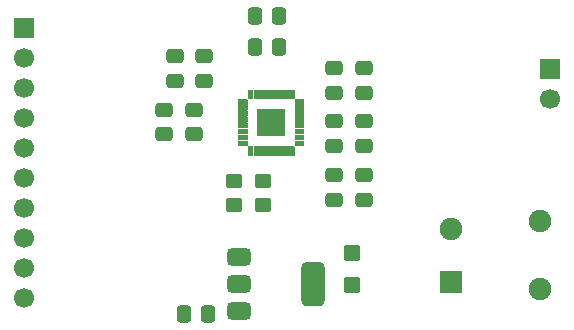
<source format=gbr>
%TF.GenerationSoftware,KiCad,Pcbnew,9.0.2*%
%TF.CreationDate,2025-05-19T22:02:46+02:00*%
%TF.ProjectId,audio_eval01,61756469-6f5f-4657-9661-6c30312e6b69,rev?*%
%TF.SameCoordinates,Original*%
%TF.FileFunction,Soldermask,Top*%
%TF.FilePolarity,Negative*%
%FSLAX46Y46*%
G04 Gerber Fmt 4.6, Leading zero omitted, Abs format (unit mm)*
G04 Created by KiCad (PCBNEW 9.0.2) date 2025-05-19 22:02:46*
%MOMM*%
%LPD*%
G01*
G04 APERTURE LIST*
G04 Aperture macros list*
%AMRoundRect*
0 Rectangle with rounded corners*
0 $1 Rounding radius*
0 $2 $3 $4 $5 $6 $7 $8 $9 X,Y pos of 4 corners*
0 Add a 4 corners polygon primitive as box body*
4,1,4,$2,$3,$4,$5,$6,$7,$8,$9,$2,$3,0*
0 Add four circle primitives for the rounded corners*
1,1,$1+$1,$2,$3*
1,1,$1+$1,$4,$5*
1,1,$1+$1,$6,$7*
1,1,$1+$1,$8,$9*
0 Add four rect primitives between the rounded corners*
20,1,$1+$1,$2,$3,$4,$5,0*
20,1,$1+$1,$4,$5,$6,$7,0*
20,1,$1+$1,$6,$7,$8,$9,0*
20,1,$1+$1,$8,$9,$2,$3,0*%
G04 Aperture macros list end*
%ADD10C,0.010000*%
%ADD11RoundRect,0.250000X0.337500X0.475000X-0.337500X0.475000X-0.337500X-0.475000X0.337500X-0.475000X0*%
%ADD12RoundRect,0.250000X0.475000X-0.337500X0.475000X0.337500X-0.475000X0.337500X-0.475000X-0.337500X0*%
%ADD13RoundRect,0.250000X-0.475000X0.337500X-0.475000X-0.337500X0.475000X-0.337500X0.475000X0.337500X0*%
%ADD14R,1.700000X1.700000*%
%ADD15C,1.700000*%
%ADD16RoundRect,0.250000X0.450000X-0.350000X0.450000X0.350000X-0.450000X0.350000X-0.450000X-0.350000X0*%
%ADD17RoundRect,0.250000X-0.445000X0.457500X-0.445000X-0.457500X0.445000X-0.457500X0.445000X0.457500X0*%
%ADD18R,1.900000X1.900000*%
%ADD19C,1.900000*%
%ADD20RoundRect,0.375000X-0.625000X-0.375000X0.625000X-0.375000X0.625000X0.375000X-0.625000X0.375000X0*%
%ADD21RoundRect,0.500000X-0.500000X-1.400000X0.500000X-1.400000X0.500000X1.400000X-0.500000X1.400000X0*%
G04 APERTURE END LIST*
D10*
%TO.C,U1*%
X146220000Y-84120000D02*
X143980000Y-84120000D01*
X143980000Y-81880000D01*
X146220000Y-81880000D01*
X146220000Y-84120000D01*
G36*
X146220000Y-84120000D02*
G01*
X143980000Y-84120000D01*
X143980000Y-81880000D01*
X146220000Y-81880000D01*
X146220000Y-84120000D01*
G37*
X143028000Y-81056000D02*
X143030000Y-81056000D01*
X143033000Y-81057000D01*
X143035000Y-81057000D01*
X143038000Y-81058000D01*
X143040000Y-81059000D01*
X143043000Y-81060000D01*
X143045000Y-81062000D01*
X143047000Y-81063000D01*
X143049000Y-81065000D01*
X143051000Y-81066000D01*
X143053000Y-81068000D01*
X143055000Y-81070000D01*
X143057000Y-81072000D01*
X143059000Y-81074000D01*
X143060000Y-81076000D01*
X143062000Y-81078000D01*
X143063000Y-81080000D01*
X143065000Y-81082000D01*
X143066000Y-81085000D01*
X143067000Y-81087000D01*
X143068000Y-81090000D01*
X143068000Y-81092000D01*
X143069000Y-81095000D01*
X143069000Y-81097000D01*
X143070000Y-81100000D01*
X143070000Y-81102000D01*
X143070000Y-81105000D01*
X143070000Y-81395000D01*
X143070000Y-81398000D01*
X143070000Y-81400000D01*
X143069000Y-81403000D01*
X143069000Y-81405000D01*
X143068000Y-81408000D01*
X143068000Y-81410000D01*
X143067000Y-81413000D01*
X143066000Y-81415000D01*
X143065000Y-81418000D01*
X143063000Y-81420000D01*
X143062000Y-81422000D01*
X143060000Y-81424000D01*
X143059000Y-81426000D01*
X143057000Y-81428000D01*
X143055000Y-81430000D01*
X143053000Y-81432000D01*
X143051000Y-81434000D01*
X143049000Y-81435000D01*
X143047000Y-81437000D01*
X143045000Y-81438000D01*
X143043000Y-81440000D01*
X143040000Y-81441000D01*
X143038000Y-81442000D01*
X143035000Y-81443000D01*
X143033000Y-81443000D01*
X143030000Y-81444000D01*
X143028000Y-81444000D01*
X143025000Y-81445000D01*
X143023000Y-81445000D01*
X143020000Y-81445000D01*
X142380000Y-81445000D01*
X142377000Y-81445000D01*
X142375000Y-81445000D01*
X142372000Y-81444000D01*
X142370000Y-81444000D01*
X142367000Y-81443000D01*
X142365000Y-81443000D01*
X142362000Y-81442000D01*
X142360000Y-81441000D01*
X142357000Y-81440000D01*
X142355000Y-81438000D01*
X142353000Y-81437000D01*
X142351000Y-81435000D01*
X142349000Y-81434000D01*
X142347000Y-81432000D01*
X142345000Y-81430000D01*
X142343000Y-81428000D01*
X142341000Y-81426000D01*
X142340000Y-81424000D01*
X142338000Y-81422000D01*
X142337000Y-81420000D01*
X142335000Y-81418000D01*
X142334000Y-81415000D01*
X142333000Y-81413000D01*
X142332000Y-81410000D01*
X142332000Y-81408000D01*
X142331000Y-81405000D01*
X142331000Y-81403000D01*
X142330000Y-81400000D01*
X142330000Y-81398000D01*
X142330000Y-81395000D01*
X142330000Y-81105000D01*
X142330000Y-81102000D01*
X142330000Y-81100000D01*
X142331000Y-81097000D01*
X142331000Y-81095000D01*
X142332000Y-81092000D01*
X142332000Y-81090000D01*
X142333000Y-81087000D01*
X142334000Y-81085000D01*
X142335000Y-81082000D01*
X142337000Y-81080000D01*
X142338000Y-81078000D01*
X142340000Y-81076000D01*
X142341000Y-81074000D01*
X142343000Y-81072000D01*
X142345000Y-81070000D01*
X142347000Y-81068000D01*
X142349000Y-81066000D01*
X142351000Y-81065000D01*
X142353000Y-81063000D01*
X142355000Y-81062000D01*
X142357000Y-81060000D01*
X142360000Y-81059000D01*
X142362000Y-81058000D01*
X142365000Y-81057000D01*
X142367000Y-81057000D01*
X142370000Y-81056000D01*
X142372000Y-81056000D01*
X142375000Y-81055000D01*
X142377000Y-81055000D01*
X142380000Y-81055000D01*
X143020000Y-81055000D01*
X143023000Y-81055000D01*
X143025000Y-81055000D01*
X143028000Y-81056000D01*
G36*
X143028000Y-81056000D02*
G01*
X143030000Y-81056000D01*
X143033000Y-81057000D01*
X143035000Y-81057000D01*
X143038000Y-81058000D01*
X143040000Y-81059000D01*
X143043000Y-81060000D01*
X143045000Y-81062000D01*
X143047000Y-81063000D01*
X143049000Y-81065000D01*
X143051000Y-81066000D01*
X143053000Y-81068000D01*
X143055000Y-81070000D01*
X143057000Y-81072000D01*
X143059000Y-81074000D01*
X143060000Y-81076000D01*
X143062000Y-81078000D01*
X143063000Y-81080000D01*
X143065000Y-81082000D01*
X143066000Y-81085000D01*
X143067000Y-81087000D01*
X143068000Y-81090000D01*
X143068000Y-81092000D01*
X143069000Y-81095000D01*
X143069000Y-81097000D01*
X143070000Y-81100000D01*
X143070000Y-81102000D01*
X143070000Y-81105000D01*
X143070000Y-81395000D01*
X143070000Y-81398000D01*
X143070000Y-81400000D01*
X143069000Y-81403000D01*
X143069000Y-81405000D01*
X143068000Y-81408000D01*
X143068000Y-81410000D01*
X143067000Y-81413000D01*
X143066000Y-81415000D01*
X143065000Y-81418000D01*
X143063000Y-81420000D01*
X143062000Y-81422000D01*
X143060000Y-81424000D01*
X143059000Y-81426000D01*
X143057000Y-81428000D01*
X143055000Y-81430000D01*
X143053000Y-81432000D01*
X143051000Y-81434000D01*
X143049000Y-81435000D01*
X143047000Y-81437000D01*
X143045000Y-81438000D01*
X143043000Y-81440000D01*
X143040000Y-81441000D01*
X143038000Y-81442000D01*
X143035000Y-81443000D01*
X143033000Y-81443000D01*
X143030000Y-81444000D01*
X143028000Y-81444000D01*
X143025000Y-81445000D01*
X143023000Y-81445000D01*
X143020000Y-81445000D01*
X142380000Y-81445000D01*
X142377000Y-81445000D01*
X142375000Y-81445000D01*
X142372000Y-81444000D01*
X142370000Y-81444000D01*
X142367000Y-81443000D01*
X142365000Y-81443000D01*
X142362000Y-81442000D01*
X142360000Y-81441000D01*
X142357000Y-81440000D01*
X142355000Y-81438000D01*
X142353000Y-81437000D01*
X142351000Y-81435000D01*
X142349000Y-81434000D01*
X142347000Y-81432000D01*
X142345000Y-81430000D01*
X142343000Y-81428000D01*
X142341000Y-81426000D01*
X142340000Y-81424000D01*
X142338000Y-81422000D01*
X142337000Y-81420000D01*
X142335000Y-81418000D01*
X142334000Y-81415000D01*
X142333000Y-81413000D01*
X142332000Y-81410000D01*
X142332000Y-81408000D01*
X142331000Y-81405000D01*
X142331000Y-81403000D01*
X142330000Y-81400000D01*
X142330000Y-81398000D01*
X142330000Y-81395000D01*
X142330000Y-81105000D01*
X142330000Y-81102000D01*
X142330000Y-81100000D01*
X142331000Y-81097000D01*
X142331000Y-81095000D01*
X142332000Y-81092000D01*
X142332000Y-81090000D01*
X142333000Y-81087000D01*
X142334000Y-81085000D01*
X142335000Y-81082000D01*
X142337000Y-81080000D01*
X142338000Y-81078000D01*
X142340000Y-81076000D01*
X142341000Y-81074000D01*
X142343000Y-81072000D01*
X142345000Y-81070000D01*
X142347000Y-81068000D01*
X142349000Y-81066000D01*
X142351000Y-81065000D01*
X142353000Y-81063000D01*
X142355000Y-81062000D01*
X142357000Y-81060000D01*
X142360000Y-81059000D01*
X142362000Y-81058000D01*
X142365000Y-81057000D01*
X142367000Y-81057000D01*
X142370000Y-81056000D01*
X142372000Y-81056000D01*
X142375000Y-81055000D01*
X142377000Y-81055000D01*
X142380000Y-81055000D01*
X143020000Y-81055000D01*
X143023000Y-81055000D01*
X143025000Y-81055000D01*
X143028000Y-81056000D01*
G37*
X143028000Y-81556000D02*
X143030000Y-81556000D01*
X143033000Y-81557000D01*
X143035000Y-81557000D01*
X143038000Y-81558000D01*
X143040000Y-81559000D01*
X143043000Y-81560000D01*
X143045000Y-81562000D01*
X143047000Y-81563000D01*
X143049000Y-81565000D01*
X143051000Y-81566000D01*
X143053000Y-81568000D01*
X143055000Y-81570000D01*
X143057000Y-81572000D01*
X143059000Y-81574000D01*
X143060000Y-81576000D01*
X143062000Y-81578000D01*
X143063000Y-81580000D01*
X143065000Y-81582000D01*
X143066000Y-81585000D01*
X143067000Y-81587000D01*
X143068000Y-81590000D01*
X143068000Y-81592000D01*
X143069000Y-81595000D01*
X143069000Y-81597000D01*
X143070000Y-81600000D01*
X143070000Y-81602000D01*
X143070000Y-81605000D01*
X143070000Y-81895000D01*
X143070000Y-81898000D01*
X143070000Y-81900000D01*
X143069000Y-81903000D01*
X143069000Y-81905000D01*
X143068000Y-81908000D01*
X143068000Y-81910000D01*
X143067000Y-81913000D01*
X143066000Y-81915000D01*
X143065000Y-81918000D01*
X143063000Y-81920000D01*
X143062000Y-81922000D01*
X143060000Y-81924000D01*
X143059000Y-81926000D01*
X143057000Y-81928000D01*
X143055000Y-81930000D01*
X143053000Y-81932000D01*
X143051000Y-81934000D01*
X143049000Y-81935000D01*
X143047000Y-81937000D01*
X143045000Y-81938000D01*
X143043000Y-81940000D01*
X143040000Y-81941000D01*
X143038000Y-81942000D01*
X143035000Y-81943000D01*
X143033000Y-81943000D01*
X143030000Y-81944000D01*
X143028000Y-81944000D01*
X143025000Y-81945000D01*
X143023000Y-81945000D01*
X143020000Y-81945000D01*
X142380000Y-81945000D01*
X142377000Y-81945000D01*
X142375000Y-81945000D01*
X142372000Y-81944000D01*
X142370000Y-81944000D01*
X142367000Y-81943000D01*
X142365000Y-81943000D01*
X142362000Y-81942000D01*
X142360000Y-81941000D01*
X142357000Y-81940000D01*
X142355000Y-81938000D01*
X142353000Y-81937000D01*
X142351000Y-81935000D01*
X142349000Y-81934000D01*
X142347000Y-81932000D01*
X142345000Y-81930000D01*
X142343000Y-81928000D01*
X142341000Y-81926000D01*
X142340000Y-81924000D01*
X142338000Y-81922000D01*
X142337000Y-81920000D01*
X142335000Y-81918000D01*
X142334000Y-81915000D01*
X142333000Y-81913000D01*
X142332000Y-81910000D01*
X142332000Y-81908000D01*
X142331000Y-81905000D01*
X142331000Y-81903000D01*
X142330000Y-81900000D01*
X142330000Y-81898000D01*
X142330000Y-81895000D01*
X142330000Y-81605000D01*
X142330000Y-81602000D01*
X142330000Y-81600000D01*
X142331000Y-81597000D01*
X142331000Y-81595000D01*
X142332000Y-81592000D01*
X142332000Y-81590000D01*
X142333000Y-81587000D01*
X142334000Y-81585000D01*
X142335000Y-81582000D01*
X142337000Y-81580000D01*
X142338000Y-81578000D01*
X142340000Y-81576000D01*
X142341000Y-81574000D01*
X142343000Y-81572000D01*
X142345000Y-81570000D01*
X142347000Y-81568000D01*
X142349000Y-81566000D01*
X142351000Y-81565000D01*
X142353000Y-81563000D01*
X142355000Y-81562000D01*
X142357000Y-81560000D01*
X142360000Y-81559000D01*
X142362000Y-81558000D01*
X142365000Y-81557000D01*
X142367000Y-81557000D01*
X142370000Y-81556000D01*
X142372000Y-81556000D01*
X142375000Y-81555000D01*
X142377000Y-81555000D01*
X142380000Y-81555000D01*
X143020000Y-81555000D01*
X143023000Y-81555000D01*
X143025000Y-81555000D01*
X143028000Y-81556000D01*
G36*
X143028000Y-81556000D02*
G01*
X143030000Y-81556000D01*
X143033000Y-81557000D01*
X143035000Y-81557000D01*
X143038000Y-81558000D01*
X143040000Y-81559000D01*
X143043000Y-81560000D01*
X143045000Y-81562000D01*
X143047000Y-81563000D01*
X143049000Y-81565000D01*
X143051000Y-81566000D01*
X143053000Y-81568000D01*
X143055000Y-81570000D01*
X143057000Y-81572000D01*
X143059000Y-81574000D01*
X143060000Y-81576000D01*
X143062000Y-81578000D01*
X143063000Y-81580000D01*
X143065000Y-81582000D01*
X143066000Y-81585000D01*
X143067000Y-81587000D01*
X143068000Y-81590000D01*
X143068000Y-81592000D01*
X143069000Y-81595000D01*
X143069000Y-81597000D01*
X143070000Y-81600000D01*
X143070000Y-81602000D01*
X143070000Y-81605000D01*
X143070000Y-81895000D01*
X143070000Y-81898000D01*
X143070000Y-81900000D01*
X143069000Y-81903000D01*
X143069000Y-81905000D01*
X143068000Y-81908000D01*
X143068000Y-81910000D01*
X143067000Y-81913000D01*
X143066000Y-81915000D01*
X143065000Y-81918000D01*
X143063000Y-81920000D01*
X143062000Y-81922000D01*
X143060000Y-81924000D01*
X143059000Y-81926000D01*
X143057000Y-81928000D01*
X143055000Y-81930000D01*
X143053000Y-81932000D01*
X143051000Y-81934000D01*
X143049000Y-81935000D01*
X143047000Y-81937000D01*
X143045000Y-81938000D01*
X143043000Y-81940000D01*
X143040000Y-81941000D01*
X143038000Y-81942000D01*
X143035000Y-81943000D01*
X143033000Y-81943000D01*
X143030000Y-81944000D01*
X143028000Y-81944000D01*
X143025000Y-81945000D01*
X143023000Y-81945000D01*
X143020000Y-81945000D01*
X142380000Y-81945000D01*
X142377000Y-81945000D01*
X142375000Y-81945000D01*
X142372000Y-81944000D01*
X142370000Y-81944000D01*
X142367000Y-81943000D01*
X142365000Y-81943000D01*
X142362000Y-81942000D01*
X142360000Y-81941000D01*
X142357000Y-81940000D01*
X142355000Y-81938000D01*
X142353000Y-81937000D01*
X142351000Y-81935000D01*
X142349000Y-81934000D01*
X142347000Y-81932000D01*
X142345000Y-81930000D01*
X142343000Y-81928000D01*
X142341000Y-81926000D01*
X142340000Y-81924000D01*
X142338000Y-81922000D01*
X142337000Y-81920000D01*
X142335000Y-81918000D01*
X142334000Y-81915000D01*
X142333000Y-81913000D01*
X142332000Y-81910000D01*
X142332000Y-81908000D01*
X142331000Y-81905000D01*
X142331000Y-81903000D01*
X142330000Y-81900000D01*
X142330000Y-81898000D01*
X142330000Y-81895000D01*
X142330000Y-81605000D01*
X142330000Y-81602000D01*
X142330000Y-81600000D01*
X142331000Y-81597000D01*
X142331000Y-81595000D01*
X142332000Y-81592000D01*
X142332000Y-81590000D01*
X142333000Y-81587000D01*
X142334000Y-81585000D01*
X142335000Y-81582000D01*
X142337000Y-81580000D01*
X142338000Y-81578000D01*
X142340000Y-81576000D01*
X142341000Y-81574000D01*
X142343000Y-81572000D01*
X142345000Y-81570000D01*
X142347000Y-81568000D01*
X142349000Y-81566000D01*
X142351000Y-81565000D01*
X142353000Y-81563000D01*
X142355000Y-81562000D01*
X142357000Y-81560000D01*
X142360000Y-81559000D01*
X142362000Y-81558000D01*
X142365000Y-81557000D01*
X142367000Y-81557000D01*
X142370000Y-81556000D01*
X142372000Y-81556000D01*
X142375000Y-81555000D01*
X142377000Y-81555000D01*
X142380000Y-81555000D01*
X143020000Y-81555000D01*
X143023000Y-81555000D01*
X143025000Y-81555000D01*
X143028000Y-81556000D01*
G37*
X143028000Y-82056000D02*
X143030000Y-82056000D01*
X143033000Y-82057000D01*
X143035000Y-82057000D01*
X143038000Y-82058000D01*
X143040000Y-82059000D01*
X143043000Y-82060000D01*
X143045000Y-82062000D01*
X143047000Y-82063000D01*
X143049000Y-82065000D01*
X143051000Y-82066000D01*
X143053000Y-82068000D01*
X143055000Y-82070000D01*
X143057000Y-82072000D01*
X143059000Y-82074000D01*
X143060000Y-82076000D01*
X143062000Y-82078000D01*
X143063000Y-82080000D01*
X143065000Y-82082000D01*
X143066000Y-82085000D01*
X143067000Y-82087000D01*
X143068000Y-82090000D01*
X143068000Y-82092000D01*
X143069000Y-82095000D01*
X143069000Y-82097000D01*
X143070000Y-82100000D01*
X143070000Y-82102000D01*
X143070000Y-82105000D01*
X143070000Y-82395000D01*
X143070000Y-82398000D01*
X143070000Y-82400000D01*
X143069000Y-82403000D01*
X143069000Y-82405000D01*
X143068000Y-82408000D01*
X143068000Y-82410000D01*
X143067000Y-82413000D01*
X143066000Y-82415000D01*
X143065000Y-82418000D01*
X143063000Y-82420000D01*
X143062000Y-82422000D01*
X143060000Y-82424000D01*
X143059000Y-82426000D01*
X143057000Y-82428000D01*
X143055000Y-82430000D01*
X143053000Y-82432000D01*
X143051000Y-82434000D01*
X143049000Y-82435000D01*
X143047000Y-82437000D01*
X143045000Y-82438000D01*
X143043000Y-82440000D01*
X143040000Y-82441000D01*
X143038000Y-82442000D01*
X143035000Y-82443000D01*
X143033000Y-82443000D01*
X143030000Y-82444000D01*
X143028000Y-82444000D01*
X143025000Y-82445000D01*
X143023000Y-82445000D01*
X143020000Y-82445000D01*
X142380000Y-82445000D01*
X142377000Y-82445000D01*
X142375000Y-82445000D01*
X142372000Y-82444000D01*
X142370000Y-82444000D01*
X142367000Y-82443000D01*
X142365000Y-82443000D01*
X142362000Y-82442000D01*
X142360000Y-82441000D01*
X142357000Y-82440000D01*
X142355000Y-82438000D01*
X142353000Y-82437000D01*
X142351000Y-82435000D01*
X142349000Y-82434000D01*
X142347000Y-82432000D01*
X142345000Y-82430000D01*
X142343000Y-82428000D01*
X142341000Y-82426000D01*
X142340000Y-82424000D01*
X142338000Y-82422000D01*
X142337000Y-82420000D01*
X142335000Y-82418000D01*
X142334000Y-82415000D01*
X142333000Y-82413000D01*
X142332000Y-82410000D01*
X142332000Y-82408000D01*
X142331000Y-82405000D01*
X142331000Y-82403000D01*
X142330000Y-82400000D01*
X142330000Y-82398000D01*
X142330000Y-82395000D01*
X142330000Y-82105000D01*
X142330000Y-82102000D01*
X142330000Y-82100000D01*
X142331000Y-82097000D01*
X142331000Y-82095000D01*
X142332000Y-82092000D01*
X142332000Y-82090000D01*
X142333000Y-82087000D01*
X142334000Y-82085000D01*
X142335000Y-82082000D01*
X142337000Y-82080000D01*
X142338000Y-82078000D01*
X142340000Y-82076000D01*
X142341000Y-82074000D01*
X142343000Y-82072000D01*
X142345000Y-82070000D01*
X142347000Y-82068000D01*
X142349000Y-82066000D01*
X142351000Y-82065000D01*
X142353000Y-82063000D01*
X142355000Y-82062000D01*
X142357000Y-82060000D01*
X142360000Y-82059000D01*
X142362000Y-82058000D01*
X142365000Y-82057000D01*
X142367000Y-82057000D01*
X142370000Y-82056000D01*
X142372000Y-82056000D01*
X142375000Y-82055000D01*
X142377000Y-82055000D01*
X142380000Y-82055000D01*
X143020000Y-82055000D01*
X143023000Y-82055000D01*
X143025000Y-82055000D01*
X143028000Y-82056000D01*
G36*
X143028000Y-82056000D02*
G01*
X143030000Y-82056000D01*
X143033000Y-82057000D01*
X143035000Y-82057000D01*
X143038000Y-82058000D01*
X143040000Y-82059000D01*
X143043000Y-82060000D01*
X143045000Y-82062000D01*
X143047000Y-82063000D01*
X143049000Y-82065000D01*
X143051000Y-82066000D01*
X143053000Y-82068000D01*
X143055000Y-82070000D01*
X143057000Y-82072000D01*
X143059000Y-82074000D01*
X143060000Y-82076000D01*
X143062000Y-82078000D01*
X143063000Y-82080000D01*
X143065000Y-82082000D01*
X143066000Y-82085000D01*
X143067000Y-82087000D01*
X143068000Y-82090000D01*
X143068000Y-82092000D01*
X143069000Y-82095000D01*
X143069000Y-82097000D01*
X143070000Y-82100000D01*
X143070000Y-82102000D01*
X143070000Y-82105000D01*
X143070000Y-82395000D01*
X143070000Y-82398000D01*
X143070000Y-82400000D01*
X143069000Y-82403000D01*
X143069000Y-82405000D01*
X143068000Y-82408000D01*
X143068000Y-82410000D01*
X143067000Y-82413000D01*
X143066000Y-82415000D01*
X143065000Y-82418000D01*
X143063000Y-82420000D01*
X143062000Y-82422000D01*
X143060000Y-82424000D01*
X143059000Y-82426000D01*
X143057000Y-82428000D01*
X143055000Y-82430000D01*
X143053000Y-82432000D01*
X143051000Y-82434000D01*
X143049000Y-82435000D01*
X143047000Y-82437000D01*
X143045000Y-82438000D01*
X143043000Y-82440000D01*
X143040000Y-82441000D01*
X143038000Y-82442000D01*
X143035000Y-82443000D01*
X143033000Y-82443000D01*
X143030000Y-82444000D01*
X143028000Y-82444000D01*
X143025000Y-82445000D01*
X143023000Y-82445000D01*
X143020000Y-82445000D01*
X142380000Y-82445000D01*
X142377000Y-82445000D01*
X142375000Y-82445000D01*
X142372000Y-82444000D01*
X142370000Y-82444000D01*
X142367000Y-82443000D01*
X142365000Y-82443000D01*
X142362000Y-82442000D01*
X142360000Y-82441000D01*
X142357000Y-82440000D01*
X142355000Y-82438000D01*
X142353000Y-82437000D01*
X142351000Y-82435000D01*
X142349000Y-82434000D01*
X142347000Y-82432000D01*
X142345000Y-82430000D01*
X142343000Y-82428000D01*
X142341000Y-82426000D01*
X142340000Y-82424000D01*
X142338000Y-82422000D01*
X142337000Y-82420000D01*
X142335000Y-82418000D01*
X142334000Y-82415000D01*
X142333000Y-82413000D01*
X142332000Y-82410000D01*
X142332000Y-82408000D01*
X142331000Y-82405000D01*
X142331000Y-82403000D01*
X142330000Y-82400000D01*
X142330000Y-82398000D01*
X142330000Y-82395000D01*
X142330000Y-82105000D01*
X142330000Y-82102000D01*
X142330000Y-82100000D01*
X142331000Y-82097000D01*
X142331000Y-82095000D01*
X142332000Y-82092000D01*
X142332000Y-82090000D01*
X142333000Y-82087000D01*
X142334000Y-82085000D01*
X142335000Y-82082000D01*
X142337000Y-82080000D01*
X142338000Y-82078000D01*
X142340000Y-82076000D01*
X142341000Y-82074000D01*
X142343000Y-82072000D01*
X142345000Y-82070000D01*
X142347000Y-82068000D01*
X142349000Y-82066000D01*
X142351000Y-82065000D01*
X142353000Y-82063000D01*
X142355000Y-82062000D01*
X142357000Y-82060000D01*
X142360000Y-82059000D01*
X142362000Y-82058000D01*
X142365000Y-82057000D01*
X142367000Y-82057000D01*
X142370000Y-82056000D01*
X142372000Y-82056000D01*
X142375000Y-82055000D01*
X142377000Y-82055000D01*
X142380000Y-82055000D01*
X143020000Y-82055000D01*
X143023000Y-82055000D01*
X143025000Y-82055000D01*
X143028000Y-82056000D01*
G37*
X143028000Y-82556000D02*
X143030000Y-82556000D01*
X143033000Y-82557000D01*
X143035000Y-82557000D01*
X143038000Y-82558000D01*
X143040000Y-82559000D01*
X143043000Y-82560000D01*
X143045000Y-82562000D01*
X143047000Y-82563000D01*
X143049000Y-82565000D01*
X143051000Y-82566000D01*
X143053000Y-82568000D01*
X143055000Y-82570000D01*
X143057000Y-82572000D01*
X143059000Y-82574000D01*
X143060000Y-82576000D01*
X143062000Y-82578000D01*
X143063000Y-82580000D01*
X143065000Y-82582000D01*
X143066000Y-82585000D01*
X143067000Y-82587000D01*
X143068000Y-82590000D01*
X143068000Y-82592000D01*
X143069000Y-82595000D01*
X143069000Y-82597000D01*
X143070000Y-82600000D01*
X143070000Y-82602000D01*
X143070000Y-82605000D01*
X143070000Y-82895000D01*
X143070000Y-82898000D01*
X143070000Y-82900000D01*
X143069000Y-82903000D01*
X143069000Y-82905000D01*
X143068000Y-82908000D01*
X143068000Y-82910000D01*
X143067000Y-82913000D01*
X143066000Y-82915000D01*
X143065000Y-82918000D01*
X143063000Y-82920000D01*
X143062000Y-82922000D01*
X143060000Y-82924000D01*
X143059000Y-82926000D01*
X143057000Y-82928000D01*
X143055000Y-82930000D01*
X143053000Y-82932000D01*
X143051000Y-82934000D01*
X143049000Y-82935000D01*
X143047000Y-82937000D01*
X143045000Y-82938000D01*
X143043000Y-82940000D01*
X143040000Y-82941000D01*
X143038000Y-82942000D01*
X143035000Y-82943000D01*
X143033000Y-82943000D01*
X143030000Y-82944000D01*
X143028000Y-82944000D01*
X143025000Y-82945000D01*
X143023000Y-82945000D01*
X143020000Y-82945000D01*
X142380000Y-82945000D01*
X142377000Y-82945000D01*
X142375000Y-82945000D01*
X142372000Y-82944000D01*
X142370000Y-82944000D01*
X142367000Y-82943000D01*
X142365000Y-82943000D01*
X142362000Y-82942000D01*
X142360000Y-82941000D01*
X142357000Y-82940000D01*
X142355000Y-82938000D01*
X142353000Y-82937000D01*
X142351000Y-82935000D01*
X142349000Y-82934000D01*
X142347000Y-82932000D01*
X142345000Y-82930000D01*
X142343000Y-82928000D01*
X142341000Y-82926000D01*
X142340000Y-82924000D01*
X142338000Y-82922000D01*
X142337000Y-82920000D01*
X142335000Y-82918000D01*
X142334000Y-82915000D01*
X142333000Y-82913000D01*
X142332000Y-82910000D01*
X142332000Y-82908000D01*
X142331000Y-82905000D01*
X142331000Y-82903000D01*
X142330000Y-82900000D01*
X142330000Y-82898000D01*
X142330000Y-82895000D01*
X142330000Y-82605000D01*
X142330000Y-82602000D01*
X142330000Y-82600000D01*
X142331000Y-82597000D01*
X142331000Y-82595000D01*
X142332000Y-82592000D01*
X142332000Y-82590000D01*
X142333000Y-82587000D01*
X142334000Y-82585000D01*
X142335000Y-82582000D01*
X142337000Y-82580000D01*
X142338000Y-82578000D01*
X142340000Y-82576000D01*
X142341000Y-82574000D01*
X142343000Y-82572000D01*
X142345000Y-82570000D01*
X142347000Y-82568000D01*
X142349000Y-82566000D01*
X142351000Y-82565000D01*
X142353000Y-82563000D01*
X142355000Y-82562000D01*
X142357000Y-82560000D01*
X142360000Y-82559000D01*
X142362000Y-82558000D01*
X142365000Y-82557000D01*
X142367000Y-82557000D01*
X142370000Y-82556000D01*
X142372000Y-82556000D01*
X142375000Y-82555000D01*
X142377000Y-82555000D01*
X142380000Y-82555000D01*
X143020000Y-82555000D01*
X143023000Y-82555000D01*
X143025000Y-82555000D01*
X143028000Y-82556000D01*
G36*
X143028000Y-82556000D02*
G01*
X143030000Y-82556000D01*
X143033000Y-82557000D01*
X143035000Y-82557000D01*
X143038000Y-82558000D01*
X143040000Y-82559000D01*
X143043000Y-82560000D01*
X143045000Y-82562000D01*
X143047000Y-82563000D01*
X143049000Y-82565000D01*
X143051000Y-82566000D01*
X143053000Y-82568000D01*
X143055000Y-82570000D01*
X143057000Y-82572000D01*
X143059000Y-82574000D01*
X143060000Y-82576000D01*
X143062000Y-82578000D01*
X143063000Y-82580000D01*
X143065000Y-82582000D01*
X143066000Y-82585000D01*
X143067000Y-82587000D01*
X143068000Y-82590000D01*
X143068000Y-82592000D01*
X143069000Y-82595000D01*
X143069000Y-82597000D01*
X143070000Y-82600000D01*
X143070000Y-82602000D01*
X143070000Y-82605000D01*
X143070000Y-82895000D01*
X143070000Y-82898000D01*
X143070000Y-82900000D01*
X143069000Y-82903000D01*
X143069000Y-82905000D01*
X143068000Y-82908000D01*
X143068000Y-82910000D01*
X143067000Y-82913000D01*
X143066000Y-82915000D01*
X143065000Y-82918000D01*
X143063000Y-82920000D01*
X143062000Y-82922000D01*
X143060000Y-82924000D01*
X143059000Y-82926000D01*
X143057000Y-82928000D01*
X143055000Y-82930000D01*
X143053000Y-82932000D01*
X143051000Y-82934000D01*
X143049000Y-82935000D01*
X143047000Y-82937000D01*
X143045000Y-82938000D01*
X143043000Y-82940000D01*
X143040000Y-82941000D01*
X143038000Y-82942000D01*
X143035000Y-82943000D01*
X143033000Y-82943000D01*
X143030000Y-82944000D01*
X143028000Y-82944000D01*
X143025000Y-82945000D01*
X143023000Y-82945000D01*
X143020000Y-82945000D01*
X142380000Y-82945000D01*
X142377000Y-82945000D01*
X142375000Y-82945000D01*
X142372000Y-82944000D01*
X142370000Y-82944000D01*
X142367000Y-82943000D01*
X142365000Y-82943000D01*
X142362000Y-82942000D01*
X142360000Y-82941000D01*
X142357000Y-82940000D01*
X142355000Y-82938000D01*
X142353000Y-82937000D01*
X142351000Y-82935000D01*
X142349000Y-82934000D01*
X142347000Y-82932000D01*
X142345000Y-82930000D01*
X142343000Y-82928000D01*
X142341000Y-82926000D01*
X142340000Y-82924000D01*
X142338000Y-82922000D01*
X142337000Y-82920000D01*
X142335000Y-82918000D01*
X142334000Y-82915000D01*
X142333000Y-82913000D01*
X142332000Y-82910000D01*
X142332000Y-82908000D01*
X142331000Y-82905000D01*
X142331000Y-82903000D01*
X142330000Y-82900000D01*
X142330000Y-82898000D01*
X142330000Y-82895000D01*
X142330000Y-82605000D01*
X142330000Y-82602000D01*
X142330000Y-82600000D01*
X142331000Y-82597000D01*
X142331000Y-82595000D01*
X142332000Y-82592000D01*
X142332000Y-82590000D01*
X142333000Y-82587000D01*
X142334000Y-82585000D01*
X142335000Y-82582000D01*
X142337000Y-82580000D01*
X142338000Y-82578000D01*
X142340000Y-82576000D01*
X142341000Y-82574000D01*
X142343000Y-82572000D01*
X142345000Y-82570000D01*
X142347000Y-82568000D01*
X142349000Y-82566000D01*
X142351000Y-82565000D01*
X142353000Y-82563000D01*
X142355000Y-82562000D01*
X142357000Y-82560000D01*
X142360000Y-82559000D01*
X142362000Y-82558000D01*
X142365000Y-82557000D01*
X142367000Y-82557000D01*
X142370000Y-82556000D01*
X142372000Y-82556000D01*
X142375000Y-82555000D01*
X142377000Y-82555000D01*
X142380000Y-82555000D01*
X143020000Y-82555000D01*
X143023000Y-82555000D01*
X143025000Y-82555000D01*
X143028000Y-82556000D01*
G37*
X143028000Y-83056000D02*
X143030000Y-83056000D01*
X143033000Y-83057000D01*
X143035000Y-83057000D01*
X143038000Y-83058000D01*
X143040000Y-83059000D01*
X143043000Y-83060000D01*
X143045000Y-83062000D01*
X143047000Y-83063000D01*
X143049000Y-83065000D01*
X143051000Y-83066000D01*
X143053000Y-83068000D01*
X143055000Y-83070000D01*
X143057000Y-83072000D01*
X143059000Y-83074000D01*
X143060000Y-83076000D01*
X143062000Y-83078000D01*
X143063000Y-83080000D01*
X143065000Y-83082000D01*
X143066000Y-83085000D01*
X143067000Y-83087000D01*
X143068000Y-83090000D01*
X143068000Y-83092000D01*
X143069000Y-83095000D01*
X143069000Y-83097000D01*
X143070000Y-83100000D01*
X143070000Y-83102000D01*
X143070000Y-83105000D01*
X143070000Y-83395000D01*
X143070000Y-83398000D01*
X143070000Y-83400000D01*
X143069000Y-83403000D01*
X143069000Y-83405000D01*
X143068000Y-83408000D01*
X143068000Y-83410000D01*
X143067000Y-83413000D01*
X143066000Y-83415000D01*
X143065000Y-83418000D01*
X143063000Y-83420000D01*
X143062000Y-83422000D01*
X143060000Y-83424000D01*
X143059000Y-83426000D01*
X143057000Y-83428000D01*
X143055000Y-83430000D01*
X143053000Y-83432000D01*
X143051000Y-83434000D01*
X143049000Y-83435000D01*
X143047000Y-83437000D01*
X143045000Y-83438000D01*
X143043000Y-83440000D01*
X143040000Y-83441000D01*
X143038000Y-83442000D01*
X143035000Y-83443000D01*
X143033000Y-83443000D01*
X143030000Y-83444000D01*
X143028000Y-83444000D01*
X143025000Y-83445000D01*
X143023000Y-83445000D01*
X143020000Y-83445000D01*
X142380000Y-83445000D01*
X142377000Y-83445000D01*
X142375000Y-83445000D01*
X142372000Y-83444000D01*
X142370000Y-83444000D01*
X142367000Y-83443000D01*
X142365000Y-83443000D01*
X142362000Y-83442000D01*
X142360000Y-83441000D01*
X142357000Y-83440000D01*
X142355000Y-83438000D01*
X142353000Y-83437000D01*
X142351000Y-83435000D01*
X142349000Y-83434000D01*
X142347000Y-83432000D01*
X142345000Y-83430000D01*
X142343000Y-83428000D01*
X142341000Y-83426000D01*
X142340000Y-83424000D01*
X142338000Y-83422000D01*
X142337000Y-83420000D01*
X142335000Y-83418000D01*
X142334000Y-83415000D01*
X142333000Y-83413000D01*
X142332000Y-83410000D01*
X142332000Y-83408000D01*
X142331000Y-83405000D01*
X142331000Y-83403000D01*
X142330000Y-83400000D01*
X142330000Y-83398000D01*
X142330000Y-83395000D01*
X142330000Y-83105000D01*
X142330000Y-83102000D01*
X142330000Y-83100000D01*
X142331000Y-83097000D01*
X142331000Y-83095000D01*
X142332000Y-83092000D01*
X142332000Y-83090000D01*
X142333000Y-83087000D01*
X142334000Y-83085000D01*
X142335000Y-83082000D01*
X142337000Y-83080000D01*
X142338000Y-83078000D01*
X142340000Y-83076000D01*
X142341000Y-83074000D01*
X142343000Y-83072000D01*
X142345000Y-83070000D01*
X142347000Y-83068000D01*
X142349000Y-83066000D01*
X142351000Y-83065000D01*
X142353000Y-83063000D01*
X142355000Y-83062000D01*
X142357000Y-83060000D01*
X142360000Y-83059000D01*
X142362000Y-83058000D01*
X142365000Y-83057000D01*
X142367000Y-83057000D01*
X142370000Y-83056000D01*
X142372000Y-83056000D01*
X142375000Y-83055000D01*
X142377000Y-83055000D01*
X142380000Y-83055000D01*
X143020000Y-83055000D01*
X143023000Y-83055000D01*
X143025000Y-83055000D01*
X143028000Y-83056000D01*
G36*
X143028000Y-83056000D02*
G01*
X143030000Y-83056000D01*
X143033000Y-83057000D01*
X143035000Y-83057000D01*
X143038000Y-83058000D01*
X143040000Y-83059000D01*
X143043000Y-83060000D01*
X143045000Y-83062000D01*
X143047000Y-83063000D01*
X143049000Y-83065000D01*
X143051000Y-83066000D01*
X143053000Y-83068000D01*
X143055000Y-83070000D01*
X143057000Y-83072000D01*
X143059000Y-83074000D01*
X143060000Y-83076000D01*
X143062000Y-83078000D01*
X143063000Y-83080000D01*
X143065000Y-83082000D01*
X143066000Y-83085000D01*
X143067000Y-83087000D01*
X143068000Y-83090000D01*
X143068000Y-83092000D01*
X143069000Y-83095000D01*
X143069000Y-83097000D01*
X143070000Y-83100000D01*
X143070000Y-83102000D01*
X143070000Y-83105000D01*
X143070000Y-83395000D01*
X143070000Y-83398000D01*
X143070000Y-83400000D01*
X143069000Y-83403000D01*
X143069000Y-83405000D01*
X143068000Y-83408000D01*
X143068000Y-83410000D01*
X143067000Y-83413000D01*
X143066000Y-83415000D01*
X143065000Y-83418000D01*
X143063000Y-83420000D01*
X143062000Y-83422000D01*
X143060000Y-83424000D01*
X143059000Y-83426000D01*
X143057000Y-83428000D01*
X143055000Y-83430000D01*
X143053000Y-83432000D01*
X143051000Y-83434000D01*
X143049000Y-83435000D01*
X143047000Y-83437000D01*
X143045000Y-83438000D01*
X143043000Y-83440000D01*
X143040000Y-83441000D01*
X143038000Y-83442000D01*
X143035000Y-83443000D01*
X143033000Y-83443000D01*
X143030000Y-83444000D01*
X143028000Y-83444000D01*
X143025000Y-83445000D01*
X143023000Y-83445000D01*
X143020000Y-83445000D01*
X142380000Y-83445000D01*
X142377000Y-83445000D01*
X142375000Y-83445000D01*
X142372000Y-83444000D01*
X142370000Y-83444000D01*
X142367000Y-83443000D01*
X142365000Y-83443000D01*
X142362000Y-83442000D01*
X142360000Y-83441000D01*
X142357000Y-83440000D01*
X142355000Y-83438000D01*
X142353000Y-83437000D01*
X142351000Y-83435000D01*
X142349000Y-83434000D01*
X142347000Y-83432000D01*
X142345000Y-83430000D01*
X142343000Y-83428000D01*
X142341000Y-83426000D01*
X142340000Y-83424000D01*
X142338000Y-83422000D01*
X142337000Y-83420000D01*
X142335000Y-83418000D01*
X142334000Y-83415000D01*
X142333000Y-83413000D01*
X142332000Y-83410000D01*
X142332000Y-83408000D01*
X142331000Y-83405000D01*
X142331000Y-83403000D01*
X142330000Y-83400000D01*
X142330000Y-83398000D01*
X142330000Y-83395000D01*
X142330000Y-83105000D01*
X142330000Y-83102000D01*
X142330000Y-83100000D01*
X142331000Y-83097000D01*
X142331000Y-83095000D01*
X142332000Y-83092000D01*
X142332000Y-83090000D01*
X142333000Y-83087000D01*
X142334000Y-83085000D01*
X142335000Y-83082000D01*
X142337000Y-83080000D01*
X142338000Y-83078000D01*
X142340000Y-83076000D01*
X142341000Y-83074000D01*
X142343000Y-83072000D01*
X142345000Y-83070000D01*
X142347000Y-83068000D01*
X142349000Y-83066000D01*
X142351000Y-83065000D01*
X142353000Y-83063000D01*
X142355000Y-83062000D01*
X142357000Y-83060000D01*
X142360000Y-83059000D01*
X142362000Y-83058000D01*
X142365000Y-83057000D01*
X142367000Y-83057000D01*
X142370000Y-83056000D01*
X142372000Y-83056000D01*
X142375000Y-83055000D01*
X142377000Y-83055000D01*
X142380000Y-83055000D01*
X143020000Y-83055000D01*
X143023000Y-83055000D01*
X143025000Y-83055000D01*
X143028000Y-83056000D01*
G37*
X143028000Y-83556000D02*
X143030000Y-83556000D01*
X143033000Y-83557000D01*
X143035000Y-83557000D01*
X143038000Y-83558000D01*
X143040000Y-83559000D01*
X143043000Y-83560000D01*
X143045000Y-83562000D01*
X143047000Y-83563000D01*
X143049000Y-83565000D01*
X143051000Y-83566000D01*
X143053000Y-83568000D01*
X143055000Y-83570000D01*
X143057000Y-83572000D01*
X143059000Y-83574000D01*
X143060000Y-83576000D01*
X143062000Y-83578000D01*
X143063000Y-83580000D01*
X143065000Y-83582000D01*
X143066000Y-83585000D01*
X143067000Y-83587000D01*
X143068000Y-83590000D01*
X143068000Y-83592000D01*
X143069000Y-83595000D01*
X143069000Y-83597000D01*
X143070000Y-83600000D01*
X143070000Y-83602000D01*
X143070000Y-83605000D01*
X143070000Y-83895000D01*
X143070000Y-83898000D01*
X143070000Y-83900000D01*
X143069000Y-83903000D01*
X143069000Y-83905000D01*
X143068000Y-83908000D01*
X143068000Y-83910000D01*
X143067000Y-83913000D01*
X143066000Y-83915000D01*
X143065000Y-83918000D01*
X143063000Y-83920000D01*
X143062000Y-83922000D01*
X143060000Y-83924000D01*
X143059000Y-83926000D01*
X143057000Y-83928000D01*
X143055000Y-83930000D01*
X143053000Y-83932000D01*
X143051000Y-83934000D01*
X143049000Y-83935000D01*
X143047000Y-83937000D01*
X143045000Y-83938000D01*
X143043000Y-83940000D01*
X143040000Y-83941000D01*
X143038000Y-83942000D01*
X143035000Y-83943000D01*
X143033000Y-83943000D01*
X143030000Y-83944000D01*
X143028000Y-83944000D01*
X143025000Y-83945000D01*
X143023000Y-83945000D01*
X143020000Y-83945000D01*
X142380000Y-83945000D01*
X142377000Y-83945000D01*
X142375000Y-83945000D01*
X142372000Y-83944000D01*
X142370000Y-83944000D01*
X142367000Y-83943000D01*
X142365000Y-83943000D01*
X142362000Y-83942000D01*
X142360000Y-83941000D01*
X142357000Y-83940000D01*
X142355000Y-83938000D01*
X142353000Y-83937000D01*
X142351000Y-83935000D01*
X142349000Y-83934000D01*
X142347000Y-83932000D01*
X142345000Y-83930000D01*
X142343000Y-83928000D01*
X142341000Y-83926000D01*
X142340000Y-83924000D01*
X142338000Y-83922000D01*
X142337000Y-83920000D01*
X142335000Y-83918000D01*
X142334000Y-83915000D01*
X142333000Y-83913000D01*
X142332000Y-83910000D01*
X142332000Y-83908000D01*
X142331000Y-83905000D01*
X142331000Y-83903000D01*
X142330000Y-83900000D01*
X142330000Y-83898000D01*
X142330000Y-83895000D01*
X142330000Y-83605000D01*
X142330000Y-83602000D01*
X142330000Y-83600000D01*
X142331000Y-83597000D01*
X142331000Y-83595000D01*
X142332000Y-83592000D01*
X142332000Y-83590000D01*
X142333000Y-83587000D01*
X142334000Y-83585000D01*
X142335000Y-83582000D01*
X142337000Y-83580000D01*
X142338000Y-83578000D01*
X142340000Y-83576000D01*
X142341000Y-83574000D01*
X142343000Y-83572000D01*
X142345000Y-83570000D01*
X142347000Y-83568000D01*
X142349000Y-83566000D01*
X142351000Y-83565000D01*
X142353000Y-83563000D01*
X142355000Y-83562000D01*
X142357000Y-83560000D01*
X142360000Y-83559000D01*
X142362000Y-83558000D01*
X142365000Y-83557000D01*
X142367000Y-83557000D01*
X142370000Y-83556000D01*
X142372000Y-83556000D01*
X142375000Y-83555000D01*
X142377000Y-83555000D01*
X142380000Y-83555000D01*
X143020000Y-83555000D01*
X143023000Y-83555000D01*
X143025000Y-83555000D01*
X143028000Y-83556000D01*
G36*
X143028000Y-83556000D02*
G01*
X143030000Y-83556000D01*
X143033000Y-83557000D01*
X143035000Y-83557000D01*
X143038000Y-83558000D01*
X143040000Y-83559000D01*
X143043000Y-83560000D01*
X143045000Y-83562000D01*
X143047000Y-83563000D01*
X143049000Y-83565000D01*
X143051000Y-83566000D01*
X143053000Y-83568000D01*
X143055000Y-83570000D01*
X143057000Y-83572000D01*
X143059000Y-83574000D01*
X143060000Y-83576000D01*
X143062000Y-83578000D01*
X143063000Y-83580000D01*
X143065000Y-83582000D01*
X143066000Y-83585000D01*
X143067000Y-83587000D01*
X143068000Y-83590000D01*
X143068000Y-83592000D01*
X143069000Y-83595000D01*
X143069000Y-83597000D01*
X143070000Y-83600000D01*
X143070000Y-83602000D01*
X143070000Y-83605000D01*
X143070000Y-83895000D01*
X143070000Y-83898000D01*
X143070000Y-83900000D01*
X143069000Y-83903000D01*
X143069000Y-83905000D01*
X143068000Y-83908000D01*
X143068000Y-83910000D01*
X143067000Y-83913000D01*
X143066000Y-83915000D01*
X143065000Y-83918000D01*
X143063000Y-83920000D01*
X143062000Y-83922000D01*
X143060000Y-83924000D01*
X143059000Y-83926000D01*
X143057000Y-83928000D01*
X143055000Y-83930000D01*
X143053000Y-83932000D01*
X143051000Y-83934000D01*
X143049000Y-83935000D01*
X143047000Y-83937000D01*
X143045000Y-83938000D01*
X143043000Y-83940000D01*
X143040000Y-83941000D01*
X143038000Y-83942000D01*
X143035000Y-83943000D01*
X143033000Y-83943000D01*
X143030000Y-83944000D01*
X143028000Y-83944000D01*
X143025000Y-83945000D01*
X143023000Y-83945000D01*
X143020000Y-83945000D01*
X142380000Y-83945000D01*
X142377000Y-83945000D01*
X142375000Y-83945000D01*
X142372000Y-83944000D01*
X142370000Y-83944000D01*
X142367000Y-83943000D01*
X142365000Y-83943000D01*
X142362000Y-83942000D01*
X142360000Y-83941000D01*
X142357000Y-83940000D01*
X142355000Y-83938000D01*
X142353000Y-83937000D01*
X142351000Y-83935000D01*
X142349000Y-83934000D01*
X142347000Y-83932000D01*
X142345000Y-83930000D01*
X142343000Y-83928000D01*
X142341000Y-83926000D01*
X142340000Y-83924000D01*
X142338000Y-83922000D01*
X142337000Y-83920000D01*
X142335000Y-83918000D01*
X142334000Y-83915000D01*
X142333000Y-83913000D01*
X142332000Y-83910000D01*
X142332000Y-83908000D01*
X142331000Y-83905000D01*
X142331000Y-83903000D01*
X142330000Y-83900000D01*
X142330000Y-83898000D01*
X142330000Y-83895000D01*
X142330000Y-83605000D01*
X142330000Y-83602000D01*
X142330000Y-83600000D01*
X142331000Y-83597000D01*
X142331000Y-83595000D01*
X142332000Y-83592000D01*
X142332000Y-83590000D01*
X142333000Y-83587000D01*
X142334000Y-83585000D01*
X142335000Y-83582000D01*
X142337000Y-83580000D01*
X142338000Y-83578000D01*
X142340000Y-83576000D01*
X142341000Y-83574000D01*
X142343000Y-83572000D01*
X142345000Y-83570000D01*
X142347000Y-83568000D01*
X142349000Y-83566000D01*
X142351000Y-83565000D01*
X142353000Y-83563000D01*
X142355000Y-83562000D01*
X142357000Y-83560000D01*
X142360000Y-83559000D01*
X142362000Y-83558000D01*
X142365000Y-83557000D01*
X142367000Y-83557000D01*
X142370000Y-83556000D01*
X142372000Y-83556000D01*
X142375000Y-83555000D01*
X142377000Y-83555000D01*
X142380000Y-83555000D01*
X143020000Y-83555000D01*
X143023000Y-83555000D01*
X143025000Y-83555000D01*
X143028000Y-83556000D01*
G37*
X143028000Y-84056000D02*
X143030000Y-84056000D01*
X143033000Y-84057000D01*
X143035000Y-84057000D01*
X143038000Y-84058000D01*
X143040000Y-84059000D01*
X143043000Y-84060000D01*
X143045000Y-84062000D01*
X143047000Y-84063000D01*
X143049000Y-84065000D01*
X143051000Y-84066000D01*
X143053000Y-84068000D01*
X143055000Y-84070000D01*
X143057000Y-84072000D01*
X143059000Y-84074000D01*
X143060000Y-84076000D01*
X143062000Y-84078000D01*
X143063000Y-84080000D01*
X143065000Y-84082000D01*
X143066000Y-84085000D01*
X143067000Y-84087000D01*
X143068000Y-84090000D01*
X143068000Y-84092000D01*
X143069000Y-84095000D01*
X143069000Y-84097000D01*
X143070000Y-84100000D01*
X143070000Y-84102000D01*
X143070000Y-84105000D01*
X143070000Y-84395000D01*
X143070000Y-84398000D01*
X143070000Y-84400000D01*
X143069000Y-84403000D01*
X143069000Y-84405000D01*
X143068000Y-84408000D01*
X143068000Y-84410000D01*
X143067000Y-84413000D01*
X143066000Y-84415000D01*
X143065000Y-84418000D01*
X143063000Y-84420000D01*
X143062000Y-84422000D01*
X143060000Y-84424000D01*
X143059000Y-84426000D01*
X143057000Y-84428000D01*
X143055000Y-84430000D01*
X143053000Y-84432000D01*
X143051000Y-84434000D01*
X143049000Y-84435000D01*
X143047000Y-84437000D01*
X143045000Y-84438000D01*
X143043000Y-84440000D01*
X143040000Y-84441000D01*
X143038000Y-84442000D01*
X143035000Y-84443000D01*
X143033000Y-84443000D01*
X143030000Y-84444000D01*
X143028000Y-84444000D01*
X143025000Y-84445000D01*
X143023000Y-84445000D01*
X143020000Y-84445000D01*
X142380000Y-84445000D01*
X142377000Y-84445000D01*
X142375000Y-84445000D01*
X142372000Y-84444000D01*
X142370000Y-84444000D01*
X142367000Y-84443000D01*
X142365000Y-84443000D01*
X142362000Y-84442000D01*
X142360000Y-84441000D01*
X142357000Y-84440000D01*
X142355000Y-84438000D01*
X142353000Y-84437000D01*
X142351000Y-84435000D01*
X142349000Y-84434000D01*
X142347000Y-84432000D01*
X142345000Y-84430000D01*
X142343000Y-84428000D01*
X142341000Y-84426000D01*
X142340000Y-84424000D01*
X142338000Y-84422000D01*
X142337000Y-84420000D01*
X142335000Y-84418000D01*
X142334000Y-84415000D01*
X142333000Y-84413000D01*
X142332000Y-84410000D01*
X142332000Y-84408000D01*
X142331000Y-84405000D01*
X142331000Y-84403000D01*
X142330000Y-84400000D01*
X142330000Y-84398000D01*
X142330000Y-84395000D01*
X142330000Y-84105000D01*
X142330000Y-84102000D01*
X142330000Y-84100000D01*
X142331000Y-84097000D01*
X142331000Y-84095000D01*
X142332000Y-84092000D01*
X142332000Y-84090000D01*
X142333000Y-84087000D01*
X142334000Y-84085000D01*
X142335000Y-84082000D01*
X142337000Y-84080000D01*
X142338000Y-84078000D01*
X142340000Y-84076000D01*
X142341000Y-84074000D01*
X142343000Y-84072000D01*
X142345000Y-84070000D01*
X142347000Y-84068000D01*
X142349000Y-84066000D01*
X142351000Y-84065000D01*
X142353000Y-84063000D01*
X142355000Y-84062000D01*
X142357000Y-84060000D01*
X142360000Y-84059000D01*
X142362000Y-84058000D01*
X142365000Y-84057000D01*
X142367000Y-84057000D01*
X142370000Y-84056000D01*
X142372000Y-84056000D01*
X142375000Y-84055000D01*
X142377000Y-84055000D01*
X142380000Y-84055000D01*
X143020000Y-84055000D01*
X143023000Y-84055000D01*
X143025000Y-84055000D01*
X143028000Y-84056000D01*
G36*
X143028000Y-84056000D02*
G01*
X143030000Y-84056000D01*
X143033000Y-84057000D01*
X143035000Y-84057000D01*
X143038000Y-84058000D01*
X143040000Y-84059000D01*
X143043000Y-84060000D01*
X143045000Y-84062000D01*
X143047000Y-84063000D01*
X143049000Y-84065000D01*
X143051000Y-84066000D01*
X143053000Y-84068000D01*
X143055000Y-84070000D01*
X143057000Y-84072000D01*
X143059000Y-84074000D01*
X143060000Y-84076000D01*
X143062000Y-84078000D01*
X143063000Y-84080000D01*
X143065000Y-84082000D01*
X143066000Y-84085000D01*
X143067000Y-84087000D01*
X143068000Y-84090000D01*
X143068000Y-84092000D01*
X143069000Y-84095000D01*
X143069000Y-84097000D01*
X143070000Y-84100000D01*
X143070000Y-84102000D01*
X143070000Y-84105000D01*
X143070000Y-84395000D01*
X143070000Y-84398000D01*
X143070000Y-84400000D01*
X143069000Y-84403000D01*
X143069000Y-84405000D01*
X143068000Y-84408000D01*
X143068000Y-84410000D01*
X143067000Y-84413000D01*
X143066000Y-84415000D01*
X143065000Y-84418000D01*
X143063000Y-84420000D01*
X143062000Y-84422000D01*
X143060000Y-84424000D01*
X143059000Y-84426000D01*
X143057000Y-84428000D01*
X143055000Y-84430000D01*
X143053000Y-84432000D01*
X143051000Y-84434000D01*
X143049000Y-84435000D01*
X143047000Y-84437000D01*
X143045000Y-84438000D01*
X143043000Y-84440000D01*
X143040000Y-84441000D01*
X143038000Y-84442000D01*
X143035000Y-84443000D01*
X143033000Y-84443000D01*
X143030000Y-84444000D01*
X143028000Y-84444000D01*
X143025000Y-84445000D01*
X143023000Y-84445000D01*
X143020000Y-84445000D01*
X142380000Y-84445000D01*
X142377000Y-84445000D01*
X142375000Y-84445000D01*
X142372000Y-84444000D01*
X142370000Y-84444000D01*
X142367000Y-84443000D01*
X142365000Y-84443000D01*
X142362000Y-84442000D01*
X142360000Y-84441000D01*
X142357000Y-84440000D01*
X142355000Y-84438000D01*
X142353000Y-84437000D01*
X142351000Y-84435000D01*
X142349000Y-84434000D01*
X142347000Y-84432000D01*
X142345000Y-84430000D01*
X142343000Y-84428000D01*
X142341000Y-84426000D01*
X142340000Y-84424000D01*
X142338000Y-84422000D01*
X142337000Y-84420000D01*
X142335000Y-84418000D01*
X142334000Y-84415000D01*
X142333000Y-84413000D01*
X142332000Y-84410000D01*
X142332000Y-84408000D01*
X142331000Y-84405000D01*
X142331000Y-84403000D01*
X142330000Y-84400000D01*
X142330000Y-84398000D01*
X142330000Y-84395000D01*
X142330000Y-84105000D01*
X142330000Y-84102000D01*
X142330000Y-84100000D01*
X142331000Y-84097000D01*
X142331000Y-84095000D01*
X142332000Y-84092000D01*
X142332000Y-84090000D01*
X142333000Y-84087000D01*
X142334000Y-84085000D01*
X142335000Y-84082000D01*
X142337000Y-84080000D01*
X142338000Y-84078000D01*
X142340000Y-84076000D01*
X142341000Y-84074000D01*
X142343000Y-84072000D01*
X142345000Y-84070000D01*
X142347000Y-84068000D01*
X142349000Y-84066000D01*
X142351000Y-84065000D01*
X142353000Y-84063000D01*
X142355000Y-84062000D01*
X142357000Y-84060000D01*
X142360000Y-84059000D01*
X142362000Y-84058000D01*
X142365000Y-84057000D01*
X142367000Y-84057000D01*
X142370000Y-84056000D01*
X142372000Y-84056000D01*
X142375000Y-84055000D01*
X142377000Y-84055000D01*
X142380000Y-84055000D01*
X143020000Y-84055000D01*
X143023000Y-84055000D01*
X143025000Y-84055000D01*
X143028000Y-84056000D01*
G37*
X143028000Y-84556000D02*
X143030000Y-84556000D01*
X143033000Y-84557000D01*
X143035000Y-84557000D01*
X143038000Y-84558000D01*
X143040000Y-84559000D01*
X143043000Y-84560000D01*
X143045000Y-84562000D01*
X143047000Y-84563000D01*
X143049000Y-84565000D01*
X143051000Y-84566000D01*
X143053000Y-84568000D01*
X143055000Y-84570000D01*
X143057000Y-84572000D01*
X143059000Y-84574000D01*
X143060000Y-84576000D01*
X143062000Y-84578000D01*
X143063000Y-84580000D01*
X143065000Y-84582000D01*
X143066000Y-84585000D01*
X143067000Y-84587000D01*
X143068000Y-84590000D01*
X143068000Y-84592000D01*
X143069000Y-84595000D01*
X143069000Y-84597000D01*
X143070000Y-84600000D01*
X143070000Y-84602000D01*
X143070000Y-84605000D01*
X143070000Y-84895000D01*
X143070000Y-84898000D01*
X143070000Y-84900000D01*
X143069000Y-84903000D01*
X143069000Y-84905000D01*
X143068000Y-84908000D01*
X143068000Y-84910000D01*
X143067000Y-84913000D01*
X143066000Y-84915000D01*
X143065000Y-84918000D01*
X143063000Y-84920000D01*
X143062000Y-84922000D01*
X143060000Y-84924000D01*
X143059000Y-84926000D01*
X143057000Y-84928000D01*
X143055000Y-84930000D01*
X143053000Y-84932000D01*
X143051000Y-84934000D01*
X143049000Y-84935000D01*
X143047000Y-84937000D01*
X143045000Y-84938000D01*
X143043000Y-84940000D01*
X143040000Y-84941000D01*
X143038000Y-84942000D01*
X143035000Y-84943000D01*
X143033000Y-84943000D01*
X143030000Y-84944000D01*
X143028000Y-84944000D01*
X143025000Y-84945000D01*
X143023000Y-84945000D01*
X143020000Y-84945000D01*
X142380000Y-84945000D01*
X142377000Y-84945000D01*
X142375000Y-84945000D01*
X142372000Y-84944000D01*
X142370000Y-84944000D01*
X142367000Y-84943000D01*
X142365000Y-84943000D01*
X142362000Y-84942000D01*
X142360000Y-84941000D01*
X142357000Y-84940000D01*
X142355000Y-84938000D01*
X142353000Y-84937000D01*
X142351000Y-84935000D01*
X142349000Y-84934000D01*
X142347000Y-84932000D01*
X142345000Y-84930000D01*
X142343000Y-84928000D01*
X142341000Y-84926000D01*
X142340000Y-84924000D01*
X142338000Y-84922000D01*
X142337000Y-84920000D01*
X142335000Y-84918000D01*
X142334000Y-84915000D01*
X142333000Y-84913000D01*
X142332000Y-84910000D01*
X142332000Y-84908000D01*
X142331000Y-84905000D01*
X142331000Y-84903000D01*
X142330000Y-84900000D01*
X142330000Y-84898000D01*
X142330000Y-84895000D01*
X142330000Y-84605000D01*
X142330000Y-84602000D01*
X142330000Y-84600000D01*
X142331000Y-84597000D01*
X142331000Y-84595000D01*
X142332000Y-84592000D01*
X142332000Y-84590000D01*
X142333000Y-84587000D01*
X142334000Y-84585000D01*
X142335000Y-84582000D01*
X142337000Y-84580000D01*
X142338000Y-84578000D01*
X142340000Y-84576000D01*
X142341000Y-84574000D01*
X142343000Y-84572000D01*
X142345000Y-84570000D01*
X142347000Y-84568000D01*
X142349000Y-84566000D01*
X142351000Y-84565000D01*
X142353000Y-84563000D01*
X142355000Y-84562000D01*
X142357000Y-84560000D01*
X142360000Y-84559000D01*
X142362000Y-84558000D01*
X142365000Y-84557000D01*
X142367000Y-84557000D01*
X142370000Y-84556000D01*
X142372000Y-84556000D01*
X142375000Y-84555000D01*
X142377000Y-84555000D01*
X142380000Y-84555000D01*
X143020000Y-84555000D01*
X143023000Y-84555000D01*
X143025000Y-84555000D01*
X143028000Y-84556000D01*
G36*
X143028000Y-84556000D02*
G01*
X143030000Y-84556000D01*
X143033000Y-84557000D01*
X143035000Y-84557000D01*
X143038000Y-84558000D01*
X143040000Y-84559000D01*
X143043000Y-84560000D01*
X143045000Y-84562000D01*
X143047000Y-84563000D01*
X143049000Y-84565000D01*
X143051000Y-84566000D01*
X143053000Y-84568000D01*
X143055000Y-84570000D01*
X143057000Y-84572000D01*
X143059000Y-84574000D01*
X143060000Y-84576000D01*
X143062000Y-84578000D01*
X143063000Y-84580000D01*
X143065000Y-84582000D01*
X143066000Y-84585000D01*
X143067000Y-84587000D01*
X143068000Y-84590000D01*
X143068000Y-84592000D01*
X143069000Y-84595000D01*
X143069000Y-84597000D01*
X143070000Y-84600000D01*
X143070000Y-84602000D01*
X143070000Y-84605000D01*
X143070000Y-84895000D01*
X143070000Y-84898000D01*
X143070000Y-84900000D01*
X143069000Y-84903000D01*
X143069000Y-84905000D01*
X143068000Y-84908000D01*
X143068000Y-84910000D01*
X143067000Y-84913000D01*
X143066000Y-84915000D01*
X143065000Y-84918000D01*
X143063000Y-84920000D01*
X143062000Y-84922000D01*
X143060000Y-84924000D01*
X143059000Y-84926000D01*
X143057000Y-84928000D01*
X143055000Y-84930000D01*
X143053000Y-84932000D01*
X143051000Y-84934000D01*
X143049000Y-84935000D01*
X143047000Y-84937000D01*
X143045000Y-84938000D01*
X143043000Y-84940000D01*
X143040000Y-84941000D01*
X143038000Y-84942000D01*
X143035000Y-84943000D01*
X143033000Y-84943000D01*
X143030000Y-84944000D01*
X143028000Y-84944000D01*
X143025000Y-84945000D01*
X143023000Y-84945000D01*
X143020000Y-84945000D01*
X142380000Y-84945000D01*
X142377000Y-84945000D01*
X142375000Y-84945000D01*
X142372000Y-84944000D01*
X142370000Y-84944000D01*
X142367000Y-84943000D01*
X142365000Y-84943000D01*
X142362000Y-84942000D01*
X142360000Y-84941000D01*
X142357000Y-84940000D01*
X142355000Y-84938000D01*
X142353000Y-84937000D01*
X142351000Y-84935000D01*
X142349000Y-84934000D01*
X142347000Y-84932000D01*
X142345000Y-84930000D01*
X142343000Y-84928000D01*
X142341000Y-84926000D01*
X142340000Y-84924000D01*
X142338000Y-84922000D01*
X142337000Y-84920000D01*
X142335000Y-84918000D01*
X142334000Y-84915000D01*
X142333000Y-84913000D01*
X142332000Y-84910000D01*
X142332000Y-84908000D01*
X142331000Y-84905000D01*
X142331000Y-84903000D01*
X142330000Y-84900000D01*
X142330000Y-84898000D01*
X142330000Y-84895000D01*
X142330000Y-84605000D01*
X142330000Y-84602000D01*
X142330000Y-84600000D01*
X142331000Y-84597000D01*
X142331000Y-84595000D01*
X142332000Y-84592000D01*
X142332000Y-84590000D01*
X142333000Y-84587000D01*
X142334000Y-84585000D01*
X142335000Y-84582000D01*
X142337000Y-84580000D01*
X142338000Y-84578000D01*
X142340000Y-84576000D01*
X142341000Y-84574000D01*
X142343000Y-84572000D01*
X142345000Y-84570000D01*
X142347000Y-84568000D01*
X142349000Y-84566000D01*
X142351000Y-84565000D01*
X142353000Y-84563000D01*
X142355000Y-84562000D01*
X142357000Y-84560000D01*
X142360000Y-84559000D01*
X142362000Y-84558000D01*
X142365000Y-84557000D01*
X142367000Y-84557000D01*
X142370000Y-84556000D01*
X142372000Y-84556000D01*
X142375000Y-84555000D01*
X142377000Y-84555000D01*
X142380000Y-84555000D01*
X143020000Y-84555000D01*
X143023000Y-84555000D01*
X143025000Y-84555000D01*
X143028000Y-84556000D01*
G37*
X143503000Y-80231000D02*
X143505000Y-80231000D01*
X143508000Y-80232000D01*
X143510000Y-80232000D01*
X143513000Y-80233000D01*
X143515000Y-80234000D01*
X143518000Y-80235000D01*
X143520000Y-80237000D01*
X143522000Y-80238000D01*
X143524000Y-80240000D01*
X143526000Y-80241000D01*
X143528000Y-80243000D01*
X143530000Y-80245000D01*
X143532000Y-80247000D01*
X143534000Y-80249000D01*
X143535000Y-80251000D01*
X143537000Y-80253000D01*
X143538000Y-80255000D01*
X143540000Y-80257000D01*
X143541000Y-80260000D01*
X143542000Y-80262000D01*
X143543000Y-80265000D01*
X143543000Y-80267000D01*
X143544000Y-80270000D01*
X143544000Y-80272000D01*
X143545000Y-80275000D01*
X143545000Y-80277000D01*
X143545000Y-80280000D01*
X143545000Y-80920000D01*
X143545000Y-80923000D01*
X143545000Y-80925000D01*
X143544000Y-80928000D01*
X143544000Y-80930000D01*
X143543000Y-80933000D01*
X143543000Y-80935000D01*
X143542000Y-80938000D01*
X143541000Y-80940000D01*
X143540000Y-80943000D01*
X143538000Y-80945000D01*
X143537000Y-80947000D01*
X143535000Y-80949000D01*
X143534000Y-80951000D01*
X143532000Y-80953000D01*
X143530000Y-80955000D01*
X143528000Y-80957000D01*
X143526000Y-80959000D01*
X143524000Y-80960000D01*
X143522000Y-80962000D01*
X143520000Y-80963000D01*
X143518000Y-80965000D01*
X143515000Y-80966000D01*
X143513000Y-80967000D01*
X143510000Y-80968000D01*
X143508000Y-80968000D01*
X143505000Y-80969000D01*
X143503000Y-80969000D01*
X143500000Y-80970000D01*
X143498000Y-80970000D01*
X143495000Y-80970000D01*
X143205000Y-80970000D01*
X143202000Y-80970000D01*
X143200000Y-80970000D01*
X143197000Y-80969000D01*
X143195000Y-80969000D01*
X143192000Y-80968000D01*
X143190000Y-80968000D01*
X143187000Y-80967000D01*
X143185000Y-80966000D01*
X143182000Y-80965000D01*
X143180000Y-80963000D01*
X143178000Y-80962000D01*
X143176000Y-80960000D01*
X143174000Y-80959000D01*
X143172000Y-80957000D01*
X143170000Y-80955000D01*
X143168000Y-80953000D01*
X143166000Y-80951000D01*
X143165000Y-80949000D01*
X143163000Y-80947000D01*
X143162000Y-80945000D01*
X143160000Y-80943000D01*
X143159000Y-80940000D01*
X143158000Y-80938000D01*
X143157000Y-80935000D01*
X143157000Y-80933000D01*
X143156000Y-80930000D01*
X143156000Y-80928000D01*
X143155000Y-80925000D01*
X143155000Y-80923000D01*
X143155000Y-80920000D01*
X143155000Y-80280000D01*
X143155000Y-80277000D01*
X143155000Y-80275000D01*
X143156000Y-80272000D01*
X143156000Y-80270000D01*
X143157000Y-80267000D01*
X143157000Y-80265000D01*
X143158000Y-80262000D01*
X143159000Y-80260000D01*
X143160000Y-80257000D01*
X143162000Y-80255000D01*
X143163000Y-80253000D01*
X143165000Y-80251000D01*
X143166000Y-80249000D01*
X143168000Y-80247000D01*
X143170000Y-80245000D01*
X143172000Y-80243000D01*
X143174000Y-80241000D01*
X143176000Y-80240000D01*
X143178000Y-80238000D01*
X143180000Y-80237000D01*
X143182000Y-80235000D01*
X143185000Y-80234000D01*
X143187000Y-80233000D01*
X143190000Y-80232000D01*
X143192000Y-80232000D01*
X143195000Y-80231000D01*
X143197000Y-80231000D01*
X143200000Y-80230000D01*
X143202000Y-80230000D01*
X143205000Y-80230000D01*
X143495000Y-80230000D01*
X143498000Y-80230000D01*
X143500000Y-80230000D01*
X143503000Y-80231000D01*
G36*
X143503000Y-80231000D02*
G01*
X143505000Y-80231000D01*
X143508000Y-80232000D01*
X143510000Y-80232000D01*
X143513000Y-80233000D01*
X143515000Y-80234000D01*
X143518000Y-80235000D01*
X143520000Y-80237000D01*
X143522000Y-80238000D01*
X143524000Y-80240000D01*
X143526000Y-80241000D01*
X143528000Y-80243000D01*
X143530000Y-80245000D01*
X143532000Y-80247000D01*
X143534000Y-80249000D01*
X143535000Y-80251000D01*
X143537000Y-80253000D01*
X143538000Y-80255000D01*
X143540000Y-80257000D01*
X143541000Y-80260000D01*
X143542000Y-80262000D01*
X143543000Y-80265000D01*
X143543000Y-80267000D01*
X143544000Y-80270000D01*
X143544000Y-80272000D01*
X143545000Y-80275000D01*
X143545000Y-80277000D01*
X143545000Y-80280000D01*
X143545000Y-80920000D01*
X143545000Y-80923000D01*
X143545000Y-80925000D01*
X143544000Y-80928000D01*
X143544000Y-80930000D01*
X143543000Y-80933000D01*
X143543000Y-80935000D01*
X143542000Y-80938000D01*
X143541000Y-80940000D01*
X143540000Y-80943000D01*
X143538000Y-80945000D01*
X143537000Y-80947000D01*
X143535000Y-80949000D01*
X143534000Y-80951000D01*
X143532000Y-80953000D01*
X143530000Y-80955000D01*
X143528000Y-80957000D01*
X143526000Y-80959000D01*
X143524000Y-80960000D01*
X143522000Y-80962000D01*
X143520000Y-80963000D01*
X143518000Y-80965000D01*
X143515000Y-80966000D01*
X143513000Y-80967000D01*
X143510000Y-80968000D01*
X143508000Y-80968000D01*
X143505000Y-80969000D01*
X143503000Y-80969000D01*
X143500000Y-80970000D01*
X143498000Y-80970000D01*
X143495000Y-80970000D01*
X143205000Y-80970000D01*
X143202000Y-80970000D01*
X143200000Y-80970000D01*
X143197000Y-80969000D01*
X143195000Y-80969000D01*
X143192000Y-80968000D01*
X143190000Y-80968000D01*
X143187000Y-80967000D01*
X143185000Y-80966000D01*
X143182000Y-80965000D01*
X143180000Y-80963000D01*
X143178000Y-80962000D01*
X143176000Y-80960000D01*
X143174000Y-80959000D01*
X143172000Y-80957000D01*
X143170000Y-80955000D01*
X143168000Y-80953000D01*
X143166000Y-80951000D01*
X143165000Y-80949000D01*
X143163000Y-80947000D01*
X143162000Y-80945000D01*
X143160000Y-80943000D01*
X143159000Y-80940000D01*
X143158000Y-80938000D01*
X143157000Y-80935000D01*
X143157000Y-80933000D01*
X143156000Y-80930000D01*
X143156000Y-80928000D01*
X143155000Y-80925000D01*
X143155000Y-80923000D01*
X143155000Y-80920000D01*
X143155000Y-80280000D01*
X143155000Y-80277000D01*
X143155000Y-80275000D01*
X143156000Y-80272000D01*
X143156000Y-80270000D01*
X143157000Y-80267000D01*
X143157000Y-80265000D01*
X143158000Y-80262000D01*
X143159000Y-80260000D01*
X143160000Y-80257000D01*
X143162000Y-80255000D01*
X143163000Y-80253000D01*
X143165000Y-80251000D01*
X143166000Y-80249000D01*
X143168000Y-80247000D01*
X143170000Y-80245000D01*
X143172000Y-80243000D01*
X143174000Y-80241000D01*
X143176000Y-80240000D01*
X143178000Y-80238000D01*
X143180000Y-80237000D01*
X143182000Y-80235000D01*
X143185000Y-80234000D01*
X143187000Y-80233000D01*
X143190000Y-80232000D01*
X143192000Y-80232000D01*
X143195000Y-80231000D01*
X143197000Y-80231000D01*
X143200000Y-80230000D01*
X143202000Y-80230000D01*
X143205000Y-80230000D01*
X143495000Y-80230000D01*
X143498000Y-80230000D01*
X143500000Y-80230000D01*
X143503000Y-80231000D01*
G37*
X143503000Y-85031000D02*
X143505000Y-85031000D01*
X143508000Y-85032000D01*
X143510000Y-85032000D01*
X143513000Y-85033000D01*
X143515000Y-85034000D01*
X143518000Y-85035000D01*
X143520000Y-85037000D01*
X143522000Y-85038000D01*
X143524000Y-85040000D01*
X143526000Y-85041000D01*
X143528000Y-85043000D01*
X143530000Y-85045000D01*
X143532000Y-85047000D01*
X143534000Y-85049000D01*
X143535000Y-85051000D01*
X143537000Y-85053000D01*
X143538000Y-85055000D01*
X143540000Y-85057000D01*
X143541000Y-85060000D01*
X143542000Y-85062000D01*
X143543000Y-85065000D01*
X143543000Y-85067000D01*
X143544000Y-85070000D01*
X143544000Y-85072000D01*
X143545000Y-85075000D01*
X143545000Y-85077000D01*
X143545000Y-85080000D01*
X143545000Y-85720000D01*
X143545000Y-85723000D01*
X143545000Y-85725000D01*
X143544000Y-85728000D01*
X143544000Y-85730000D01*
X143543000Y-85733000D01*
X143543000Y-85735000D01*
X143542000Y-85738000D01*
X143541000Y-85740000D01*
X143540000Y-85743000D01*
X143538000Y-85745000D01*
X143537000Y-85747000D01*
X143535000Y-85749000D01*
X143534000Y-85751000D01*
X143532000Y-85753000D01*
X143530000Y-85755000D01*
X143528000Y-85757000D01*
X143526000Y-85759000D01*
X143524000Y-85760000D01*
X143522000Y-85762000D01*
X143520000Y-85763000D01*
X143518000Y-85765000D01*
X143515000Y-85766000D01*
X143513000Y-85767000D01*
X143510000Y-85768000D01*
X143508000Y-85768000D01*
X143505000Y-85769000D01*
X143503000Y-85769000D01*
X143500000Y-85770000D01*
X143498000Y-85770000D01*
X143495000Y-85770000D01*
X143205000Y-85770000D01*
X143202000Y-85770000D01*
X143200000Y-85770000D01*
X143197000Y-85769000D01*
X143195000Y-85769000D01*
X143192000Y-85768000D01*
X143190000Y-85768000D01*
X143187000Y-85767000D01*
X143185000Y-85766000D01*
X143182000Y-85765000D01*
X143180000Y-85763000D01*
X143178000Y-85762000D01*
X143176000Y-85760000D01*
X143174000Y-85759000D01*
X143172000Y-85757000D01*
X143170000Y-85755000D01*
X143168000Y-85753000D01*
X143166000Y-85751000D01*
X143165000Y-85749000D01*
X143163000Y-85747000D01*
X143162000Y-85745000D01*
X143160000Y-85743000D01*
X143159000Y-85740000D01*
X143158000Y-85738000D01*
X143157000Y-85735000D01*
X143157000Y-85733000D01*
X143156000Y-85730000D01*
X143156000Y-85728000D01*
X143155000Y-85725000D01*
X143155000Y-85723000D01*
X143155000Y-85720000D01*
X143155000Y-85080000D01*
X143155000Y-85077000D01*
X143155000Y-85075000D01*
X143156000Y-85072000D01*
X143156000Y-85070000D01*
X143157000Y-85067000D01*
X143157000Y-85065000D01*
X143158000Y-85062000D01*
X143159000Y-85060000D01*
X143160000Y-85057000D01*
X143162000Y-85055000D01*
X143163000Y-85053000D01*
X143165000Y-85051000D01*
X143166000Y-85049000D01*
X143168000Y-85047000D01*
X143170000Y-85045000D01*
X143172000Y-85043000D01*
X143174000Y-85041000D01*
X143176000Y-85040000D01*
X143178000Y-85038000D01*
X143180000Y-85037000D01*
X143182000Y-85035000D01*
X143185000Y-85034000D01*
X143187000Y-85033000D01*
X143190000Y-85032000D01*
X143192000Y-85032000D01*
X143195000Y-85031000D01*
X143197000Y-85031000D01*
X143200000Y-85030000D01*
X143202000Y-85030000D01*
X143205000Y-85030000D01*
X143495000Y-85030000D01*
X143498000Y-85030000D01*
X143500000Y-85030000D01*
X143503000Y-85031000D01*
G36*
X143503000Y-85031000D02*
G01*
X143505000Y-85031000D01*
X143508000Y-85032000D01*
X143510000Y-85032000D01*
X143513000Y-85033000D01*
X143515000Y-85034000D01*
X143518000Y-85035000D01*
X143520000Y-85037000D01*
X143522000Y-85038000D01*
X143524000Y-85040000D01*
X143526000Y-85041000D01*
X143528000Y-85043000D01*
X143530000Y-85045000D01*
X143532000Y-85047000D01*
X143534000Y-85049000D01*
X143535000Y-85051000D01*
X143537000Y-85053000D01*
X143538000Y-85055000D01*
X143540000Y-85057000D01*
X143541000Y-85060000D01*
X143542000Y-85062000D01*
X143543000Y-85065000D01*
X143543000Y-85067000D01*
X143544000Y-85070000D01*
X143544000Y-85072000D01*
X143545000Y-85075000D01*
X143545000Y-85077000D01*
X143545000Y-85080000D01*
X143545000Y-85720000D01*
X143545000Y-85723000D01*
X143545000Y-85725000D01*
X143544000Y-85728000D01*
X143544000Y-85730000D01*
X143543000Y-85733000D01*
X143543000Y-85735000D01*
X143542000Y-85738000D01*
X143541000Y-85740000D01*
X143540000Y-85743000D01*
X143538000Y-85745000D01*
X143537000Y-85747000D01*
X143535000Y-85749000D01*
X143534000Y-85751000D01*
X143532000Y-85753000D01*
X143530000Y-85755000D01*
X143528000Y-85757000D01*
X143526000Y-85759000D01*
X143524000Y-85760000D01*
X143522000Y-85762000D01*
X143520000Y-85763000D01*
X143518000Y-85765000D01*
X143515000Y-85766000D01*
X143513000Y-85767000D01*
X143510000Y-85768000D01*
X143508000Y-85768000D01*
X143505000Y-85769000D01*
X143503000Y-85769000D01*
X143500000Y-85770000D01*
X143498000Y-85770000D01*
X143495000Y-85770000D01*
X143205000Y-85770000D01*
X143202000Y-85770000D01*
X143200000Y-85770000D01*
X143197000Y-85769000D01*
X143195000Y-85769000D01*
X143192000Y-85768000D01*
X143190000Y-85768000D01*
X143187000Y-85767000D01*
X143185000Y-85766000D01*
X143182000Y-85765000D01*
X143180000Y-85763000D01*
X143178000Y-85762000D01*
X143176000Y-85760000D01*
X143174000Y-85759000D01*
X143172000Y-85757000D01*
X143170000Y-85755000D01*
X143168000Y-85753000D01*
X143166000Y-85751000D01*
X143165000Y-85749000D01*
X143163000Y-85747000D01*
X143162000Y-85745000D01*
X143160000Y-85743000D01*
X143159000Y-85740000D01*
X143158000Y-85738000D01*
X143157000Y-85735000D01*
X143157000Y-85733000D01*
X143156000Y-85730000D01*
X143156000Y-85728000D01*
X143155000Y-85725000D01*
X143155000Y-85723000D01*
X143155000Y-85720000D01*
X143155000Y-85080000D01*
X143155000Y-85077000D01*
X143155000Y-85075000D01*
X143156000Y-85072000D01*
X143156000Y-85070000D01*
X143157000Y-85067000D01*
X143157000Y-85065000D01*
X143158000Y-85062000D01*
X143159000Y-85060000D01*
X143160000Y-85057000D01*
X143162000Y-85055000D01*
X143163000Y-85053000D01*
X143165000Y-85051000D01*
X143166000Y-85049000D01*
X143168000Y-85047000D01*
X143170000Y-85045000D01*
X143172000Y-85043000D01*
X143174000Y-85041000D01*
X143176000Y-85040000D01*
X143178000Y-85038000D01*
X143180000Y-85037000D01*
X143182000Y-85035000D01*
X143185000Y-85034000D01*
X143187000Y-85033000D01*
X143190000Y-85032000D01*
X143192000Y-85032000D01*
X143195000Y-85031000D01*
X143197000Y-85031000D01*
X143200000Y-85030000D01*
X143202000Y-85030000D01*
X143205000Y-85030000D01*
X143495000Y-85030000D01*
X143498000Y-85030000D01*
X143500000Y-85030000D01*
X143503000Y-85031000D01*
G37*
X144003000Y-80231000D02*
X144005000Y-80231000D01*
X144008000Y-80232000D01*
X144010000Y-80232000D01*
X144013000Y-80233000D01*
X144015000Y-80234000D01*
X144018000Y-80235000D01*
X144020000Y-80237000D01*
X144022000Y-80238000D01*
X144024000Y-80240000D01*
X144026000Y-80241000D01*
X144028000Y-80243000D01*
X144030000Y-80245000D01*
X144032000Y-80247000D01*
X144034000Y-80249000D01*
X144035000Y-80251000D01*
X144037000Y-80253000D01*
X144038000Y-80255000D01*
X144040000Y-80257000D01*
X144041000Y-80260000D01*
X144042000Y-80262000D01*
X144043000Y-80265000D01*
X144043000Y-80267000D01*
X144044000Y-80270000D01*
X144044000Y-80272000D01*
X144045000Y-80275000D01*
X144045000Y-80277000D01*
X144045000Y-80280000D01*
X144045000Y-80920000D01*
X144045000Y-80923000D01*
X144045000Y-80925000D01*
X144044000Y-80928000D01*
X144044000Y-80930000D01*
X144043000Y-80933000D01*
X144043000Y-80935000D01*
X144042000Y-80938000D01*
X144041000Y-80940000D01*
X144040000Y-80943000D01*
X144038000Y-80945000D01*
X144037000Y-80947000D01*
X144035000Y-80949000D01*
X144034000Y-80951000D01*
X144032000Y-80953000D01*
X144030000Y-80955000D01*
X144028000Y-80957000D01*
X144026000Y-80959000D01*
X144024000Y-80960000D01*
X144022000Y-80962000D01*
X144020000Y-80963000D01*
X144018000Y-80965000D01*
X144015000Y-80966000D01*
X144013000Y-80967000D01*
X144010000Y-80968000D01*
X144008000Y-80968000D01*
X144005000Y-80969000D01*
X144003000Y-80969000D01*
X144000000Y-80970000D01*
X143998000Y-80970000D01*
X143995000Y-80970000D01*
X143705000Y-80970000D01*
X143702000Y-80970000D01*
X143700000Y-80970000D01*
X143697000Y-80969000D01*
X143695000Y-80969000D01*
X143692000Y-80968000D01*
X143690000Y-80968000D01*
X143687000Y-80967000D01*
X143685000Y-80966000D01*
X143682000Y-80965000D01*
X143680000Y-80963000D01*
X143678000Y-80962000D01*
X143676000Y-80960000D01*
X143674000Y-80959000D01*
X143672000Y-80957000D01*
X143670000Y-80955000D01*
X143668000Y-80953000D01*
X143666000Y-80951000D01*
X143665000Y-80949000D01*
X143663000Y-80947000D01*
X143662000Y-80945000D01*
X143660000Y-80943000D01*
X143659000Y-80940000D01*
X143658000Y-80938000D01*
X143657000Y-80935000D01*
X143657000Y-80933000D01*
X143656000Y-80930000D01*
X143656000Y-80928000D01*
X143655000Y-80925000D01*
X143655000Y-80923000D01*
X143655000Y-80920000D01*
X143655000Y-80280000D01*
X143655000Y-80277000D01*
X143655000Y-80275000D01*
X143656000Y-80272000D01*
X143656000Y-80270000D01*
X143657000Y-80267000D01*
X143657000Y-80265000D01*
X143658000Y-80262000D01*
X143659000Y-80260000D01*
X143660000Y-80257000D01*
X143662000Y-80255000D01*
X143663000Y-80253000D01*
X143665000Y-80251000D01*
X143666000Y-80249000D01*
X143668000Y-80247000D01*
X143670000Y-80245000D01*
X143672000Y-80243000D01*
X143674000Y-80241000D01*
X143676000Y-80240000D01*
X143678000Y-80238000D01*
X143680000Y-80237000D01*
X143682000Y-80235000D01*
X143685000Y-80234000D01*
X143687000Y-80233000D01*
X143690000Y-80232000D01*
X143692000Y-80232000D01*
X143695000Y-80231000D01*
X143697000Y-80231000D01*
X143700000Y-80230000D01*
X143702000Y-80230000D01*
X143705000Y-80230000D01*
X143995000Y-80230000D01*
X143998000Y-80230000D01*
X144000000Y-80230000D01*
X144003000Y-80231000D01*
G36*
X144003000Y-80231000D02*
G01*
X144005000Y-80231000D01*
X144008000Y-80232000D01*
X144010000Y-80232000D01*
X144013000Y-80233000D01*
X144015000Y-80234000D01*
X144018000Y-80235000D01*
X144020000Y-80237000D01*
X144022000Y-80238000D01*
X144024000Y-80240000D01*
X144026000Y-80241000D01*
X144028000Y-80243000D01*
X144030000Y-80245000D01*
X144032000Y-80247000D01*
X144034000Y-80249000D01*
X144035000Y-80251000D01*
X144037000Y-80253000D01*
X144038000Y-80255000D01*
X144040000Y-80257000D01*
X144041000Y-80260000D01*
X144042000Y-80262000D01*
X144043000Y-80265000D01*
X144043000Y-80267000D01*
X144044000Y-80270000D01*
X144044000Y-80272000D01*
X144045000Y-80275000D01*
X144045000Y-80277000D01*
X144045000Y-80280000D01*
X144045000Y-80920000D01*
X144045000Y-80923000D01*
X144045000Y-80925000D01*
X144044000Y-80928000D01*
X144044000Y-80930000D01*
X144043000Y-80933000D01*
X144043000Y-80935000D01*
X144042000Y-80938000D01*
X144041000Y-80940000D01*
X144040000Y-80943000D01*
X144038000Y-80945000D01*
X144037000Y-80947000D01*
X144035000Y-80949000D01*
X144034000Y-80951000D01*
X144032000Y-80953000D01*
X144030000Y-80955000D01*
X144028000Y-80957000D01*
X144026000Y-80959000D01*
X144024000Y-80960000D01*
X144022000Y-80962000D01*
X144020000Y-80963000D01*
X144018000Y-80965000D01*
X144015000Y-80966000D01*
X144013000Y-80967000D01*
X144010000Y-80968000D01*
X144008000Y-80968000D01*
X144005000Y-80969000D01*
X144003000Y-80969000D01*
X144000000Y-80970000D01*
X143998000Y-80970000D01*
X143995000Y-80970000D01*
X143705000Y-80970000D01*
X143702000Y-80970000D01*
X143700000Y-80970000D01*
X143697000Y-80969000D01*
X143695000Y-80969000D01*
X143692000Y-80968000D01*
X143690000Y-80968000D01*
X143687000Y-80967000D01*
X143685000Y-80966000D01*
X143682000Y-80965000D01*
X143680000Y-80963000D01*
X143678000Y-80962000D01*
X143676000Y-80960000D01*
X143674000Y-80959000D01*
X143672000Y-80957000D01*
X143670000Y-80955000D01*
X143668000Y-80953000D01*
X143666000Y-80951000D01*
X143665000Y-80949000D01*
X143663000Y-80947000D01*
X143662000Y-80945000D01*
X143660000Y-80943000D01*
X143659000Y-80940000D01*
X143658000Y-80938000D01*
X143657000Y-80935000D01*
X143657000Y-80933000D01*
X143656000Y-80930000D01*
X143656000Y-80928000D01*
X143655000Y-80925000D01*
X143655000Y-80923000D01*
X143655000Y-80920000D01*
X143655000Y-80280000D01*
X143655000Y-80277000D01*
X143655000Y-80275000D01*
X143656000Y-80272000D01*
X143656000Y-80270000D01*
X143657000Y-80267000D01*
X143657000Y-80265000D01*
X143658000Y-80262000D01*
X143659000Y-80260000D01*
X143660000Y-80257000D01*
X143662000Y-80255000D01*
X143663000Y-80253000D01*
X143665000Y-80251000D01*
X143666000Y-80249000D01*
X143668000Y-80247000D01*
X143670000Y-80245000D01*
X143672000Y-80243000D01*
X143674000Y-80241000D01*
X143676000Y-80240000D01*
X143678000Y-80238000D01*
X143680000Y-80237000D01*
X143682000Y-80235000D01*
X143685000Y-80234000D01*
X143687000Y-80233000D01*
X143690000Y-80232000D01*
X143692000Y-80232000D01*
X143695000Y-80231000D01*
X143697000Y-80231000D01*
X143700000Y-80230000D01*
X143702000Y-80230000D01*
X143705000Y-80230000D01*
X143995000Y-80230000D01*
X143998000Y-80230000D01*
X144000000Y-80230000D01*
X144003000Y-80231000D01*
G37*
X144003000Y-85031000D02*
X144005000Y-85031000D01*
X144008000Y-85032000D01*
X144010000Y-85032000D01*
X144013000Y-85033000D01*
X144015000Y-85034000D01*
X144018000Y-85035000D01*
X144020000Y-85037000D01*
X144022000Y-85038000D01*
X144024000Y-85040000D01*
X144026000Y-85041000D01*
X144028000Y-85043000D01*
X144030000Y-85045000D01*
X144032000Y-85047000D01*
X144034000Y-85049000D01*
X144035000Y-85051000D01*
X144037000Y-85053000D01*
X144038000Y-85055000D01*
X144040000Y-85057000D01*
X144041000Y-85060000D01*
X144042000Y-85062000D01*
X144043000Y-85065000D01*
X144043000Y-85067000D01*
X144044000Y-85070000D01*
X144044000Y-85072000D01*
X144045000Y-85075000D01*
X144045000Y-85077000D01*
X144045000Y-85080000D01*
X144045000Y-85720000D01*
X144045000Y-85723000D01*
X144045000Y-85725000D01*
X144044000Y-85728000D01*
X144044000Y-85730000D01*
X144043000Y-85733000D01*
X144043000Y-85735000D01*
X144042000Y-85738000D01*
X144041000Y-85740000D01*
X144040000Y-85743000D01*
X144038000Y-85745000D01*
X144037000Y-85747000D01*
X144035000Y-85749000D01*
X144034000Y-85751000D01*
X144032000Y-85753000D01*
X144030000Y-85755000D01*
X144028000Y-85757000D01*
X144026000Y-85759000D01*
X144024000Y-85760000D01*
X144022000Y-85762000D01*
X144020000Y-85763000D01*
X144018000Y-85765000D01*
X144015000Y-85766000D01*
X144013000Y-85767000D01*
X144010000Y-85768000D01*
X144008000Y-85768000D01*
X144005000Y-85769000D01*
X144003000Y-85769000D01*
X144000000Y-85770000D01*
X143998000Y-85770000D01*
X143995000Y-85770000D01*
X143705000Y-85770000D01*
X143702000Y-85770000D01*
X143700000Y-85770000D01*
X143697000Y-85769000D01*
X143695000Y-85769000D01*
X143692000Y-85768000D01*
X143690000Y-85768000D01*
X143687000Y-85767000D01*
X143685000Y-85766000D01*
X143682000Y-85765000D01*
X143680000Y-85763000D01*
X143678000Y-85762000D01*
X143676000Y-85760000D01*
X143674000Y-85759000D01*
X143672000Y-85757000D01*
X143670000Y-85755000D01*
X143668000Y-85753000D01*
X143666000Y-85751000D01*
X143665000Y-85749000D01*
X143663000Y-85747000D01*
X143662000Y-85745000D01*
X143660000Y-85743000D01*
X143659000Y-85740000D01*
X143658000Y-85738000D01*
X143657000Y-85735000D01*
X143657000Y-85733000D01*
X143656000Y-85730000D01*
X143656000Y-85728000D01*
X143655000Y-85725000D01*
X143655000Y-85723000D01*
X143655000Y-85720000D01*
X143655000Y-85080000D01*
X143655000Y-85077000D01*
X143655000Y-85075000D01*
X143656000Y-85072000D01*
X143656000Y-85070000D01*
X143657000Y-85067000D01*
X143657000Y-85065000D01*
X143658000Y-85062000D01*
X143659000Y-85060000D01*
X143660000Y-85057000D01*
X143662000Y-85055000D01*
X143663000Y-85053000D01*
X143665000Y-85051000D01*
X143666000Y-85049000D01*
X143668000Y-85047000D01*
X143670000Y-85045000D01*
X143672000Y-85043000D01*
X143674000Y-85041000D01*
X143676000Y-85040000D01*
X143678000Y-85038000D01*
X143680000Y-85037000D01*
X143682000Y-85035000D01*
X143685000Y-85034000D01*
X143687000Y-85033000D01*
X143690000Y-85032000D01*
X143692000Y-85032000D01*
X143695000Y-85031000D01*
X143697000Y-85031000D01*
X143700000Y-85030000D01*
X143702000Y-85030000D01*
X143705000Y-85030000D01*
X143995000Y-85030000D01*
X143998000Y-85030000D01*
X144000000Y-85030000D01*
X144003000Y-85031000D01*
G36*
X144003000Y-85031000D02*
G01*
X144005000Y-85031000D01*
X144008000Y-85032000D01*
X144010000Y-85032000D01*
X144013000Y-85033000D01*
X144015000Y-85034000D01*
X144018000Y-85035000D01*
X144020000Y-85037000D01*
X144022000Y-85038000D01*
X144024000Y-85040000D01*
X144026000Y-85041000D01*
X144028000Y-85043000D01*
X144030000Y-85045000D01*
X144032000Y-85047000D01*
X144034000Y-85049000D01*
X144035000Y-85051000D01*
X144037000Y-85053000D01*
X144038000Y-85055000D01*
X144040000Y-85057000D01*
X144041000Y-85060000D01*
X144042000Y-85062000D01*
X144043000Y-85065000D01*
X144043000Y-85067000D01*
X144044000Y-85070000D01*
X144044000Y-85072000D01*
X144045000Y-85075000D01*
X144045000Y-85077000D01*
X144045000Y-85080000D01*
X144045000Y-85720000D01*
X144045000Y-85723000D01*
X144045000Y-85725000D01*
X144044000Y-85728000D01*
X144044000Y-85730000D01*
X144043000Y-85733000D01*
X144043000Y-85735000D01*
X144042000Y-85738000D01*
X144041000Y-85740000D01*
X144040000Y-85743000D01*
X144038000Y-85745000D01*
X144037000Y-85747000D01*
X144035000Y-85749000D01*
X144034000Y-85751000D01*
X144032000Y-85753000D01*
X144030000Y-85755000D01*
X144028000Y-85757000D01*
X144026000Y-85759000D01*
X144024000Y-85760000D01*
X144022000Y-85762000D01*
X144020000Y-85763000D01*
X144018000Y-85765000D01*
X144015000Y-85766000D01*
X144013000Y-85767000D01*
X144010000Y-85768000D01*
X144008000Y-85768000D01*
X144005000Y-85769000D01*
X144003000Y-85769000D01*
X144000000Y-85770000D01*
X143998000Y-85770000D01*
X143995000Y-85770000D01*
X143705000Y-85770000D01*
X143702000Y-85770000D01*
X143700000Y-85770000D01*
X143697000Y-85769000D01*
X143695000Y-85769000D01*
X143692000Y-85768000D01*
X143690000Y-85768000D01*
X143687000Y-85767000D01*
X143685000Y-85766000D01*
X143682000Y-85765000D01*
X143680000Y-85763000D01*
X143678000Y-85762000D01*
X143676000Y-85760000D01*
X143674000Y-85759000D01*
X143672000Y-85757000D01*
X143670000Y-85755000D01*
X143668000Y-85753000D01*
X143666000Y-85751000D01*
X143665000Y-85749000D01*
X143663000Y-85747000D01*
X143662000Y-85745000D01*
X143660000Y-85743000D01*
X143659000Y-85740000D01*
X143658000Y-85738000D01*
X143657000Y-85735000D01*
X143657000Y-85733000D01*
X143656000Y-85730000D01*
X143656000Y-85728000D01*
X143655000Y-85725000D01*
X143655000Y-85723000D01*
X143655000Y-85720000D01*
X143655000Y-85080000D01*
X143655000Y-85077000D01*
X143655000Y-85075000D01*
X143656000Y-85072000D01*
X143656000Y-85070000D01*
X143657000Y-85067000D01*
X143657000Y-85065000D01*
X143658000Y-85062000D01*
X143659000Y-85060000D01*
X143660000Y-85057000D01*
X143662000Y-85055000D01*
X143663000Y-85053000D01*
X143665000Y-85051000D01*
X143666000Y-85049000D01*
X143668000Y-85047000D01*
X143670000Y-85045000D01*
X143672000Y-85043000D01*
X143674000Y-85041000D01*
X143676000Y-85040000D01*
X143678000Y-85038000D01*
X143680000Y-85037000D01*
X143682000Y-85035000D01*
X143685000Y-85034000D01*
X143687000Y-85033000D01*
X143690000Y-85032000D01*
X143692000Y-85032000D01*
X143695000Y-85031000D01*
X143697000Y-85031000D01*
X143700000Y-85030000D01*
X143702000Y-85030000D01*
X143705000Y-85030000D01*
X143995000Y-85030000D01*
X143998000Y-85030000D01*
X144000000Y-85030000D01*
X144003000Y-85031000D01*
G37*
X144503000Y-80231000D02*
X144505000Y-80231000D01*
X144508000Y-80232000D01*
X144510000Y-80232000D01*
X144513000Y-80233000D01*
X144515000Y-80234000D01*
X144518000Y-80235000D01*
X144520000Y-80237000D01*
X144522000Y-80238000D01*
X144524000Y-80240000D01*
X144526000Y-80241000D01*
X144528000Y-80243000D01*
X144530000Y-80245000D01*
X144532000Y-80247000D01*
X144534000Y-80249000D01*
X144535000Y-80251000D01*
X144537000Y-80253000D01*
X144538000Y-80255000D01*
X144540000Y-80257000D01*
X144541000Y-80260000D01*
X144542000Y-80262000D01*
X144543000Y-80265000D01*
X144543000Y-80267000D01*
X144544000Y-80270000D01*
X144544000Y-80272000D01*
X144545000Y-80275000D01*
X144545000Y-80277000D01*
X144545000Y-80280000D01*
X144545000Y-80920000D01*
X144545000Y-80923000D01*
X144545000Y-80925000D01*
X144544000Y-80928000D01*
X144544000Y-80930000D01*
X144543000Y-80933000D01*
X144543000Y-80935000D01*
X144542000Y-80938000D01*
X144541000Y-80940000D01*
X144540000Y-80943000D01*
X144538000Y-80945000D01*
X144537000Y-80947000D01*
X144535000Y-80949000D01*
X144534000Y-80951000D01*
X144532000Y-80953000D01*
X144530000Y-80955000D01*
X144528000Y-80957000D01*
X144526000Y-80959000D01*
X144524000Y-80960000D01*
X144522000Y-80962000D01*
X144520000Y-80963000D01*
X144518000Y-80965000D01*
X144515000Y-80966000D01*
X144513000Y-80967000D01*
X144510000Y-80968000D01*
X144508000Y-80968000D01*
X144505000Y-80969000D01*
X144503000Y-80969000D01*
X144500000Y-80970000D01*
X144498000Y-80970000D01*
X144495000Y-80970000D01*
X144205000Y-80970000D01*
X144202000Y-80970000D01*
X144200000Y-80970000D01*
X144197000Y-80969000D01*
X144195000Y-80969000D01*
X144192000Y-80968000D01*
X144190000Y-80968000D01*
X144187000Y-80967000D01*
X144185000Y-80966000D01*
X144182000Y-80965000D01*
X144180000Y-80963000D01*
X144178000Y-80962000D01*
X144176000Y-80960000D01*
X144174000Y-80959000D01*
X144172000Y-80957000D01*
X144170000Y-80955000D01*
X144168000Y-80953000D01*
X144166000Y-80951000D01*
X144165000Y-80949000D01*
X144163000Y-80947000D01*
X144162000Y-80945000D01*
X144160000Y-80943000D01*
X144159000Y-80940000D01*
X144158000Y-80938000D01*
X144157000Y-80935000D01*
X144157000Y-80933000D01*
X144156000Y-80930000D01*
X144156000Y-80928000D01*
X144155000Y-80925000D01*
X144155000Y-80923000D01*
X144155000Y-80920000D01*
X144155000Y-80280000D01*
X144155000Y-80277000D01*
X144155000Y-80275000D01*
X144156000Y-80272000D01*
X144156000Y-80270000D01*
X144157000Y-80267000D01*
X144157000Y-80265000D01*
X144158000Y-80262000D01*
X144159000Y-80260000D01*
X144160000Y-80257000D01*
X144162000Y-80255000D01*
X144163000Y-80253000D01*
X144165000Y-80251000D01*
X144166000Y-80249000D01*
X144168000Y-80247000D01*
X144170000Y-80245000D01*
X144172000Y-80243000D01*
X144174000Y-80241000D01*
X144176000Y-80240000D01*
X144178000Y-80238000D01*
X144180000Y-80237000D01*
X144182000Y-80235000D01*
X144185000Y-80234000D01*
X144187000Y-80233000D01*
X144190000Y-80232000D01*
X144192000Y-80232000D01*
X144195000Y-80231000D01*
X144197000Y-80231000D01*
X144200000Y-80230000D01*
X144202000Y-80230000D01*
X144205000Y-80230000D01*
X144495000Y-80230000D01*
X144498000Y-80230000D01*
X144500000Y-80230000D01*
X144503000Y-80231000D01*
G36*
X144503000Y-80231000D02*
G01*
X144505000Y-80231000D01*
X144508000Y-80232000D01*
X144510000Y-80232000D01*
X144513000Y-80233000D01*
X144515000Y-80234000D01*
X144518000Y-80235000D01*
X144520000Y-80237000D01*
X144522000Y-80238000D01*
X144524000Y-80240000D01*
X144526000Y-80241000D01*
X144528000Y-80243000D01*
X144530000Y-80245000D01*
X144532000Y-80247000D01*
X144534000Y-80249000D01*
X144535000Y-80251000D01*
X144537000Y-80253000D01*
X144538000Y-80255000D01*
X144540000Y-80257000D01*
X144541000Y-80260000D01*
X144542000Y-80262000D01*
X144543000Y-80265000D01*
X144543000Y-80267000D01*
X144544000Y-80270000D01*
X144544000Y-80272000D01*
X144545000Y-80275000D01*
X144545000Y-80277000D01*
X144545000Y-80280000D01*
X144545000Y-80920000D01*
X144545000Y-80923000D01*
X144545000Y-80925000D01*
X144544000Y-80928000D01*
X144544000Y-80930000D01*
X144543000Y-80933000D01*
X144543000Y-80935000D01*
X144542000Y-80938000D01*
X144541000Y-80940000D01*
X144540000Y-80943000D01*
X144538000Y-80945000D01*
X144537000Y-80947000D01*
X144535000Y-80949000D01*
X144534000Y-80951000D01*
X144532000Y-80953000D01*
X144530000Y-80955000D01*
X144528000Y-80957000D01*
X144526000Y-80959000D01*
X144524000Y-80960000D01*
X144522000Y-80962000D01*
X144520000Y-80963000D01*
X144518000Y-80965000D01*
X144515000Y-80966000D01*
X144513000Y-80967000D01*
X144510000Y-80968000D01*
X144508000Y-80968000D01*
X144505000Y-80969000D01*
X144503000Y-80969000D01*
X144500000Y-80970000D01*
X144498000Y-80970000D01*
X144495000Y-80970000D01*
X144205000Y-80970000D01*
X144202000Y-80970000D01*
X144200000Y-80970000D01*
X144197000Y-80969000D01*
X144195000Y-80969000D01*
X144192000Y-80968000D01*
X144190000Y-80968000D01*
X144187000Y-80967000D01*
X144185000Y-80966000D01*
X144182000Y-80965000D01*
X144180000Y-80963000D01*
X144178000Y-80962000D01*
X144176000Y-80960000D01*
X144174000Y-80959000D01*
X144172000Y-80957000D01*
X144170000Y-80955000D01*
X144168000Y-80953000D01*
X144166000Y-80951000D01*
X144165000Y-80949000D01*
X144163000Y-80947000D01*
X144162000Y-80945000D01*
X144160000Y-80943000D01*
X144159000Y-80940000D01*
X144158000Y-80938000D01*
X144157000Y-80935000D01*
X144157000Y-80933000D01*
X144156000Y-80930000D01*
X144156000Y-80928000D01*
X144155000Y-80925000D01*
X144155000Y-80923000D01*
X144155000Y-80920000D01*
X144155000Y-80280000D01*
X144155000Y-80277000D01*
X144155000Y-80275000D01*
X144156000Y-80272000D01*
X144156000Y-80270000D01*
X144157000Y-80267000D01*
X144157000Y-80265000D01*
X144158000Y-80262000D01*
X144159000Y-80260000D01*
X144160000Y-80257000D01*
X144162000Y-80255000D01*
X144163000Y-80253000D01*
X144165000Y-80251000D01*
X144166000Y-80249000D01*
X144168000Y-80247000D01*
X144170000Y-80245000D01*
X144172000Y-80243000D01*
X144174000Y-80241000D01*
X144176000Y-80240000D01*
X144178000Y-80238000D01*
X144180000Y-80237000D01*
X144182000Y-80235000D01*
X144185000Y-80234000D01*
X144187000Y-80233000D01*
X144190000Y-80232000D01*
X144192000Y-80232000D01*
X144195000Y-80231000D01*
X144197000Y-80231000D01*
X144200000Y-80230000D01*
X144202000Y-80230000D01*
X144205000Y-80230000D01*
X144495000Y-80230000D01*
X144498000Y-80230000D01*
X144500000Y-80230000D01*
X144503000Y-80231000D01*
G37*
X144503000Y-85031000D02*
X144505000Y-85031000D01*
X144508000Y-85032000D01*
X144510000Y-85032000D01*
X144513000Y-85033000D01*
X144515000Y-85034000D01*
X144518000Y-85035000D01*
X144520000Y-85037000D01*
X144522000Y-85038000D01*
X144524000Y-85040000D01*
X144526000Y-85041000D01*
X144528000Y-85043000D01*
X144530000Y-85045000D01*
X144532000Y-85047000D01*
X144534000Y-85049000D01*
X144535000Y-85051000D01*
X144537000Y-85053000D01*
X144538000Y-85055000D01*
X144540000Y-85057000D01*
X144541000Y-85060000D01*
X144542000Y-85062000D01*
X144543000Y-85065000D01*
X144543000Y-85067000D01*
X144544000Y-85070000D01*
X144544000Y-85072000D01*
X144545000Y-85075000D01*
X144545000Y-85077000D01*
X144545000Y-85080000D01*
X144545000Y-85720000D01*
X144545000Y-85723000D01*
X144545000Y-85725000D01*
X144544000Y-85728000D01*
X144544000Y-85730000D01*
X144543000Y-85733000D01*
X144543000Y-85735000D01*
X144542000Y-85738000D01*
X144541000Y-85740000D01*
X144540000Y-85743000D01*
X144538000Y-85745000D01*
X144537000Y-85747000D01*
X144535000Y-85749000D01*
X144534000Y-85751000D01*
X144532000Y-85753000D01*
X144530000Y-85755000D01*
X144528000Y-85757000D01*
X144526000Y-85759000D01*
X144524000Y-85760000D01*
X144522000Y-85762000D01*
X144520000Y-85763000D01*
X144518000Y-85765000D01*
X144515000Y-85766000D01*
X144513000Y-85767000D01*
X144510000Y-85768000D01*
X144508000Y-85768000D01*
X144505000Y-85769000D01*
X144503000Y-85769000D01*
X144500000Y-85770000D01*
X144498000Y-85770000D01*
X144495000Y-85770000D01*
X144205000Y-85770000D01*
X144202000Y-85770000D01*
X144200000Y-85770000D01*
X144197000Y-85769000D01*
X144195000Y-85769000D01*
X144192000Y-85768000D01*
X144190000Y-85768000D01*
X144187000Y-85767000D01*
X144185000Y-85766000D01*
X144182000Y-85765000D01*
X144180000Y-85763000D01*
X144178000Y-85762000D01*
X144176000Y-85760000D01*
X144174000Y-85759000D01*
X144172000Y-85757000D01*
X144170000Y-85755000D01*
X144168000Y-85753000D01*
X144166000Y-85751000D01*
X144165000Y-85749000D01*
X144163000Y-85747000D01*
X144162000Y-85745000D01*
X144160000Y-85743000D01*
X144159000Y-85740000D01*
X144158000Y-85738000D01*
X144157000Y-85735000D01*
X144157000Y-85733000D01*
X144156000Y-85730000D01*
X144156000Y-85728000D01*
X144155000Y-85725000D01*
X144155000Y-85723000D01*
X144155000Y-85720000D01*
X144155000Y-85080000D01*
X144155000Y-85077000D01*
X144155000Y-85075000D01*
X144156000Y-85072000D01*
X144156000Y-85070000D01*
X144157000Y-85067000D01*
X144157000Y-85065000D01*
X144158000Y-85062000D01*
X144159000Y-85060000D01*
X144160000Y-85057000D01*
X144162000Y-85055000D01*
X144163000Y-85053000D01*
X144165000Y-85051000D01*
X144166000Y-85049000D01*
X144168000Y-85047000D01*
X144170000Y-85045000D01*
X144172000Y-85043000D01*
X144174000Y-85041000D01*
X144176000Y-85040000D01*
X144178000Y-85038000D01*
X144180000Y-85037000D01*
X144182000Y-85035000D01*
X144185000Y-85034000D01*
X144187000Y-85033000D01*
X144190000Y-85032000D01*
X144192000Y-85032000D01*
X144195000Y-85031000D01*
X144197000Y-85031000D01*
X144200000Y-85030000D01*
X144202000Y-85030000D01*
X144205000Y-85030000D01*
X144495000Y-85030000D01*
X144498000Y-85030000D01*
X144500000Y-85030000D01*
X144503000Y-85031000D01*
G36*
X144503000Y-85031000D02*
G01*
X144505000Y-85031000D01*
X144508000Y-85032000D01*
X144510000Y-85032000D01*
X144513000Y-85033000D01*
X144515000Y-85034000D01*
X144518000Y-85035000D01*
X144520000Y-85037000D01*
X144522000Y-85038000D01*
X144524000Y-85040000D01*
X144526000Y-85041000D01*
X144528000Y-85043000D01*
X144530000Y-85045000D01*
X144532000Y-85047000D01*
X144534000Y-85049000D01*
X144535000Y-85051000D01*
X144537000Y-85053000D01*
X144538000Y-85055000D01*
X144540000Y-85057000D01*
X144541000Y-85060000D01*
X144542000Y-85062000D01*
X144543000Y-85065000D01*
X144543000Y-85067000D01*
X144544000Y-85070000D01*
X144544000Y-85072000D01*
X144545000Y-85075000D01*
X144545000Y-85077000D01*
X144545000Y-85080000D01*
X144545000Y-85720000D01*
X144545000Y-85723000D01*
X144545000Y-85725000D01*
X144544000Y-85728000D01*
X144544000Y-85730000D01*
X144543000Y-85733000D01*
X144543000Y-85735000D01*
X144542000Y-85738000D01*
X144541000Y-85740000D01*
X144540000Y-85743000D01*
X144538000Y-85745000D01*
X144537000Y-85747000D01*
X144535000Y-85749000D01*
X144534000Y-85751000D01*
X144532000Y-85753000D01*
X144530000Y-85755000D01*
X144528000Y-85757000D01*
X144526000Y-85759000D01*
X144524000Y-85760000D01*
X144522000Y-85762000D01*
X144520000Y-85763000D01*
X144518000Y-85765000D01*
X144515000Y-85766000D01*
X144513000Y-85767000D01*
X144510000Y-85768000D01*
X144508000Y-85768000D01*
X144505000Y-85769000D01*
X144503000Y-85769000D01*
X144500000Y-85770000D01*
X144498000Y-85770000D01*
X144495000Y-85770000D01*
X144205000Y-85770000D01*
X144202000Y-85770000D01*
X144200000Y-85770000D01*
X144197000Y-85769000D01*
X144195000Y-85769000D01*
X144192000Y-85768000D01*
X144190000Y-85768000D01*
X144187000Y-85767000D01*
X144185000Y-85766000D01*
X144182000Y-85765000D01*
X144180000Y-85763000D01*
X144178000Y-85762000D01*
X144176000Y-85760000D01*
X144174000Y-85759000D01*
X144172000Y-85757000D01*
X144170000Y-85755000D01*
X144168000Y-85753000D01*
X144166000Y-85751000D01*
X144165000Y-85749000D01*
X144163000Y-85747000D01*
X144162000Y-85745000D01*
X144160000Y-85743000D01*
X144159000Y-85740000D01*
X144158000Y-85738000D01*
X144157000Y-85735000D01*
X144157000Y-85733000D01*
X144156000Y-85730000D01*
X144156000Y-85728000D01*
X144155000Y-85725000D01*
X144155000Y-85723000D01*
X144155000Y-85720000D01*
X144155000Y-85080000D01*
X144155000Y-85077000D01*
X144155000Y-85075000D01*
X144156000Y-85072000D01*
X144156000Y-85070000D01*
X144157000Y-85067000D01*
X144157000Y-85065000D01*
X144158000Y-85062000D01*
X144159000Y-85060000D01*
X144160000Y-85057000D01*
X144162000Y-85055000D01*
X144163000Y-85053000D01*
X144165000Y-85051000D01*
X144166000Y-85049000D01*
X144168000Y-85047000D01*
X144170000Y-85045000D01*
X144172000Y-85043000D01*
X144174000Y-85041000D01*
X144176000Y-85040000D01*
X144178000Y-85038000D01*
X144180000Y-85037000D01*
X144182000Y-85035000D01*
X144185000Y-85034000D01*
X144187000Y-85033000D01*
X144190000Y-85032000D01*
X144192000Y-85032000D01*
X144195000Y-85031000D01*
X144197000Y-85031000D01*
X144200000Y-85030000D01*
X144202000Y-85030000D01*
X144205000Y-85030000D01*
X144495000Y-85030000D01*
X144498000Y-85030000D01*
X144500000Y-85030000D01*
X144503000Y-85031000D01*
G37*
X145003000Y-80231000D02*
X145005000Y-80231000D01*
X145008000Y-80232000D01*
X145010000Y-80232000D01*
X145013000Y-80233000D01*
X145015000Y-80234000D01*
X145018000Y-80235000D01*
X145020000Y-80237000D01*
X145022000Y-80238000D01*
X145024000Y-80240000D01*
X145026000Y-80241000D01*
X145028000Y-80243000D01*
X145030000Y-80245000D01*
X145032000Y-80247000D01*
X145034000Y-80249000D01*
X145035000Y-80251000D01*
X145037000Y-80253000D01*
X145038000Y-80255000D01*
X145040000Y-80257000D01*
X145041000Y-80260000D01*
X145042000Y-80262000D01*
X145043000Y-80265000D01*
X145043000Y-80267000D01*
X145044000Y-80270000D01*
X145044000Y-80272000D01*
X145045000Y-80275000D01*
X145045000Y-80277000D01*
X145045000Y-80280000D01*
X145045000Y-80920000D01*
X145045000Y-80923000D01*
X145045000Y-80925000D01*
X145044000Y-80928000D01*
X145044000Y-80930000D01*
X145043000Y-80933000D01*
X145043000Y-80935000D01*
X145042000Y-80938000D01*
X145041000Y-80940000D01*
X145040000Y-80943000D01*
X145038000Y-80945000D01*
X145037000Y-80947000D01*
X145035000Y-80949000D01*
X145034000Y-80951000D01*
X145032000Y-80953000D01*
X145030000Y-80955000D01*
X145028000Y-80957000D01*
X145026000Y-80959000D01*
X145024000Y-80960000D01*
X145022000Y-80962000D01*
X145020000Y-80963000D01*
X145018000Y-80965000D01*
X145015000Y-80966000D01*
X145013000Y-80967000D01*
X145010000Y-80968000D01*
X145008000Y-80968000D01*
X145005000Y-80969000D01*
X145003000Y-80969000D01*
X145000000Y-80970000D01*
X144998000Y-80970000D01*
X144995000Y-80970000D01*
X144705000Y-80970000D01*
X144702000Y-80970000D01*
X144700000Y-80970000D01*
X144697000Y-80969000D01*
X144695000Y-80969000D01*
X144692000Y-80968000D01*
X144690000Y-80968000D01*
X144687000Y-80967000D01*
X144685000Y-80966000D01*
X144682000Y-80965000D01*
X144680000Y-80963000D01*
X144678000Y-80962000D01*
X144676000Y-80960000D01*
X144674000Y-80959000D01*
X144672000Y-80957000D01*
X144670000Y-80955000D01*
X144668000Y-80953000D01*
X144666000Y-80951000D01*
X144665000Y-80949000D01*
X144663000Y-80947000D01*
X144662000Y-80945000D01*
X144660000Y-80943000D01*
X144659000Y-80940000D01*
X144658000Y-80938000D01*
X144657000Y-80935000D01*
X144657000Y-80933000D01*
X144656000Y-80930000D01*
X144656000Y-80928000D01*
X144655000Y-80925000D01*
X144655000Y-80923000D01*
X144655000Y-80920000D01*
X144655000Y-80280000D01*
X144655000Y-80277000D01*
X144655000Y-80275000D01*
X144656000Y-80272000D01*
X144656000Y-80270000D01*
X144657000Y-80267000D01*
X144657000Y-80265000D01*
X144658000Y-80262000D01*
X144659000Y-80260000D01*
X144660000Y-80257000D01*
X144662000Y-80255000D01*
X144663000Y-80253000D01*
X144665000Y-80251000D01*
X144666000Y-80249000D01*
X144668000Y-80247000D01*
X144670000Y-80245000D01*
X144672000Y-80243000D01*
X144674000Y-80241000D01*
X144676000Y-80240000D01*
X144678000Y-80238000D01*
X144680000Y-80237000D01*
X144682000Y-80235000D01*
X144685000Y-80234000D01*
X144687000Y-80233000D01*
X144690000Y-80232000D01*
X144692000Y-80232000D01*
X144695000Y-80231000D01*
X144697000Y-80231000D01*
X144700000Y-80230000D01*
X144702000Y-80230000D01*
X144705000Y-80230000D01*
X144995000Y-80230000D01*
X144998000Y-80230000D01*
X145000000Y-80230000D01*
X145003000Y-80231000D01*
G36*
X145003000Y-80231000D02*
G01*
X145005000Y-80231000D01*
X145008000Y-80232000D01*
X145010000Y-80232000D01*
X145013000Y-80233000D01*
X145015000Y-80234000D01*
X145018000Y-80235000D01*
X145020000Y-80237000D01*
X145022000Y-80238000D01*
X145024000Y-80240000D01*
X145026000Y-80241000D01*
X145028000Y-80243000D01*
X145030000Y-80245000D01*
X145032000Y-80247000D01*
X145034000Y-80249000D01*
X145035000Y-80251000D01*
X145037000Y-80253000D01*
X145038000Y-80255000D01*
X145040000Y-80257000D01*
X145041000Y-80260000D01*
X145042000Y-80262000D01*
X145043000Y-80265000D01*
X145043000Y-80267000D01*
X145044000Y-80270000D01*
X145044000Y-80272000D01*
X145045000Y-80275000D01*
X145045000Y-80277000D01*
X145045000Y-80280000D01*
X145045000Y-80920000D01*
X145045000Y-80923000D01*
X145045000Y-80925000D01*
X145044000Y-80928000D01*
X145044000Y-80930000D01*
X145043000Y-80933000D01*
X145043000Y-80935000D01*
X145042000Y-80938000D01*
X145041000Y-80940000D01*
X145040000Y-80943000D01*
X145038000Y-80945000D01*
X145037000Y-80947000D01*
X145035000Y-80949000D01*
X145034000Y-80951000D01*
X145032000Y-80953000D01*
X145030000Y-80955000D01*
X145028000Y-80957000D01*
X145026000Y-80959000D01*
X145024000Y-80960000D01*
X145022000Y-80962000D01*
X145020000Y-80963000D01*
X145018000Y-80965000D01*
X145015000Y-80966000D01*
X145013000Y-80967000D01*
X145010000Y-80968000D01*
X145008000Y-80968000D01*
X145005000Y-80969000D01*
X145003000Y-80969000D01*
X145000000Y-80970000D01*
X144998000Y-80970000D01*
X144995000Y-80970000D01*
X144705000Y-80970000D01*
X144702000Y-80970000D01*
X144700000Y-80970000D01*
X144697000Y-80969000D01*
X144695000Y-80969000D01*
X144692000Y-80968000D01*
X144690000Y-80968000D01*
X144687000Y-80967000D01*
X144685000Y-80966000D01*
X144682000Y-80965000D01*
X144680000Y-80963000D01*
X144678000Y-80962000D01*
X144676000Y-80960000D01*
X144674000Y-80959000D01*
X144672000Y-80957000D01*
X144670000Y-80955000D01*
X144668000Y-80953000D01*
X144666000Y-80951000D01*
X144665000Y-80949000D01*
X144663000Y-80947000D01*
X144662000Y-80945000D01*
X144660000Y-80943000D01*
X144659000Y-80940000D01*
X144658000Y-80938000D01*
X144657000Y-80935000D01*
X144657000Y-80933000D01*
X144656000Y-80930000D01*
X144656000Y-80928000D01*
X144655000Y-80925000D01*
X144655000Y-80923000D01*
X144655000Y-80920000D01*
X144655000Y-80280000D01*
X144655000Y-80277000D01*
X144655000Y-80275000D01*
X144656000Y-80272000D01*
X144656000Y-80270000D01*
X144657000Y-80267000D01*
X144657000Y-80265000D01*
X144658000Y-80262000D01*
X144659000Y-80260000D01*
X144660000Y-80257000D01*
X144662000Y-80255000D01*
X144663000Y-80253000D01*
X144665000Y-80251000D01*
X144666000Y-80249000D01*
X144668000Y-80247000D01*
X144670000Y-80245000D01*
X144672000Y-80243000D01*
X144674000Y-80241000D01*
X144676000Y-80240000D01*
X144678000Y-80238000D01*
X144680000Y-80237000D01*
X144682000Y-80235000D01*
X144685000Y-80234000D01*
X144687000Y-80233000D01*
X144690000Y-80232000D01*
X144692000Y-80232000D01*
X144695000Y-80231000D01*
X144697000Y-80231000D01*
X144700000Y-80230000D01*
X144702000Y-80230000D01*
X144705000Y-80230000D01*
X144995000Y-80230000D01*
X144998000Y-80230000D01*
X145000000Y-80230000D01*
X145003000Y-80231000D01*
G37*
X145003000Y-85031000D02*
X145005000Y-85031000D01*
X145008000Y-85032000D01*
X145010000Y-85032000D01*
X145013000Y-85033000D01*
X145015000Y-85034000D01*
X145018000Y-85035000D01*
X145020000Y-85037000D01*
X145022000Y-85038000D01*
X145024000Y-85040000D01*
X145026000Y-85041000D01*
X145028000Y-85043000D01*
X145030000Y-85045000D01*
X145032000Y-85047000D01*
X145034000Y-85049000D01*
X145035000Y-85051000D01*
X145037000Y-85053000D01*
X145038000Y-85055000D01*
X145040000Y-85057000D01*
X145041000Y-85060000D01*
X145042000Y-85062000D01*
X145043000Y-85065000D01*
X145043000Y-85067000D01*
X145044000Y-85070000D01*
X145044000Y-85072000D01*
X145045000Y-85075000D01*
X145045000Y-85077000D01*
X145045000Y-85080000D01*
X145045000Y-85720000D01*
X145045000Y-85723000D01*
X145045000Y-85725000D01*
X145044000Y-85728000D01*
X145044000Y-85730000D01*
X145043000Y-85733000D01*
X145043000Y-85735000D01*
X145042000Y-85738000D01*
X145041000Y-85740000D01*
X145040000Y-85743000D01*
X145038000Y-85745000D01*
X145037000Y-85747000D01*
X145035000Y-85749000D01*
X145034000Y-85751000D01*
X145032000Y-85753000D01*
X145030000Y-85755000D01*
X145028000Y-85757000D01*
X145026000Y-85759000D01*
X145024000Y-85760000D01*
X145022000Y-85762000D01*
X145020000Y-85763000D01*
X145018000Y-85765000D01*
X145015000Y-85766000D01*
X145013000Y-85767000D01*
X145010000Y-85768000D01*
X145008000Y-85768000D01*
X145005000Y-85769000D01*
X145003000Y-85769000D01*
X145000000Y-85770000D01*
X144998000Y-85770000D01*
X144995000Y-85770000D01*
X144705000Y-85770000D01*
X144702000Y-85770000D01*
X144700000Y-85770000D01*
X144697000Y-85769000D01*
X144695000Y-85769000D01*
X144692000Y-85768000D01*
X144690000Y-85768000D01*
X144687000Y-85767000D01*
X144685000Y-85766000D01*
X144682000Y-85765000D01*
X144680000Y-85763000D01*
X144678000Y-85762000D01*
X144676000Y-85760000D01*
X144674000Y-85759000D01*
X144672000Y-85757000D01*
X144670000Y-85755000D01*
X144668000Y-85753000D01*
X144666000Y-85751000D01*
X144665000Y-85749000D01*
X144663000Y-85747000D01*
X144662000Y-85745000D01*
X144660000Y-85743000D01*
X144659000Y-85740000D01*
X144658000Y-85738000D01*
X144657000Y-85735000D01*
X144657000Y-85733000D01*
X144656000Y-85730000D01*
X144656000Y-85728000D01*
X144655000Y-85725000D01*
X144655000Y-85723000D01*
X144655000Y-85720000D01*
X144655000Y-85080000D01*
X144655000Y-85077000D01*
X144655000Y-85075000D01*
X144656000Y-85072000D01*
X144656000Y-85070000D01*
X144657000Y-85067000D01*
X144657000Y-85065000D01*
X144658000Y-85062000D01*
X144659000Y-85060000D01*
X144660000Y-85057000D01*
X144662000Y-85055000D01*
X144663000Y-85053000D01*
X144665000Y-85051000D01*
X144666000Y-85049000D01*
X144668000Y-85047000D01*
X144670000Y-85045000D01*
X144672000Y-85043000D01*
X144674000Y-85041000D01*
X144676000Y-85040000D01*
X144678000Y-85038000D01*
X144680000Y-85037000D01*
X144682000Y-85035000D01*
X144685000Y-85034000D01*
X144687000Y-85033000D01*
X144690000Y-85032000D01*
X144692000Y-85032000D01*
X144695000Y-85031000D01*
X144697000Y-85031000D01*
X144700000Y-85030000D01*
X144702000Y-85030000D01*
X144705000Y-85030000D01*
X144995000Y-85030000D01*
X144998000Y-85030000D01*
X145000000Y-85030000D01*
X145003000Y-85031000D01*
G36*
X145003000Y-85031000D02*
G01*
X145005000Y-85031000D01*
X145008000Y-85032000D01*
X145010000Y-85032000D01*
X145013000Y-85033000D01*
X145015000Y-85034000D01*
X145018000Y-85035000D01*
X145020000Y-85037000D01*
X145022000Y-85038000D01*
X145024000Y-85040000D01*
X145026000Y-85041000D01*
X145028000Y-85043000D01*
X145030000Y-85045000D01*
X145032000Y-85047000D01*
X145034000Y-85049000D01*
X145035000Y-85051000D01*
X145037000Y-85053000D01*
X145038000Y-85055000D01*
X145040000Y-85057000D01*
X145041000Y-85060000D01*
X145042000Y-85062000D01*
X145043000Y-85065000D01*
X145043000Y-85067000D01*
X145044000Y-85070000D01*
X145044000Y-85072000D01*
X145045000Y-85075000D01*
X145045000Y-85077000D01*
X145045000Y-85080000D01*
X145045000Y-85720000D01*
X145045000Y-85723000D01*
X145045000Y-85725000D01*
X145044000Y-85728000D01*
X145044000Y-85730000D01*
X145043000Y-85733000D01*
X145043000Y-85735000D01*
X145042000Y-85738000D01*
X145041000Y-85740000D01*
X145040000Y-85743000D01*
X145038000Y-85745000D01*
X145037000Y-85747000D01*
X145035000Y-85749000D01*
X145034000Y-85751000D01*
X145032000Y-85753000D01*
X145030000Y-85755000D01*
X145028000Y-85757000D01*
X145026000Y-85759000D01*
X145024000Y-85760000D01*
X145022000Y-85762000D01*
X145020000Y-85763000D01*
X145018000Y-85765000D01*
X145015000Y-85766000D01*
X145013000Y-85767000D01*
X145010000Y-85768000D01*
X145008000Y-85768000D01*
X145005000Y-85769000D01*
X145003000Y-85769000D01*
X145000000Y-85770000D01*
X144998000Y-85770000D01*
X144995000Y-85770000D01*
X144705000Y-85770000D01*
X144702000Y-85770000D01*
X144700000Y-85770000D01*
X144697000Y-85769000D01*
X144695000Y-85769000D01*
X144692000Y-85768000D01*
X144690000Y-85768000D01*
X144687000Y-85767000D01*
X144685000Y-85766000D01*
X144682000Y-85765000D01*
X144680000Y-85763000D01*
X144678000Y-85762000D01*
X144676000Y-85760000D01*
X144674000Y-85759000D01*
X144672000Y-85757000D01*
X144670000Y-85755000D01*
X144668000Y-85753000D01*
X144666000Y-85751000D01*
X144665000Y-85749000D01*
X144663000Y-85747000D01*
X144662000Y-85745000D01*
X144660000Y-85743000D01*
X144659000Y-85740000D01*
X144658000Y-85738000D01*
X144657000Y-85735000D01*
X144657000Y-85733000D01*
X144656000Y-85730000D01*
X144656000Y-85728000D01*
X144655000Y-85725000D01*
X144655000Y-85723000D01*
X144655000Y-85720000D01*
X144655000Y-85080000D01*
X144655000Y-85077000D01*
X144655000Y-85075000D01*
X144656000Y-85072000D01*
X144656000Y-85070000D01*
X144657000Y-85067000D01*
X144657000Y-85065000D01*
X144658000Y-85062000D01*
X144659000Y-85060000D01*
X144660000Y-85057000D01*
X144662000Y-85055000D01*
X144663000Y-85053000D01*
X144665000Y-85051000D01*
X144666000Y-85049000D01*
X144668000Y-85047000D01*
X144670000Y-85045000D01*
X144672000Y-85043000D01*
X144674000Y-85041000D01*
X144676000Y-85040000D01*
X144678000Y-85038000D01*
X144680000Y-85037000D01*
X144682000Y-85035000D01*
X144685000Y-85034000D01*
X144687000Y-85033000D01*
X144690000Y-85032000D01*
X144692000Y-85032000D01*
X144695000Y-85031000D01*
X144697000Y-85031000D01*
X144700000Y-85030000D01*
X144702000Y-85030000D01*
X144705000Y-85030000D01*
X144995000Y-85030000D01*
X144998000Y-85030000D01*
X145000000Y-85030000D01*
X145003000Y-85031000D01*
G37*
X145503000Y-80231000D02*
X145505000Y-80231000D01*
X145508000Y-80232000D01*
X145510000Y-80232000D01*
X145513000Y-80233000D01*
X145515000Y-80234000D01*
X145518000Y-80235000D01*
X145520000Y-80237000D01*
X145522000Y-80238000D01*
X145524000Y-80240000D01*
X145526000Y-80241000D01*
X145528000Y-80243000D01*
X145530000Y-80245000D01*
X145532000Y-80247000D01*
X145534000Y-80249000D01*
X145535000Y-80251000D01*
X145537000Y-80253000D01*
X145538000Y-80255000D01*
X145540000Y-80257000D01*
X145541000Y-80260000D01*
X145542000Y-80262000D01*
X145543000Y-80265000D01*
X145543000Y-80267000D01*
X145544000Y-80270000D01*
X145544000Y-80272000D01*
X145545000Y-80275000D01*
X145545000Y-80277000D01*
X145545000Y-80280000D01*
X145545000Y-80920000D01*
X145545000Y-80923000D01*
X145545000Y-80925000D01*
X145544000Y-80928000D01*
X145544000Y-80930000D01*
X145543000Y-80933000D01*
X145543000Y-80935000D01*
X145542000Y-80938000D01*
X145541000Y-80940000D01*
X145540000Y-80943000D01*
X145538000Y-80945000D01*
X145537000Y-80947000D01*
X145535000Y-80949000D01*
X145534000Y-80951000D01*
X145532000Y-80953000D01*
X145530000Y-80955000D01*
X145528000Y-80957000D01*
X145526000Y-80959000D01*
X145524000Y-80960000D01*
X145522000Y-80962000D01*
X145520000Y-80963000D01*
X145518000Y-80965000D01*
X145515000Y-80966000D01*
X145513000Y-80967000D01*
X145510000Y-80968000D01*
X145508000Y-80968000D01*
X145505000Y-80969000D01*
X145503000Y-80969000D01*
X145500000Y-80970000D01*
X145498000Y-80970000D01*
X145495000Y-80970000D01*
X145205000Y-80970000D01*
X145202000Y-80970000D01*
X145200000Y-80970000D01*
X145197000Y-80969000D01*
X145195000Y-80969000D01*
X145192000Y-80968000D01*
X145190000Y-80968000D01*
X145187000Y-80967000D01*
X145185000Y-80966000D01*
X145182000Y-80965000D01*
X145180000Y-80963000D01*
X145178000Y-80962000D01*
X145176000Y-80960000D01*
X145174000Y-80959000D01*
X145172000Y-80957000D01*
X145170000Y-80955000D01*
X145168000Y-80953000D01*
X145166000Y-80951000D01*
X145165000Y-80949000D01*
X145163000Y-80947000D01*
X145162000Y-80945000D01*
X145160000Y-80943000D01*
X145159000Y-80940000D01*
X145158000Y-80938000D01*
X145157000Y-80935000D01*
X145157000Y-80933000D01*
X145156000Y-80930000D01*
X145156000Y-80928000D01*
X145155000Y-80925000D01*
X145155000Y-80923000D01*
X145155000Y-80920000D01*
X145155000Y-80280000D01*
X145155000Y-80277000D01*
X145155000Y-80275000D01*
X145156000Y-80272000D01*
X145156000Y-80270000D01*
X145157000Y-80267000D01*
X145157000Y-80265000D01*
X145158000Y-80262000D01*
X145159000Y-80260000D01*
X145160000Y-80257000D01*
X145162000Y-80255000D01*
X145163000Y-80253000D01*
X145165000Y-80251000D01*
X145166000Y-80249000D01*
X145168000Y-80247000D01*
X145170000Y-80245000D01*
X145172000Y-80243000D01*
X145174000Y-80241000D01*
X145176000Y-80240000D01*
X145178000Y-80238000D01*
X145180000Y-80237000D01*
X145182000Y-80235000D01*
X145185000Y-80234000D01*
X145187000Y-80233000D01*
X145190000Y-80232000D01*
X145192000Y-80232000D01*
X145195000Y-80231000D01*
X145197000Y-80231000D01*
X145200000Y-80230000D01*
X145202000Y-80230000D01*
X145205000Y-80230000D01*
X145495000Y-80230000D01*
X145498000Y-80230000D01*
X145500000Y-80230000D01*
X145503000Y-80231000D01*
G36*
X145503000Y-80231000D02*
G01*
X145505000Y-80231000D01*
X145508000Y-80232000D01*
X145510000Y-80232000D01*
X145513000Y-80233000D01*
X145515000Y-80234000D01*
X145518000Y-80235000D01*
X145520000Y-80237000D01*
X145522000Y-80238000D01*
X145524000Y-80240000D01*
X145526000Y-80241000D01*
X145528000Y-80243000D01*
X145530000Y-80245000D01*
X145532000Y-80247000D01*
X145534000Y-80249000D01*
X145535000Y-80251000D01*
X145537000Y-80253000D01*
X145538000Y-80255000D01*
X145540000Y-80257000D01*
X145541000Y-80260000D01*
X145542000Y-80262000D01*
X145543000Y-80265000D01*
X145543000Y-80267000D01*
X145544000Y-80270000D01*
X145544000Y-80272000D01*
X145545000Y-80275000D01*
X145545000Y-80277000D01*
X145545000Y-80280000D01*
X145545000Y-80920000D01*
X145545000Y-80923000D01*
X145545000Y-80925000D01*
X145544000Y-80928000D01*
X145544000Y-80930000D01*
X145543000Y-80933000D01*
X145543000Y-80935000D01*
X145542000Y-80938000D01*
X145541000Y-80940000D01*
X145540000Y-80943000D01*
X145538000Y-80945000D01*
X145537000Y-80947000D01*
X145535000Y-80949000D01*
X145534000Y-80951000D01*
X145532000Y-80953000D01*
X145530000Y-80955000D01*
X145528000Y-80957000D01*
X145526000Y-80959000D01*
X145524000Y-80960000D01*
X145522000Y-80962000D01*
X145520000Y-80963000D01*
X145518000Y-80965000D01*
X145515000Y-80966000D01*
X145513000Y-80967000D01*
X145510000Y-80968000D01*
X145508000Y-80968000D01*
X145505000Y-80969000D01*
X145503000Y-80969000D01*
X145500000Y-80970000D01*
X145498000Y-80970000D01*
X145495000Y-80970000D01*
X145205000Y-80970000D01*
X145202000Y-80970000D01*
X145200000Y-80970000D01*
X145197000Y-80969000D01*
X145195000Y-80969000D01*
X145192000Y-80968000D01*
X145190000Y-80968000D01*
X145187000Y-80967000D01*
X145185000Y-80966000D01*
X145182000Y-80965000D01*
X145180000Y-80963000D01*
X145178000Y-80962000D01*
X145176000Y-80960000D01*
X145174000Y-80959000D01*
X145172000Y-80957000D01*
X145170000Y-80955000D01*
X145168000Y-80953000D01*
X145166000Y-80951000D01*
X145165000Y-80949000D01*
X145163000Y-80947000D01*
X145162000Y-80945000D01*
X145160000Y-80943000D01*
X145159000Y-80940000D01*
X145158000Y-80938000D01*
X145157000Y-80935000D01*
X145157000Y-80933000D01*
X145156000Y-80930000D01*
X145156000Y-80928000D01*
X145155000Y-80925000D01*
X145155000Y-80923000D01*
X145155000Y-80920000D01*
X145155000Y-80280000D01*
X145155000Y-80277000D01*
X145155000Y-80275000D01*
X145156000Y-80272000D01*
X145156000Y-80270000D01*
X145157000Y-80267000D01*
X145157000Y-80265000D01*
X145158000Y-80262000D01*
X145159000Y-80260000D01*
X145160000Y-80257000D01*
X145162000Y-80255000D01*
X145163000Y-80253000D01*
X145165000Y-80251000D01*
X145166000Y-80249000D01*
X145168000Y-80247000D01*
X145170000Y-80245000D01*
X145172000Y-80243000D01*
X145174000Y-80241000D01*
X145176000Y-80240000D01*
X145178000Y-80238000D01*
X145180000Y-80237000D01*
X145182000Y-80235000D01*
X145185000Y-80234000D01*
X145187000Y-80233000D01*
X145190000Y-80232000D01*
X145192000Y-80232000D01*
X145195000Y-80231000D01*
X145197000Y-80231000D01*
X145200000Y-80230000D01*
X145202000Y-80230000D01*
X145205000Y-80230000D01*
X145495000Y-80230000D01*
X145498000Y-80230000D01*
X145500000Y-80230000D01*
X145503000Y-80231000D01*
G37*
X145503000Y-85031000D02*
X145505000Y-85031000D01*
X145508000Y-85032000D01*
X145510000Y-85032000D01*
X145513000Y-85033000D01*
X145515000Y-85034000D01*
X145518000Y-85035000D01*
X145520000Y-85037000D01*
X145522000Y-85038000D01*
X145524000Y-85040000D01*
X145526000Y-85041000D01*
X145528000Y-85043000D01*
X145530000Y-85045000D01*
X145532000Y-85047000D01*
X145534000Y-85049000D01*
X145535000Y-85051000D01*
X145537000Y-85053000D01*
X145538000Y-85055000D01*
X145540000Y-85057000D01*
X145541000Y-85060000D01*
X145542000Y-85062000D01*
X145543000Y-85065000D01*
X145543000Y-85067000D01*
X145544000Y-85070000D01*
X145544000Y-85072000D01*
X145545000Y-85075000D01*
X145545000Y-85077000D01*
X145545000Y-85080000D01*
X145545000Y-85720000D01*
X145545000Y-85723000D01*
X145545000Y-85725000D01*
X145544000Y-85728000D01*
X145544000Y-85730000D01*
X145543000Y-85733000D01*
X145543000Y-85735000D01*
X145542000Y-85738000D01*
X145541000Y-85740000D01*
X145540000Y-85743000D01*
X145538000Y-85745000D01*
X145537000Y-85747000D01*
X145535000Y-85749000D01*
X145534000Y-85751000D01*
X145532000Y-85753000D01*
X145530000Y-85755000D01*
X145528000Y-85757000D01*
X145526000Y-85759000D01*
X145524000Y-85760000D01*
X145522000Y-85762000D01*
X145520000Y-85763000D01*
X145518000Y-85765000D01*
X145515000Y-85766000D01*
X145513000Y-85767000D01*
X145510000Y-85768000D01*
X145508000Y-85768000D01*
X145505000Y-85769000D01*
X145503000Y-85769000D01*
X145500000Y-85770000D01*
X145498000Y-85770000D01*
X145495000Y-85770000D01*
X145205000Y-85770000D01*
X145202000Y-85770000D01*
X145200000Y-85770000D01*
X145197000Y-85769000D01*
X145195000Y-85769000D01*
X145192000Y-85768000D01*
X145190000Y-85768000D01*
X145187000Y-85767000D01*
X145185000Y-85766000D01*
X145182000Y-85765000D01*
X145180000Y-85763000D01*
X145178000Y-85762000D01*
X145176000Y-85760000D01*
X145174000Y-85759000D01*
X145172000Y-85757000D01*
X145170000Y-85755000D01*
X145168000Y-85753000D01*
X145166000Y-85751000D01*
X145165000Y-85749000D01*
X145163000Y-85747000D01*
X145162000Y-85745000D01*
X145160000Y-85743000D01*
X145159000Y-85740000D01*
X145158000Y-85738000D01*
X145157000Y-85735000D01*
X145157000Y-85733000D01*
X145156000Y-85730000D01*
X145156000Y-85728000D01*
X145155000Y-85725000D01*
X145155000Y-85723000D01*
X145155000Y-85720000D01*
X145155000Y-85080000D01*
X145155000Y-85077000D01*
X145155000Y-85075000D01*
X145156000Y-85072000D01*
X145156000Y-85070000D01*
X145157000Y-85067000D01*
X145157000Y-85065000D01*
X145158000Y-85062000D01*
X145159000Y-85060000D01*
X145160000Y-85057000D01*
X145162000Y-85055000D01*
X145163000Y-85053000D01*
X145165000Y-85051000D01*
X145166000Y-85049000D01*
X145168000Y-85047000D01*
X145170000Y-85045000D01*
X145172000Y-85043000D01*
X145174000Y-85041000D01*
X145176000Y-85040000D01*
X145178000Y-85038000D01*
X145180000Y-85037000D01*
X145182000Y-85035000D01*
X145185000Y-85034000D01*
X145187000Y-85033000D01*
X145190000Y-85032000D01*
X145192000Y-85032000D01*
X145195000Y-85031000D01*
X145197000Y-85031000D01*
X145200000Y-85030000D01*
X145202000Y-85030000D01*
X145205000Y-85030000D01*
X145495000Y-85030000D01*
X145498000Y-85030000D01*
X145500000Y-85030000D01*
X145503000Y-85031000D01*
G36*
X145503000Y-85031000D02*
G01*
X145505000Y-85031000D01*
X145508000Y-85032000D01*
X145510000Y-85032000D01*
X145513000Y-85033000D01*
X145515000Y-85034000D01*
X145518000Y-85035000D01*
X145520000Y-85037000D01*
X145522000Y-85038000D01*
X145524000Y-85040000D01*
X145526000Y-85041000D01*
X145528000Y-85043000D01*
X145530000Y-85045000D01*
X145532000Y-85047000D01*
X145534000Y-85049000D01*
X145535000Y-85051000D01*
X145537000Y-85053000D01*
X145538000Y-85055000D01*
X145540000Y-85057000D01*
X145541000Y-85060000D01*
X145542000Y-85062000D01*
X145543000Y-85065000D01*
X145543000Y-85067000D01*
X145544000Y-85070000D01*
X145544000Y-85072000D01*
X145545000Y-85075000D01*
X145545000Y-85077000D01*
X145545000Y-85080000D01*
X145545000Y-85720000D01*
X145545000Y-85723000D01*
X145545000Y-85725000D01*
X145544000Y-85728000D01*
X145544000Y-85730000D01*
X145543000Y-85733000D01*
X145543000Y-85735000D01*
X145542000Y-85738000D01*
X145541000Y-85740000D01*
X145540000Y-85743000D01*
X145538000Y-85745000D01*
X145537000Y-85747000D01*
X145535000Y-85749000D01*
X145534000Y-85751000D01*
X145532000Y-85753000D01*
X145530000Y-85755000D01*
X145528000Y-85757000D01*
X145526000Y-85759000D01*
X145524000Y-85760000D01*
X145522000Y-85762000D01*
X145520000Y-85763000D01*
X145518000Y-85765000D01*
X145515000Y-85766000D01*
X145513000Y-85767000D01*
X145510000Y-85768000D01*
X145508000Y-85768000D01*
X145505000Y-85769000D01*
X145503000Y-85769000D01*
X145500000Y-85770000D01*
X145498000Y-85770000D01*
X145495000Y-85770000D01*
X145205000Y-85770000D01*
X145202000Y-85770000D01*
X145200000Y-85770000D01*
X145197000Y-85769000D01*
X145195000Y-85769000D01*
X145192000Y-85768000D01*
X145190000Y-85768000D01*
X145187000Y-85767000D01*
X145185000Y-85766000D01*
X145182000Y-85765000D01*
X145180000Y-85763000D01*
X145178000Y-85762000D01*
X145176000Y-85760000D01*
X145174000Y-85759000D01*
X145172000Y-85757000D01*
X145170000Y-85755000D01*
X145168000Y-85753000D01*
X145166000Y-85751000D01*
X145165000Y-85749000D01*
X145163000Y-85747000D01*
X145162000Y-85745000D01*
X145160000Y-85743000D01*
X145159000Y-85740000D01*
X145158000Y-85738000D01*
X145157000Y-85735000D01*
X145157000Y-85733000D01*
X145156000Y-85730000D01*
X145156000Y-85728000D01*
X145155000Y-85725000D01*
X145155000Y-85723000D01*
X145155000Y-85720000D01*
X145155000Y-85080000D01*
X145155000Y-85077000D01*
X145155000Y-85075000D01*
X145156000Y-85072000D01*
X145156000Y-85070000D01*
X145157000Y-85067000D01*
X145157000Y-85065000D01*
X145158000Y-85062000D01*
X145159000Y-85060000D01*
X145160000Y-85057000D01*
X145162000Y-85055000D01*
X145163000Y-85053000D01*
X145165000Y-85051000D01*
X145166000Y-85049000D01*
X145168000Y-85047000D01*
X145170000Y-85045000D01*
X145172000Y-85043000D01*
X145174000Y-85041000D01*
X145176000Y-85040000D01*
X145178000Y-85038000D01*
X145180000Y-85037000D01*
X145182000Y-85035000D01*
X145185000Y-85034000D01*
X145187000Y-85033000D01*
X145190000Y-85032000D01*
X145192000Y-85032000D01*
X145195000Y-85031000D01*
X145197000Y-85031000D01*
X145200000Y-85030000D01*
X145202000Y-85030000D01*
X145205000Y-85030000D01*
X145495000Y-85030000D01*
X145498000Y-85030000D01*
X145500000Y-85030000D01*
X145503000Y-85031000D01*
G37*
X146003000Y-80231000D02*
X146005000Y-80231000D01*
X146008000Y-80232000D01*
X146010000Y-80232000D01*
X146013000Y-80233000D01*
X146015000Y-80234000D01*
X146018000Y-80235000D01*
X146020000Y-80237000D01*
X146022000Y-80238000D01*
X146024000Y-80240000D01*
X146026000Y-80241000D01*
X146028000Y-80243000D01*
X146030000Y-80245000D01*
X146032000Y-80247000D01*
X146034000Y-80249000D01*
X146035000Y-80251000D01*
X146037000Y-80253000D01*
X146038000Y-80255000D01*
X146040000Y-80257000D01*
X146041000Y-80260000D01*
X146042000Y-80262000D01*
X146043000Y-80265000D01*
X146043000Y-80267000D01*
X146044000Y-80270000D01*
X146044000Y-80272000D01*
X146045000Y-80275000D01*
X146045000Y-80277000D01*
X146045000Y-80280000D01*
X146045000Y-80920000D01*
X146045000Y-80923000D01*
X146045000Y-80925000D01*
X146044000Y-80928000D01*
X146044000Y-80930000D01*
X146043000Y-80933000D01*
X146043000Y-80935000D01*
X146042000Y-80938000D01*
X146041000Y-80940000D01*
X146040000Y-80943000D01*
X146038000Y-80945000D01*
X146037000Y-80947000D01*
X146035000Y-80949000D01*
X146034000Y-80951000D01*
X146032000Y-80953000D01*
X146030000Y-80955000D01*
X146028000Y-80957000D01*
X146026000Y-80959000D01*
X146024000Y-80960000D01*
X146022000Y-80962000D01*
X146020000Y-80963000D01*
X146018000Y-80965000D01*
X146015000Y-80966000D01*
X146013000Y-80967000D01*
X146010000Y-80968000D01*
X146008000Y-80968000D01*
X146005000Y-80969000D01*
X146003000Y-80969000D01*
X146000000Y-80970000D01*
X145998000Y-80970000D01*
X145995000Y-80970000D01*
X145705000Y-80970000D01*
X145702000Y-80970000D01*
X145700000Y-80970000D01*
X145697000Y-80969000D01*
X145695000Y-80969000D01*
X145692000Y-80968000D01*
X145690000Y-80968000D01*
X145687000Y-80967000D01*
X145685000Y-80966000D01*
X145682000Y-80965000D01*
X145680000Y-80963000D01*
X145678000Y-80962000D01*
X145676000Y-80960000D01*
X145674000Y-80959000D01*
X145672000Y-80957000D01*
X145670000Y-80955000D01*
X145668000Y-80953000D01*
X145666000Y-80951000D01*
X145665000Y-80949000D01*
X145663000Y-80947000D01*
X145662000Y-80945000D01*
X145660000Y-80943000D01*
X145659000Y-80940000D01*
X145658000Y-80938000D01*
X145657000Y-80935000D01*
X145657000Y-80933000D01*
X145656000Y-80930000D01*
X145656000Y-80928000D01*
X145655000Y-80925000D01*
X145655000Y-80923000D01*
X145655000Y-80920000D01*
X145655000Y-80280000D01*
X145655000Y-80277000D01*
X145655000Y-80275000D01*
X145656000Y-80272000D01*
X145656000Y-80270000D01*
X145657000Y-80267000D01*
X145657000Y-80265000D01*
X145658000Y-80262000D01*
X145659000Y-80260000D01*
X145660000Y-80257000D01*
X145662000Y-80255000D01*
X145663000Y-80253000D01*
X145665000Y-80251000D01*
X145666000Y-80249000D01*
X145668000Y-80247000D01*
X145670000Y-80245000D01*
X145672000Y-80243000D01*
X145674000Y-80241000D01*
X145676000Y-80240000D01*
X145678000Y-80238000D01*
X145680000Y-80237000D01*
X145682000Y-80235000D01*
X145685000Y-80234000D01*
X145687000Y-80233000D01*
X145690000Y-80232000D01*
X145692000Y-80232000D01*
X145695000Y-80231000D01*
X145697000Y-80231000D01*
X145700000Y-80230000D01*
X145702000Y-80230000D01*
X145705000Y-80230000D01*
X145995000Y-80230000D01*
X145998000Y-80230000D01*
X146000000Y-80230000D01*
X146003000Y-80231000D01*
G36*
X146003000Y-80231000D02*
G01*
X146005000Y-80231000D01*
X146008000Y-80232000D01*
X146010000Y-80232000D01*
X146013000Y-80233000D01*
X146015000Y-80234000D01*
X146018000Y-80235000D01*
X146020000Y-80237000D01*
X146022000Y-80238000D01*
X146024000Y-80240000D01*
X146026000Y-80241000D01*
X146028000Y-80243000D01*
X146030000Y-80245000D01*
X146032000Y-80247000D01*
X146034000Y-80249000D01*
X146035000Y-80251000D01*
X146037000Y-80253000D01*
X146038000Y-80255000D01*
X146040000Y-80257000D01*
X146041000Y-80260000D01*
X146042000Y-80262000D01*
X146043000Y-80265000D01*
X146043000Y-80267000D01*
X146044000Y-80270000D01*
X146044000Y-80272000D01*
X146045000Y-80275000D01*
X146045000Y-80277000D01*
X146045000Y-80280000D01*
X146045000Y-80920000D01*
X146045000Y-80923000D01*
X146045000Y-80925000D01*
X146044000Y-80928000D01*
X146044000Y-80930000D01*
X146043000Y-80933000D01*
X146043000Y-80935000D01*
X146042000Y-80938000D01*
X146041000Y-80940000D01*
X146040000Y-80943000D01*
X146038000Y-80945000D01*
X146037000Y-80947000D01*
X146035000Y-80949000D01*
X146034000Y-80951000D01*
X146032000Y-80953000D01*
X146030000Y-80955000D01*
X146028000Y-80957000D01*
X146026000Y-80959000D01*
X146024000Y-80960000D01*
X146022000Y-80962000D01*
X146020000Y-80963000D01*
X146018000Y-80965000D01*
X146015000Y-80966000D01*
X146013000Y-80967000D01*
X146010000Y-80968000D01*
X146008000Y-80968000D01*
X146005000Y-80969000D01*
X146003000Y-80969000D01*
X146000000Y-80970000D01*
X145998000Y-80970000D01*
X145995000Y-80970000D01*
X145705000Y-80970000D01*
X145702000Y-80970000D01*
X145700000Y-80970000D01*
X145697000Y-80969000D01*
X145695000Y-80969000D01*
X145692000Y-80968000D01*
X145690000Y-80968000D01*
X145687000Y-80967000D01*
X145685000Y-80966000D01*
X145682000Y-80965000D01*
X145680000Y-80963000D01*
X145678000Y-80962000D01*
X145676000Y-80960000D01*
X145674000Y-80959000D01*
X145672000Y-80957000D01*
X145670000Y-80955000D01*
X145668000Y-80953000D01*
X145666000Y-80951000D01*
X145665000Y-80949000D01*
X145663000Y-80947000D01*
X145662000Y-80945000D01*
X145660000Y-80943000D01*
X145659000Y-80940000D01*
X145658000Y-80938000D01*
X145657000Y-80935000D01*
X145657000Y-80933000D01*
X145656000Y-80930000D01*
X145656000Y-80928000D01*
X145655000Y-80925000D01*
X145655000Y-80923000D01*
X145655000Y-80920000D01*
X145655000Y-80280000D01*
X145655000Y-80277000D01*
X145655000Y-80275000D01*
X145656000Y-80272000D01*
X145656000Y-80270000D01*
X145657000Y-80267000D01*
X145657000Y-80265000D01*
X145658000Y-80262000D01*
X145659000Y-80260000D01*
X145660000Y-80257000D01*
X145662000Y-80255000D01*
X145663000Y-80253000D01*
X145665000Y-80251000D01*
X145666000Y-80249000D01*
X145668000Y-80247000D01*
X145670000Y-80245000D01*
X145672000Y-80243000D01*
X145674000Y-80241000D01*
X145676000Y-80240000D01*
X145678000Y-80238000D01*
X145680000Y-80237000D01*
X145682000Y-80235000D01*
X145685000Y-80234000D01*
X145687000Y-80233000D01*
X145690000Y-80232000D01*
X145692000Y-80232000D01*
X145695000Y-80231000D01*
X145697000Y-80231000D01*
X145700000Y-80230000D01*
X145702000Y-80230000D01*
X145705000Y-80230000D01*
X145995000Y-80230000D01*
X145998000Y-80230000D01*
X146000000Y-80230000D01*
X146003000Y-80231000D01*
G37*
X146003000Y-85031000D02*
X146005000Y-85031000D01*
X146008000Y-85032000D01*
X146010000Y-85032000D01*
X146013000Y-85033000D01*
X146015000Y-85034000D01*
X146018000Y-85035000D01*
X146020000Y-85037000D01*
X146022000Y-85038000D01*
X146024000Y-85040000D01*
X146026000Y-85041000D01*
X146028000Y-85043000D01*
X146030000Y-85045000D01*
X146032000Y-85047000D01*
X146034000Y-85049000D01*
X146035000Y-85051000D01*
X146037000Y-85053000D01*
X146038000Y-85055000D01*
X146040000Y-85057000D01*
X146041000Y-85060000D01*
X146042000Y-85062000D01*
X146043000Y-85065000D01*
X146043000Y-85067000D01*
X146044000Y-85070000D01*
X146044000Y-85072000D01*
X146045000Y-85075000D01*
X146045000Y-85077000D01*
X146045000Y-85080000D01*
X146045000Y-85720000D01*
X146045000Y-85723000D01*
X146045000Y-85725000D01*
X146044000Y-85728000D01*
X146044000Y-85730000D01*
X146043000Y-85733000D01*
X146043000Y-85735000D01*
X146042000Y-85738000D01*
X146041000Y-85740000D01*
X146040000Y-85743000D01*
X146038000Y-85745000D01*
X146037000Y-85747000D01*
X146035000Y-85749000D01*
X146034000Y-85751000D01*
X146032000Y-85753000D01*
X146030000Y-85755000D01*
X146028000Y-85757000D01*
X146026000Y-85759000D01*
X146024000Y-85760000D01*
X146022000Y-85762000D01*
X146020000Y-85763000D01*
X146018000Y-85765000D01*
X146015000Y-85766000D01*
X146013000Y-85767000D01*
X146010000Y-85768000D01*
X146008000Y-85768000D01*
X146005000Y-85769000D01*
X146003000Y-85769000D01*
X146000000Y-85770000D01*
X145998000Y-85770000D01*
X145995000Y-85770000D01*
X145705000Y-85770000D01*
X145702000Y-85770000D01*
X145700000Y-85770000D01*
X145697000Y-85769000D01*
X145695000Y-85769000D01*
X145692000Y-85768000D01*
X145690000Y-85768000D01*
X145687000Y-85767000D01*
X145685000Y-85766000D01*
X145682000Y-85765000D01*
X145680000Y-85763000D01*
X145678000Y-85762000D01*
X145676000Y-85760000D01*
X145674000Y-85759000D01*
X145672000Y-85757000D01*
X145670000Y-85755000D01*
X145668000Y-85753000D01*
X145666000Y-85751000D01*
X145665000Y-85749000D01*
X145663000Y-85747000D01*
X145662000Y-85745000D01*
X145660000Y-85743000D01*
X145659000Y-85740000D01*
X145658000Y-85738000D01*
X145657000Y-85735000D01*
X145657000Y-85733000D01*
X145656000Y-85730000D01*
X145656000Y-85728000D01*
X145655000Y-85725000D01*
X145655000Y-85723000D01*
X145655000Y-85720000D01*
X145655000Y-85080000D01*
X145655000Y-85077000D01*
X145655000Y-85075000D01*
X145656000Y-85072000D01*
X145656000Y-85070000D01*
X145657000Y-85067000D01*
X145657000Y-85065000D01*
X145658000Y-85062000D01*
X145659000Y-85060000D01*
X145660000Y-85057000D01*
X145662000Y-85055000D01*
X145663000Y-85053000D01*
X145665000Y-85051000D01*
X145666000Y-85049000D01*
X145668000Y-85047000D01*
X145670000Y-85045000D01*
X145672000Y-85043000D01*
X145674000Y-85041000D01*
X145676000Y-85040000D01*
X145678000Y-85038000D01*
X145680000Y-85037000D01*
X145682000Y-85035000D01*
X145685000Y-85034000D01*
X145687000Y-85033000D01*
X145690000Y-85032000D01*
X145692000Y-85032000D01*
X145695000Y-85031000D01*
X145697000Y-85031000D01*
X145700000Y-85030000D01*
X145702000Y-85030000D01*
X145705000Y-85030000D01*
X145995000Y-85030000D01*
X145998000Y-85030000D01*
X146000000Y-85030000D01*
X146003000Y-85031000D01*
G36*
X146003000Y-85031000D02*
G01*
X146005000Y-85031000D01*
X146008000Y-85032000D01*
X146010000Y-85032000D01*
X146013000Y-85033000D01*
X146015000Y-85034000D01*
X146018000Y-85035000D01*
X146020000Y-85037000D01*
X146022000Y-85038000D01*
X146024000Y-85040000D01*
X146026000Y-85041000D01*
X146028000Y-85043000D01*
X146030000Y-85045000D01*
X146032000Y-85047000D01*
X146034000Y-85049000D01*
X146035000Y-85051000D01*
X146037000Y-85053000D01*
X146038000Y-85055000D01*
X146040000Y-85057000D01*
X146041000Y-85060000D01*
X146042000Y-85062000D01*
X146043000Y-85065000D01*
X146043000Y-85067000D01*
X146044000Y-85070000D01*
X146044000Y-85072000D01*
X146045000Y-85075000D01*
X146045000Y-85077000D01*
X146045000Y-85080000D01*
X146045000Y-85720000D01*
X146045000Y-85723000D01*
X146045000Y-85725000D01*
X146044000Y-85728000D01*
X146044000Y-85730000D01*
X146043000Y-85733000D01*
X146043000Y-85735000D01*
X146042000Y-85738000D01*
X146041000Y-85740000D01*
X146040000Y-85743000D01*
X146038000Y-85745000D01*
X146037000Y-85747000D01*
X146035000Y-85749000D01*
X146034000Y-85751000D01*
X146032000Y-85753000D01*
X146030000Y-85755000D01*
X146028000Y-85757000D01*
X146026000Y-85759000D01*
X146024000Y-85760000D01*
X146022000Y-85762000D01*
X146020000Y-85763000D01*
X146018000Y-85765000D01*
X146015000Y-85766000D01*
X146013000Y-85767000D01*
X146010000Y-85768000D01*
X146008000Y-85768000D01*
X146005000Y-85769000D01*
X146003000Y-85769000D01*
X146000000Y-85770000D01*
X145998000Y-85770000D01*
X145995000Y-85770000D01*
X145705000Y-85770000D01*
X145702000Y-85770000D01*
X145700000Y-85770000D01*
X145697000Y-85769000D01*
X145695000Y-85769000D01*
X145692000Y-85768000D01*
X145690000Y-85768000D01*
X145687000Y-85767000D01*
X145685000Y-85766000D01*
X145682000Y-85765000D01*
X145680000Y-85763000D01*
X145678000Y-85762000D01*
X145676000Y-85760000D01*
X145674000Y-85759000D01*
X145672000Y-85757000D01*
X145670000Y-85755000D01*
X145668000Y-85753000D01*
X145666000Y-85751000D01*
X145665000Y-85749000D01*
X145663000Y-85747000D01*
X145662000Y-85745000D01*
X145660000Y-85743000D01*
X145659000Y-85740000D01*
X145658000Y-85738000D01*
X145657000Y-85735000D01*
X145657000Y-85733000D01*
X145656000Y-85730000D01*
X145656000Y-85728000D01*
X145655000Y-85725000D01*
X145655000Y-85723000D01*
X145655000Y-85720000D01*
X145655000Y-85080000D01*
X145655000Y-85077000D01*
X145655000Y-85075000D01*
X145656000Y-85072000D01*
X145656000Y-85070000D01*
X145657000Y-85067000D01*
X145657000Y-85065000D01*
X145658000Y-85062000D01*
X145659000Y-85060000D01*
X145660000Y-85057000D01*
X145662000Y-85055000D01*
X145663000Y-85053000D01*
X145665000Y-85051000D01*
X145666000Y-85049000D01*
X145668000Y-85047000D01*
X145670000Y-85045000D01*
X145672000Y-85043000D01*
X145674000Y-85041000D01*
X145676000Y-85040000D01*
X145678000Y-85038000D01*
X145680000Y-85037000D01*
X145682000Y-85035000D01*
X145685000Y-85034000D01*
X145687000Y-85033000D01*
X145690000Y-85032000D01*
X145692000Y-85032000D01*
X145695000Y-85031000D01*
X145697000Y-85031000D01*
X145700000Y-85030000D01*
X145702000Y-85030000D01*
X145705000Y-85030000D01*
X145995000Y-85030000D01*
X145998000Y-85030000D01*
X146000000Y-85030000D01*
X146003000Y-85031000D01*
G37*
X146503000Y-80231000D02*
X146505000Y-80231000D01*
X146508000Y-80232000D01*
X146510000Y-80232000D01*
X146513000Y-80233000D01*
X146515000Y-80234000D01*
X146518000Y-80235000D01*
X146520000Y-80237000D01*
X146522000Y-80238000D01*
X146524000Y-80240000D01*
X146526000Y-80241000D01*
X146528000Y-80243000D01*
X146530000Y-80245000D01*
X146532000Y-80247000D01*
X146534000Y-80249000D01*
X146535000Y-80251000D01*
X146537000Y-80253000D01*
X146538000Y-80255000D01*
X146540000Y-80257000D01*
X146541000Y-80260000D01*
X146542000Y-80262000D01*
X146543000Y-80265000D01*
X146543000Y-80267000D01*
X146544000Y-80270000D01*
X146544000Y-80272000D01*
X146545000Y-80275000D01*
X146545000Y-80277000D01*
X146545000Y-80280000D01*
X146545000Y-80920000D01*
X146545000Y-80923000D01*
X146545000Y-80925000D01*
X146544000Y-80928000D01*
X146544000Y-80930000D01*
X146543000Y-80933000D01*
X146543000Y-80935000D01*
X146542000Y-80938000D01*
X146541000Y-80940000D01*
X146540000Y-80943000D01*
X146538000Y-80945000D01*
X146537000Y-80947000D01*
X146535000Y-80949000D01*
X146534000Y-80951000D01*
X146532000Y-80953000D01*
X146530000Y-80955000D01*
X146528000Y-80957000D01*
X146526000Y-80959000D01*
X146524000Y-80960000D01*
X146522000Y-80962000D01*
X146520000Y-80963000D01*
X146518000Y-80965000D01*
X146515000Y-80966000D01*
X146513000Y-80967000D01*
X146510000Y-80968000D01*
X146508000Y-80968000D01*
X146505000Y-80969000D01*
X146503000Y-80969000D01*
X146500000Y-80970000D01*
X146498000Y-80970000D01*
X146495000Y-80970000D01*
X146205000Y-80970000D01*
X146202000Y-80970000D01*
X146200000Y-80970000D01*
X146197000Y-80969000D01*
X146195000Y-80969000D01*
X146192000Y-80968000D01*
X146190000Y-80968000D01*
X146187000Y-80967000D01*
X146185000Y-80966000D01*
X146182000Y-80965000D01*
X146180000Y-80963000D01*
X146178000Y-80962000D01*
X146176000Y-80960000D01*
X146174000Y-80959000D01*
X146172000Y-80957000D01*
X146170000Y-80955000D01*
X146168000Y-80953000D01*
X146166000Y-80951000D01*
X146165000Y-80949000D01*
X146163000Y-80947000D01*
X146162000Y-80945000D01*
X146160000Y-80943000D01*
X146159000Y-80940000D01*
X146158000Y-80938000D01*
X146157000Y-80935000D01*
X146157000Y-80933000D01*
X146156000Y-80930000D01*
X146156000Y-80928000D01*
X146155000Y-80925000D01*
X146155000Y-80923000D01*
X146155000Y-80920000D01*
X146155000Y-80280000D01*
X146155000Y-80277000D01*
X146155000Y-80275000D01*
X146156000Y-80272000D01*
X146156000Y-80270000D01*
X146157000Y-80267000D01*
X146157000Y-80265000D01*
X146158000Y-80262000D01*
X146159000Y-80260000D01*
X146160000Y-80257000D01*
X146162000Y-80255000D01*
X146163000Y-80253000D01*
X146165000Y-80251000D01*
X146166000Y-80249000D01*
X146168000Y-80247000D01*
X146170000Y-80245000D01*
X146172000Y-80243000D01*
X146174000Y-80241000D01*
X146176000Y-80240000D01*
X146178000Y-80238000D01*
X146180000Y-80237000D01*
X146182000Y-80235000D01*
X146185000Y-80234000D01*
X146187000Y-80233000D01*
X146190000Y-80232000D01*
X146192000Y-80232000D01*
X146195000Y-80231000D01*
X146197000Y-80231000D01*
X146200000Y-80230000D01*
X146202000Y-80230000D01*
X146205000Y-80230000D01*
X146495000Y-80230000D01*
X146498000Y-80230000D01*
X146500000Y-80230000D01*
X146503000Y-80231000D01*
G36*
X146503000Y-80231000D02*
G01*
X146505000Y-80231000D01*
X146508000Y-80232000D01*
X146510000Y-80232000D01*
X146513000Y-80233000D01*
X146515000Y-80234000D01*
X146518000Y-80235000D01*
X146520000Y-80237000D01*
X146522000Y-80238000D01*
X146524000Y-80240000D01*
X146526000Y-80241000D01*
X146528000Y-80243000D01*
X146530000Y-80245000D01*
X146532000Y-80247000D01*
X146534000Y-80249000D01*
X146535000Y-80251000D01*
X146537000Y-80253000D01*
X146538000Y-80255000D01*
X146540000Y-80257000D01*
X146541000Y-80260000D01*
X146542000Y-80262000D01*
X146543000Y-80265000D01*
X146543000Y-80267000D01*
X146544000Y-80270000D01*
X146544000Y-80272000D01*
X146545000Y-80275000D01*
X146545000Y-80277000D01*
X146545000Y-80280000D01*
X146545000Y-80920000D01*
X146545000Y-80923000D01*
X146545000Y-80925000D01*
X146544000Y-80928000D01*
X146544000Y-80930000D01*
X146543000Y-80933000D01*
X146543000Y-80935000D01*
X146542000Y-80938000D01*
X146541000Y-80940000D01*
X146540000Y-80943000D01*
X146538000Y-80945000D01*
X146537000Y-80947000D01*
X146535000Y-80949000D01*
X146534000Y-80951000D01*
X146532000Y-80953000D01*
X146530000Y-80955000D01*
X146528000Y-80957000D01*
X146526000Y-80959000D01*
X146524000Y-80960000D01*
X146522000Y-80962000D01*
X146520000Y-80963000D01*
X146518000Y-80965000D01*
X146515000Y-80966000D01*
X146513000Y-80967000D01*
X146510000Y-80968000D01*
X146508000Y-80968000D01*
X146505000Y-80969000D01*
X146503000Y-80969000D01*
X146500000Y-80970000D01*
X146498000Y-80970000D01*
X146495000Y-80970000D01*
X146205000Y-80970000D01*
X146202000Y-80970000D01*
X146200000Y-80970000D01*
X146197000Y-80969000D01*
X146195000Y-80969000D01*
X146192000Y-80968000D01*
X146190000Y-80968000D01*
X146187000Y-80967000D01*
X146185000Y-80966000D01*
X146182000Y-80965000D01*
X146180000Y-80963000D01*
X146178000Y-80962000D01*
X146176000Y-80960000D01*
X146174000Y-80959000D01*
X146172000Y-80957000D01*
X146170000Y-80955000D01*
X146168000Y-80953000D01*
X146166000Y-80951000D01*
X146165000Y-80949000D01*
X146163000Y-80947000D01*
X146162000Y-80945000D01*
X146160000Y-80943000D01*
X146159000Y-80940000D01*
X146158000Y-80938000D01*
X146157000Y-80935000D01*
X146157000Y-80933000D01*
X146156000Y-80930000D01*
X146156000Y-80928000D01*
X146155000Y-80925000D01*
X146155000Y-80923000D01*
X146155000Y-80920000D01*
X146155000Y-80280000D01*
X146155000Y-80277000D01*
X146155000Y-80275000D01*
X146156000Y-80272000D01*
X146156000Y-80270000D01*
X146157000Y-80267000D01*
X146157000Y-80265000D01*
X146158000Y-80262000D01*
X146159000Y-80260000D01*
X146160000Y-80257000D01*
X146162000Y-80255000D01*
X146163000Y-80253000D01*
X146165000Y-80251000D01*
X146166000Y-80249000D01*
X146168000Y-80247000D01*
X146170000Y-80245000D01*
X146172000Y-80243000D01*
X146174000Y-80241000D01*
X146176000Y-80240000D01*
X146178000Y-80238000D01*
X146180000Y-80237000D01*
X146182000Y-80235000D01*
X146185000Y-80234000D01*
X146187000Y-80233000D01*
X146190000Y-80232000D01*
X146192000Y-80232000D01*
X146195000Y-80231000D01*
X146197000Y-80231000D01*
X146200000Y-80230000D01*
X146202000Y-80230000D01*
X146205000Y-80230000D01*
X146495000Y-80230000D01*
X146498000Y-80230000D01*
X146500000Y-80230000D01*
X146503000Y-80231000D01*
G37*
X146503000Y-85031000D02*
X146505000Y-85031000D01*
X146508000Y-85032000D01*
X146510000Y-85032000D01*
X146513000Y-85033000D01*
X146515000Y-85034000D01*
X146518000Y-85035000D01*
X146520000Y-85037000D01*
X146522000Y-85038000D01*
X146524000Y-85040000D01*
X146526000Y-85041000D01*
X146528000Y-85043000D01*
X146530000Y-85045000D01*
X146532000Y-85047000D01*
X146534000Y-85049000D01*
X146535000Y-85051000D01*
X146537000Y-85053000D01*
X146538000Y-85055000D01*
X146540000Y-85057000D01*
X146541000Y-85060000D01*
X146542000Y-85062000D01*
X146543000Y-85065000D01*
X146543000Y-85067000D01*
X146544000Y-85070000D01*
X146544000Y-85072000D01*
X146545000Y-85075000D01*
X146545000Y-85077000D01*
X146545000Y-85080000D01*
X146545000Y-85720000D01*
X146545000Y-85723000D01*
X146545000Y-85725000D01*
X146544000Y-85728000D01*
X146544000Y-85730000D01*
X146543000Y-85733000D01*
X146543000Y-85735000D01*
X146542000Y-85738000D01*
X146541000Y-85740000D01*
X146540000Y-85743000D01*
X146538000Y-85745000D01*
X146537000Y-85747000D01*
X146535000Y-85749000D01*
X146534000Y-85751000D01*
X146532000Y-85753000D01*
X146530000Y-85755000D01*
X146528000Y-85757000D01*
X146526000Y-85759000D01*
X146524000Y-85760000D01*
X146522000Y-85762000D01*
X146520000Y-85763000D01*
X146518000Y-85765000D01*
X146515000Y-85766000D01*
X146513000Y-85767000D01*
X146510000Y-85768000D01*
X146508000Y-85768000D01*
X146505000Y-85769000D01*
X146503000Y-85769000D01*
X146500000Y-85770000D01*
X146498000Y-85770000D01*
X146495000Y-85770000D01*
X146205000Y-85770000D01*
X146202000Y-85770000D01*
X146200000Y-85770000D01*
X146197000Y-85769000D01*
X146195000Y-85769000D01*
X146192000Y-85768000D01*
X146190000Y-85768000D01*
X146187000Y-85767000D01*
X146185000Y-85766000D01*
X146182000Y-85765000D01*
X146180000Y-85763000D01*
X146178000Y-85762000D01*
X146176000Y-85760000D01*
X146174000Y-85759000D01*
X146172000Y-85757000D01*
X146170000Y-85755000D01*
X146168000Y-85753000D01*
X146166000Y-85751000D01*
X146165000Y-85749000D01*
X146163000Y-85747000D01*
X146162000Y-85745000D01*
X146160000Y-85743000D01*
X146159000Y-85740000D01*
X146158000Y-85738000D01*
X146157000Y-85735000D01*
X146157000Y-85733000D01*
X146156000Y-85730000D01*
X146156000Y-85728000D01*
X146155000Y-85725000D01*
X146155000Y-85723000D01*
X146155000Y-85720000D01*
X146155000Y-85080000D01*
X146155000Y-85077000D01*
X146155000Y-85075000D01*
X146156000Y-85072000D01*
X146156000Y-85070000D01*
X146157000Y-85067000D01*
X146157000Y-85065000D01*
X146158000Y-85062000D01*
X146159000Y-85060000D01*
X146160000Y-85057000D01*
X146162000Y-85055000D01*
X146163000Y-85053000D01*
X146165000Y-85051000D01*
X146166000Y-85049000D01*
X146168000Y-85047000D01*
X146170000Y-85045000D01*
X146172000Y-85043000D01*
X146174000Y-85041000D01*
X146176000Y-85040000D01*
X146178000Y-85038000D01*
X146180000Y-85037000D01*
X146182000Y-85035000D01*
X146185000Y-85034000D01*
X146187000Y-85033000D01*
X146190000Y-85032000D01*
X146192000Y-85032000D01*
X146195000Y-85031000D01*
X146197000Y-85031000D01*
X146200000Y-85030000D01*
X146202000Y-85030000D01*
X146205000Y-85030000D01*
X146495000Y-85030000D01*
X146498000Y-85030000D01*
X146500000Y-85030000D01*
X146503000Y-85031000D01*
G36*
X146503000Y-85031000D02*
G01*
X146505000Y-85031000D01*
X146508000Y-85032000D01*
X146510000Y-85032000D01*
X146513000Y-85033000D01*
X146515000Y-85034000D01*
X146518000Y-85035000D01*
X146520000Y-85037000D01*
X146522000Y-85038000D01*
X146524000Y-85040000D01*
X146526000Y-85041000D01*
X146528000Y-85043000D01*
X146530000Y-85045000D01*
X146532000Y-85047000D01*
X146534000Y-85049000D01*
X146535000Y-85051000D01*
X146537000Y-85053000D01*
X146538000Y-85055000D01*
X146540000Y-85057000D01*
X146541000Y-85060000D01*
X146542000Y-85062000D01*
X146543000Y-85065000D01*
X146543000Y-85067000D01*
X146544000Y-85070000D01*
X146544000Y-85072000D01*
X146545000Y-85075000D01*
X146545000Y-85077000D01*
X146545000Y-85080000D01*
X146545000Y-85720000D01*
X146545000Y-85723000D01*
X146545000Y-85725000D01*
X146544000Y-85728000D01*
X146544000Y-85730000D01*
X146543000Y-85733000D01*
X146543000Y-85735000D01*
X146542000Y-85738000D01*
X146541000Y-85740000D01*
X146540000Y-85743000D01*
X146538000Y-85745000D01*
X146537000Y-85747000D01*
X146535000Y-85749000D01*
X146534000Y-85751000D01*
X146532000Y-85753000D01*
X146530000Y-85755000D01*
X146528000Y-85757000D01*
X146526000Y-85759000D01*
X146524000Y-85760000D01*
X146522000Y-85762000D01*
X146520000Y-85763000D01*
X146518000Y-85765000D01*
X146515000Y-85766000D01*
X146513000Y-85767000D01*
X146510000Y-85768000D01*
X146508000Y-85768000D01*
X146505000Y-85769000D01*
X146503000Y-85769000D01*
X146500000Y-85770000D01*
X146498000Y-85770000D01*
X146495000Y-85770000D01*
X146205000Y-85770000D01*
X146202000Y-85770000D01*
X146200000Y-85770000D01*
X146197000Y-85769000D01*
X146195000Y-85769000D01*
X146192000Y-85768000D01*
X146190000Y-85768000D01*
X146187000Y-85767000D01*
X146185000Y-85766000D01*
X146182000Y-85765000D01*
X146180000Y-85763000D01*
X146178000Y-85762000D01*
X146176000Y-85760000D01*
X146174000Y-85759000D01*
X146172000Y-85757000D01*
X146170000Y-85755000D01*
X146168000Y-85753000D01*
X146166000Y-85751000D01*
X146165000Y-85749000D01*
X146163000Y-85747000D01*
X146162000Y-85745000D01*
X146160000Y-85743000D01*
X146159000Y-85740000D01*
X146158000Y-85738000D01*
X146157000Y-85735000D01*
X146157000Y-85733000D01*
X146156000Y-85730000D01*
X146156000Y-85728000D01*
X146155000Y-85725000D01*
X146155000Y-85723000D01*
X146155000Y-85720000D01*
X146155000Y-85080000D01*
X146155000Y-85077000D01*
X146155000Y-85075000D01*
X146156000Y-85072000D01*
X146156000Y-85070000D01*
X146157000Y-85067000D01*
X146157000Y-85065000D01*
X146158000Y-85062000D01*
X146159000Y-85060000D01*
X146160000Y-85057000D01*
X146162000Y-85055000D01*
X146163000Y-85053000D01*
X146165000Y-85051000D01*
X146166000Y-85049000D01*
X146168000Y-85047000D01*
X146170000Y-85045000D01*
X146172000Y-85043000D01*
X146174000Y-85041000D01*
X146176000Y-85040000D01*
X146178000Y-85038000D01*
X146180000Y-85037000D01*
X146182000Y-85035000D01*
X146185000Y-85034000D01*
X146187000Y-85033000D01*
X146190000Y-85032000D01*
X146192000Y-85032000D01*
X146195000Y-85031000D01*
X146197000Y-85031000D01*
X146200000Y-85030000D01*
X146202000Y-85030000D01*
X146205000Y-85030000D01*
X146495000Y-85030000D01*
X146498000Y-85030000D01*
X146500000Y-85030000D01*
X146503000Y-85031000D01*
G37*
X147003000Y-80231000D02*
X147005000Y-80231000D01*
X147008000Y-80232000D01*
X147010000Y-80232000D01*
X147013000Y-80233000D01*
X147015000Y-80234000D01*
X147018000Y-80235000D01*
X147020000Y-80237000D01*
X147022000Y-80238000D01*
X147024000Y-80240000D01*
X147026000Y-80241000D01*
X147028000Y-80243000D01*
X147030000Y-80245000D01*
X147032000Y-80247000D01*
X147034000Y-80249000D01*
X147035000Y-80251000D01*
X147037000Y-80253000D01*
X147038000Y-80255000D01*
X147040000Y-80257000D01*
X147041000Y-80260000D01*
X147042000Y-80262000D01*
X147043000Y-80265000D01*
X147043000Y-80267000D01*
X147044000Y-80270000D01*
X147044000Y-80272000D01*
X147045000Y-80275000D01*
X147045000Y-80277000D01*
X147045000Y-80280000D01*
X147045000Y-80920000D01*
X147045000Y-80923000D01*
X147045000Y-80925000D01*
X147044000Y-80928000D01*
X147044000Y-80930000D01*
X147043000Y-80933000D01*
X147043000Y-80935000D01*
X147042000Y-80938000D01*
X147041000Y-80940000D01*
X147040000Y-80943000D01*
X147038000Y-80945000D01*
X147037000Y-80947000D01*
X147035000Y-80949000D01*
X147034000Y-80951000D01*
X147032000Y-80953000D01*
X147030000Y-80955000D01*
X147028000Y-80957000D01*
X147026000Y-80959000D01*
X147024000Y-80960000D01*
X147022000Y-80962000D01*
X147020000Y-80963000D01*
X147018000Y-80965000D01*
X147015000Y-80966000D01*
X147013000Y-80967000D01*
X147010000Y-80968000D01*
X147008000Y-80968000D01*
X147005000Y-80969000D01*
X147003000Y-80969000D01*
X147000000Y-80970000D01*
X146998000Y-80970000D01*
X146995000Y-80970000D01*
X146705000Y-80970000D01*
X146702000Y-80970000D01*
X146700000Y-80970000D01*
X146697000Y-80969000D01*
X146695000Y-80969000D01*
X146692000Y-80968000D01*
X146690000Y-80968000D01*
X146687000Y-80967000D01*
X146685000Y-80966000D01*
X146682000Y-80965000D01*
X146680000Y-80963000D01*
X146678000Y-80962000D01*
X146676000Y-80960000D01*
X146674000Y-80959000D01*
X146672000Y-80957000D01*
X146670000Y-80955000D01*
X146668000Y-80953000D01*
X146666000Y-80951000D01*
X146665000Y-80949000D01*
X146663000Y-80947000D01*
X146662000Y-80945000D01*
X146660000Y-80943000D01*
X146659000Y-80940000D01*
X146658000Y-80938000D01*
X146657000Y-80935000D01*
X146657000Y-80933000D01*
X146656000Y-80930000D01*
X146656000Y-80928000D01*
X146655000Y-80925000D01*
X146655000Y-80923000D01*
X146655000Y-80920000D01*
X146655000Y-80280000D01*
X146655000Y-80277000D01*
X146655000Y-80275000D01*
X146656000Y-80272000D01*
X146656000Y-80270000D01*
X146657000Y-80267000D01*
X146657000Y-80265000D01*
X146658000Y-80262000D01*
X146659000Y-80260000D01*
X146660000Y-80257000D01*
X146662000Y-80255000D01*
X146663000Y-80253000D01*
X146665000Y-80251000D01*
X146666000Y-80249000D01*
X146668000Y-80247000D01*
X146670000Y-80245000D01*
X146672000Y-80243000D01*
X146674000Y-80241000D01*
X146676000Y-80240000D01*
X146678000Y-80238000D01*
X146680000Y-80237000D01*
X146682000Y-80235000D01*
X146685000Y-80234000D01*
X146687000Y-80233000D01*
X146690000Y-80232000D01*
X146692000Y-80232000D01*
X146695000Y-80231000D01*
X146697000Y-80231000D01*
X146700000Y-80230000D01*
X146702000Y-80230000D01*
X146705000Y-80230000D01*
X146995000Y-80230000D01*
X146998000Y-80230000D01*
X147000000Y-80230000D01*
X147003000Y-80231000D01*
G36*
X147003000Y-80231000D02*
G01*
X147005000Y-80231000D01*
X147008000Y-80232000D01*
X147010000Y-80232000D01*
X147013000Y-80233000D01*
X147015000Y-80234000D01*
X147018000Y-80235000D01*
X147020000Y-80237000D01*
X147022000Y-80238000D01*
X147024000Y-80240000D01*
X147026000Y-80241000D01*
X147028000Y-80243000D01*
X147030000Y-80245000D01*
X147032000Y-80247000D01*
X147034000Y-80249000D01*
X147035000Y-80251000D01*
X147037000Y-80253000D01*
X147038000Y-80255000D01*
X147040000Y-80257000D01*
X147041000Y-80260000D01*
X147042000Y-80262000D01*
X147043000Y-80265000D01*
X147043000Y-80267000D01*
X147044000Y-80270000D01*
X147044000Y-80272000D01*
X147045000Y-80275000D01*
X147045000Y-80277000D01*
X147045000Y-80280000D01*
X147045000Y-80920000D01*
X147045000Y-80923000D01*
X147045000Y-80925000D01*
X147044000Y-80928000D01*
X147044000Y-80930000D01*
X147043000Y-80933000D01*
X147043000Y-80935000D01*
X147042000Y-80938000D01*
X147041000Y-80940000D01*
X147040000Y-80943000D01*
X147038000Y-80945000D01*
X147037000Y-80947000D01*
X147035000Y-80949000D01*
X147034000Y-80951000D01*
X147032000Y-80953000D01*
X147030000Y-80955000D01*
X147028000Y-80957000D01*
X147026000Y-80959000D01*
X147024000Y-80960000D01*
X147022000Y-80962000D01*
X147020000Y-80963000D01*
X147018000Y-80965000D01*
X147015000Y-80966000D01*
X147013000Y-80967000D01*
X147010000Y-80968000D01*
X147008000Y-80968000D01*
X147005000Y-80969000D01*
X147003000Y-80969000D01*
X147000000Y-80970000D01*
X146998000Y-80970000D01*
X146995000Y-80970000D01*
X146705000Y-80970000D01*
X146702000Y-80970000D01*
X146700000Y-80970000D01*
X146697000Y-80969000D01*
X146695000Y-80969000D01*
X146692000Y-80968000D01*
X146690000Y-80968000D01*
X146687000Y-80967000D01*
X146685000Y-80966000D01*
X146682000Y-80965000D01*
X146680000Y-80963000D01*
X146678000Y-80962000D01*
X146676000Y-80960000D01*
X146674000Y-80959000D01*
X146672000Y-80957000D01*
X146670000Y-80955000D01*
X146668000Y-80953000D01*
X146666000Y-80951000D01*
X146665000Y-80949000D01*
X146663000Y-80947000D01*
X146662000Y-80945000D01*
X146660000Y-80943000D01*
X146659000Y-80940000D01*
X146658000Y-80938000D01*
X146657000Y-80935000D01*
X146657000Y-80933000D01*
X146656000Y-80930000D01*
X146656000Y-80928000D01*
X146655000Y-80925000D01*
X146655000Y-80923000D01*
X146655000Y-80920000D01*
X146655000Y-80280000D01*
X146655000Y-80277000D01*
X146655000Y-80275000D01*
X146656000Y-80272000D01*
X146656000Y-80270000D01*
X146657000Y-80267000D01*
X146657000Y-80265000D01*
X146658000Y-80262000D01*
X146659000Y-80260000D01*
X146660000Y-80257000D01*
X146662000Y-80255000D01*
X146663000Y-80253000D01*
X146665000Y-80251000D01*
X146666000Y-80249000D01*
X146668000Y-80247000D01*
X146670000Y-80245000D01*
X146672000Y-80243000D01*
X146674000Y-80241000D01*
X146676000Y-80240000D01*
X146678000Y-80238000D01*
X146680000Y-80237000D01*
X146682000Y-80235000D01*
X146685000Y-80234000D01*
X146687000Y-80233000D01*
X146690000Y-80232000D01*
X146692000Y-80232000D01*
X146695000Y-80231000D01*
X146697000Y-80231000D01*
X146700000Y-80230000D01*
X146702000Y-80230000D01*
X146705000Y-80230000D01*
X146995000Y-80230000D01*
X146998000Y-80230000D01*
X147000000Y-80230000D01*
X147003000Y-80231000D01*
G37*
X147003000Y-85031000D02*
X147005000Y-85031000D01*
X147008000Y-85032000D01*
X147010000Y-85032000D01*
X147013000Y-85033000D01*
X147015000Y-85034000D01*
X147018000Y-85035000D01*
X147020000Y-85037000D01*
X147022000Y-85038000D01*
X147024000Y-85040000D01*
X147026000Y-85041000D01*
X147028000Y-85043000D01*
X147030000Y-85045000D01*
X147032000Y-85047000D01*
X147034000Y-85049000D01*
X147035000Y-85051000D01*
X147037000Y-85053000D01*
X147038000Y-85055000D01*
X147040000Y-85057000D01*
X147041000Y-85060000D01*
X147042000Y-85062000D01*
X147043000Y-85065000D01*
X147043000Y-85067000D01*
X147044000Y-85070000D01*
X147044000Y-85072000D01*
X147045000Y-85075000D01*
X147045000Y-85077000D01*
X147045000Y-85080000D01*
X147045000Y-85720000D01*
X147045000Y-85723000D01*
X147045000Y-85725000D01*
X147044000Y-85728000D01*
X147044000Y-85730000D01*
X147043000Y-85733000D01*
X147043000Y-85735000D01*
X147042000Y-85738000D01*
X147041000Y-85740000D01*
X147040000Y-85743000D01*
X147038000Y-85745000D01*
X147037000Y-85747000D01*
X147035000Y-85749000D01*
X147034000Y-85751000D01*
X147032000Y-85753000D01*
X147030000Y-85755000D01*
X147028000Y-85757000D01*
X147026000Y-85759000D01*
X147024000Y-85760000D01*
X147022000Y-85762000D01*
X147020000Y-85763000D01*
X147018000Y-85765000D01*
X147015000Y-85766000D01*
X147013000Y-85767000D01*
X147010000Y-85768000D01*
X147008000Y-85768000D01*
X147005000Y-85769000D01*
X147003000Y-85769000D01*
X147000000Y-85770000D01*
X146998000Y-85770000D01*
X146995000Y-85770000D01*
X146705000Y-85770000D01*
X146702000Y-85770000D01*
X146700000Y-85770000D01*
X146697000Y-85769000D01*
X146695000Y-85769000D01*
X146692000Y-85768000D01*
X146690000Y-85768000D01*
X146687000Y-85767000D01*
X146685000Y-85766000D01*
X146682000Y-85765000D01*
X146680000Y-85763000D01*
X146678000Y-85762000D01*
X146676000Y-85760000D01*
X146674000Y-85759000D01*
X146672000Y-85757000D01*
X146670000Y-85755000D01*
X146668000Y-85753000D01*
X146666000Y-85751000D01*
X146665000Y-85749000D01*
X146663000Y-85747000D01*
X146662000Y-85745000D01*
X146660000Y-85743000D01*
X146659000Y-85740000D01*
X146658000Y-85738000D01*
X146657000Y-85735000D01*
X146657000Y-85733000D01*
X146656000Y-85730000D01*
X146656000Y-85728000D01*
X146655000Y-85725000D01*
X146655000Y-85723000D01*
X146655000Y-85720000D01*
X146655000Y-85080000D01*
X146655000Y-85077000D01*
X146655000Y-85075000D01*
X146656000Y-85072000D01*
X146656000Y-85070000D01*
X146657000Y-85067000D01*
X146657000Y-85065000D01*
X146658000Y-85062000D01*
X146659000Y-85060000D01*
X146660000Y-85057000D01*
X146662000Y-85055000D01*
X146663000Y-85053000D01*
X146665000Y-85051000D01*
X146666000Y-85049000D01*
X146668000Y-85047000D01*
X146670000Y-85045000D01*
X146672000Y-85043000D01*
X146674000Y-85041000D01*
X146676000Y-85040000D01*
X146678000Y-85038000D01*
X146680000Y-85037000D01*
X146682000Y-85035000D01*
X146685000Y-85034000D01*
X146687000Y-85033000D01*
X146690000Y-85032000D01*
X146692000Y-85032000D01*
X146695000Y-85031000D01*
X146697000Y-85031000D01*
X146700000Y-85030000D01*
X146702000Y-85030000D01*
X146705000Y-85030000D01*
X146995000Y-85030000D01*
X146998000Y-85030000D01*
X147000000Y-85030000D01*
X147003000Y-85031000D01*
G36*
X147003000Y-85031000D02*
G01*
X147005000Y-85031000D01*
X147008000Y-85032000D01*
X147010000Y-85032000D01*
X147013000Y-85033000D01*
X147015000Y-85034000D01*
X147018000Y-85035000D01*
X147020000Y-85037000D01*
X147022000Y-85038000D01*
X147024000Y-85040000D01*
X147026000Y-85041000D01*
X147028000Y-85043000D01*
X147030000Y-85045000D01*
X147032000Y-85047000D01*
X147034000Y-85049000D01*
X147035000Y-85051000D01*
X147037000Y-85053000D01*
X147038000Y-85055000D01*
X147040000Y-85057000D01*
X147041000Y-85060000D01*
X147042000Y-85062000D01*
X147043000Y-85065000D01*
X147043000Y-85067000D01*
X147044000Y-85070000D01*
X147044000Y-85072000D01*
X147045000Y-85075000D01*
X147045000Y-85077000D01*
X147045000Y-85080000D01*
X147045000Y-85720000D01*
X147045000Y-85723000D01*
X147045000Y-85725000D01*
X147044000Y-85728000D01*
X147044000Y-85730000D01*
X147043000Y-85733000D01*
X147043000Y-85735000D01*
X147042000Y-85738000D01*
X147041000Y-85740000D01*
X147040000Y-85743000D01*
X147038000Y-85745000D01*
X147037000Y-85747000D01*
X147035000Y-85749000D01*
X147034000Y-85751000D01*
X147032000Y-85753000D01*
X147030000Y-85755000D01*
X147028000Y-85757000D01*
X147026000Y-85759000D01*
X147024000Y-85760000D01*
X147022000Y-85762000D01*
X147020000Y-85763000D01*
X147018000Y-85765000D01*
X147015000Y-85766000D01*
X147013000Y-85767000D01*
X147010000Y-85768000D01*
X147008000Y-85768000D01*
X147005000Y-85769000D01*
X147003000Y-85769000D01*
X147000000Y-85770000D01*
X146998000Y-85770000D01*
X146995000Y-85770000D01*
X146705000Y-85770000D01*
X146702000Y-85770000D01*
X146700000Y-85770000D01*
X146697000Y-85769000D01*
X146695000Y-85769000D01*
X146692000Y-85768000D01*
X146690000Y-85768000D01*
X146687000Y-85767000D01*
X146685000Y-85766000D01*
X146682000Y-85765000D01*
X146680000Y-85763000D01*
X146678000Y-85762000D01*
X146676000Y-85760000D01*
X146674000Y-85759000D01*
X146672000Y-85757000D01*
X146670000Y-85755000D01*
X146668000Y-85753000D01*
X146666000Y-85751000D01*
X146665000Y-85749000D01*
X146663000Y-85747000D01*
X146662000Y-85745000D01*
X146660000Y-85743000D01*
X146659000Y-85740000D01*
X146658000Y-85738000D01*
X146657000Y-85735000D01*
X146657000Y-85733000D01*
X146656000Y-85730000D01*
X146656000Y-85728000D01*
X146655000Y-85725000D01*
X146655000Y-85723000D01*
X146655000Y-85720000D01*
X146655000Y-85080000D01*
X146655000Y-85077000D01*
X146655000Y-85075000D01*
X146656000Y-85072000D01*
X146656000Y-85070000D01*
X146657000Y-85067000D01*
X146657000Y-85065000D01*
X146658000Y-85062000D01*
X146659000Y-85060000D01*
X146660000Y-85057000D01*
X146662000Y-85055000D01*
X146663000Y-85053000D01*
X146665000Y-85051000D01*
X146666000Y-85049000D01*
X146668000Y-85047000D01*
X146670000Y-85045000D01*
X146672000Y-85043000D01*
X146674000Y-85041000D01*
X146676000Y-85040000D01*
X146678000Y-85038000D01*
X146680000Y-85037000D01*
X146682000Y-85035000D01*
X146685000Y-85034000D01*
X146687000Y-85033000D01*
X146690000Y-85032000D01*
X146692000Y-85032000D01*
X146695000Y-85031000D01*
X146697000Y-85031000D01*
X146700000Y-85030000D01*
X146702000Y-85030000D01*
X146705000Y-85030000D01*
X146995000Y-85030000D01*
X146998000Y-85030000D01*
X147000000Y-85030000D01*
X147003000Y-85031000D01*
G37*
X147828000Y-81056000D02*
X147830000Y-81056000D01*
X147833000Y-81057000D01*
X147835000Y-81057000D01*
X147838000Y-81058000D01*
X147840000Y-81059000D01*
X147843000Y-81060000D01*
X147845000Y-81062000D01*
X147847000Y-81063000D01*
X147849000Y-81065000D01*
X147851000Y-81066000D01*
X147853000Y-81068000D01*
X147855000Y-81070000D01*
X147857000Y-81072000D01*
X147859000Y-81074000D01*
X147860000Y-81076000D01*
X147862000Y-81078000D01*
X147863000Y-81080000D01*
X147865000Y-81082000D01*
X147866000Y-81085000D01*
X147867000Y-81087000D01*
X147868000Y-81090000D01*
X147868000Y-81092000D01*
X147869000Y-81095000D01*
X147869000Y-81097000D01*
X147870000Y-81100000D01*
X147870000Y-81102000D01*
X147870000Y-81105000D01*
X147870000Y-81395000D01*
X147870000Y-81398000D01*
X147870000Y-81400000D01*
X147869000Y-81403000D01*
X147869000Y-81405000D01*
X147868000Y-81408000D01*
X147868000Y-81410000D01*
X147867000Y-81413000D01*
X147866000Y-81415000D01*
X147865000Y-81418000D01*
X147863000Y-81420000D01*
X147862000Y-81422000D01*
X147860000Y-81424000D01*
X147859000Y-81426000D01*
X147857000Y-81428000D01*
X147855000Y-81430000D01*
X147853000Y-81432000D01*
X147851000Y-81434000D01*
X147849000Y-81435000D01*
X147847000Y-81437000D01*
X147845000Y-81438000D01*
X147843000Y-81440000D01*
X147840000Y-81441000D01*
X147838000Y-81442000D01*
X147835000Y-81443000D01*
X147833000Y-81443000D01*
X147830000Y-81444000D01*
X147828000Y-81444000D01*
X147825000Y-81445000D01*
X147823000Y-81445000D01*
X147820000Y-81445000D01*
X147180000Y-81445000D01*
X147177000Y-81445000D01*
X147175000Y-81445000D01*
X147172000Y-81444000D01*
X147170000Y-81444000D01*
X147167000Y-81443000D01*
X147165000Y-81443000D01*
X147162000Y-81442000D01*
X147160000Y-81441000D01*
X147157000Y-81440000D01*
X147155000Y-81438000D01*
X147153000Y-81437000D01*
X147151000Y-81435000D01*
X147149000Y-81434000D01*
X147147000Y-81432000D01*
X147145000Y-81430000D01*
X147143000Y-81428000D01*
X147141000Y-81426000D01*
X147140000Y-81424000D01*
X147138000Y-81422000D01*
X147137000Y-81420000D01*
X147135000Y-81418000D01*
X147134000Y-81415000D01*
X147133000Y-81413000D01*
X147132000Y-81410000D01*
X147132000Y-81408000D01*
X147131000Y-81405000D01*
X147131000Y-81403000D01*
X147130000Y-81400000D01*
X147130000Y-81398000D01*
X147130000Y-81395000D01*
X147130000Y-81105000D01*
X147130000Y-81102000D01*
X147130000Y-81100000D01*
X147131000Y-81097000D01*
X147131000Y-81095000D01*
X147132000Y-81092000D01*
X147132000Y-81090000D01*
X147133000Y-81087000D01*
X147134000Y-81085000D01*
X147135000Y-81082000D01*
X147137000Y-81080000D01*
X147138000Y-81078000D01*
X147140000Y-81076000D01*
X147141000Y-81074000D01*
X147143000Y-81072000D01*
X147145000Y-81070000D01*
X147147000Y-81068000D01*
X147149000Y-81066000D01*
X147151000Y-81065000D01*
X147153000Y-81063000D01*
X147155000Y-81062000D01*
X147157000Y-81060000D01*
X147160000Y-81059000D01*
X147162000Y-81058000D01*
X147165000Y-81057000D01*
X147167000Y-81057000D01*
X147170000Y-81056000D01*
X147172000Y-81056000D01*
X147175000Y-81055000D01*
X147177000Y-81055000D01*
X147180000Y-81055000D01*
X147820000Y-81055000D01*
X147823000Y-81055000D01*
X147825000Y-81055000D01*
X147828000Y-81056000D01*
G36*
X147828000Y-81056000D02*
G01*
X147830000Y-81056000D01*
X147833000Y-81057000D01*
X147835000Y-81057000D01*
X147838000Y-81058000D01*
X147840000Y-81059000D01*
X147843000Y-81060000D01*
X147845000Y-81062000D01*
X147847000Y-81063000D01*
X147849000Y-81065000D01*
X147851000Y-81066000D01*
X147853000Y-81068000D01*
X147855000Y-81070000D01*
X147857000Y-81072000D01*
X147859000Y-81074000D01*
X147860000Y-81076000D01*
X147862000Y-81078000D01*
X147863000Y-81080000D01*
X147865000Y-81082000D01*
X147866000Y-81085000D01*
X147867000Y-81087000D01*
X147868000Y-81090000D01*
X147868000Y-81092000D01*
X147869000Y-81095000D01*
X147869000Y-81097000D01*
X147870000Y-81100000D01*
X147870000Y-81102000D01*
X147870000Y-81105000D01*
X147870000Y-81395000D01*
X147870000Y-81398000D01*
X147870000Y-81400000D01*
X147869000Y-81403000D01*
X147869000Y-81405000D01*
X147868000Y-81408000D01*
X147868000Y-81410000D01*
X147867000Y-81413000D01*
X147866000Y-81415000D01*
X147865000Y-81418000D01*
X147863000Y-81420000D01*
X147862000Y-81422000D01*
X147860000Y-81424000D01*
X147859000Y-81426000D01*
X147857000Y-81428000D01*
X147855000Y-81430000D01*
X147853000Y-81432000D01*
X147851000Y-81434000D01*
X147849000Y-81435000D01*
X147847000Y-81437000D01*
X147845000Y-81438000D01*
X147843000Y-81440000D01*
X147840000Y-81441000D01*
X147838000Y-81442000D01*
X147835000Y-81443000D01*
X147833000Y-81443000D01*
X147830000Y-81444000D01*
X147828000Y-81444000D01*
X147825000Y-81445000D01*
X147823000Y-81445000D01*
X147820000Y-81445000D01*
X147180000Y-81445000D01*
X147177000Y-81445000D01*
X147175000Y-81445000D01*
X147172000Y-81444000D01*
X147170000Y-81444000D01*
X147167000Y-81443000D01*
X147165000Y-81443000D01*
X147162000Y-81442000D01*
X147160000Y-81441000D01*
X147157000Y-81440000D01*
X147155000Y-81438000D01*
X147153000Y-81437000D01*
X147151000Y-81435000D01*
X147149000Y-81434000D01*
X147147000Y-81432000D01*
X147145000Y-81430000D01*
X147143000Y-81428000D01*
X147141000Y-81426000D01*
X147140000Y-81424000D01*
X147138000Y-81422000D01*
X147137000Y-81420000D01*
X147135000Y-81418000D01*
X147134000Y-81415000D01*
X147133000Y-81413000D01*
X147132000Y-81410000D01*
X147132000Y-81408000D01*
X147131000Y-81405000D01*
X147131000Y-81403000D01*
X147130000Y-81400000D01*
X147130000Y-81398000D01*
X147130000Y-81395000D01*
X147130000Y-81105000D01*
X147130000Y-81102000D01*
X147130000Y-81100000D01*
X147131000Y-81097000D01*
X147131000Y-81095000D01*
X147132000Y-81092000D01*
X147132000Y-81090000D01*
X147133000Y-81087000D01*
X147134000Y-81085000D01*
X147135000Y-81082000D01*
X147137000Y-81080000D01*
X147138000Y-81078000D01*
X147140000Y-81076000D01*
X147141000Y-81074000D01*
X147143000Y-81072000D01*
X147145000Y-81070000D01*
X147147000Y-81068000D01*
X147149000Y-81066000D01*
X147151000Y-81065000D01*
X147153000Y-81063000D01*
X147155000Y-81062000D01*
X147157000Y-81060000D01*
X147160000Y-81059000D01*
X147162000Y-81058000D01*
X147165000Y-81057000D01*
X147167000Y-81057000D01*
X147170000Y-81056000D01*
X147172000Y-81056000D01*
X147175000Y-81055000D01*
X147177000Y-81055000D01*
X147180000Y-81055000D01*
X147820000Y-81055000D01*
X147823000Y-81055000D01*
X147825000Y-81055000D01*
X147828000Y-81056000D01*
G37*
X147828000Y-81556000D02*
X147830000Y-81556000D01*
X147833000Y-81557000D01*
X147835000Y-81557000D01*
X147838000Y-81558000D01*
X147840000Y-81559000D01*
X147843000Y-81560000D01*
X147845000Y-81562000D01*
X147847000Y-81563000D01*
X147849000Y-81565000D01*
X147851000Y-81566000D01*
X147853000Y-81568000D01*
X147855000Y-81570000D01*
X147857000Y-81572000D01*
X147859000Y-81574000D01*
X147860000Y-81576000D01*
X147862000Y-81578000D01*
X147863000Y-81580000D01*
X147865000Y-81582000D01*
X147866000Y-81585000D01*
X147867000Y-81587000D01*
X147868000Y-81590000D01*
X147868000Y-81592000D01*
X147869000Y-81595000D01*
X147869000Y-81597000D01*
X147870000Y-81600000D01*
X147870000Y-81602000D01*
X147870000Y-81605000D01*
X147870000Y-81895000D01*
X147870000Y-81898000D01*
X147870000Y-81900000D01*
X147869000Y-81903000D01*
X147869000Y-81905000D01*
X147868000Y-81908000D01*
X147868000Y-81910000D01*
X147867000Y-81913000D01*
X147866000Y-81915000D01*
X147865000Y-81918000D01*
X147863000Y-81920000D01*
X147862000Y-81922000D01*
X147860000Y-81924000D01*
X147859000Y-81926000D01*
X147857000Y-81928000D01*
X147855000Y-81930000D01*
X147853000Y-81932000D01*
X147851000Y-81934000D01*
X147849000Y-81935000D01*
X147847000Y-81937000D01*
X147845000Y-81938000D01*
X147843000Y-81940000D01*
X147840000Y-81941000D01*
X147838000Y-81942000D01*
X147835000Y-81943000D01*
X147833000Y-81943000D01*
X147830000Y-81944000D01*
X147828000Y-81944000D01*
X147825000Y-81945000D01*
X147823000Y-81945000D01*
X147820000Y-81945000D01*
X147180000Y-81945000D01*
X147177000Y-81945000D01*
X147175000Y-81945000D01*
X147172000Y-81944000D01*
X147170000Y-81944000D01*
X147167000Y-81943000D01*
X147165000Y-81943000D01*
X147162000Y-81942000D01*
X147160000Y-81941000D01*
X147157000Y-81940000D01*
X147155000Y-81938000D01*
X147153000Y-81937000D01*
X147151000Y-81935000D01*
X147149000Y-81934000D01*
X147147000Y-81932000D01*
X147145000Y-81930000D01*
X147143000Y-81928000D01*
X147141000Y-81926000D01*
X147140000Y-81924000D01*
X147138000Y-81922000D01*
X147137000Y-81920000D01*
X147135000Y-81918000D01*
X147134000Y-81915000D01*
X147133000Y-81913000D01*
X147132000Y-81910000D01*
X147132000Y-81908000D01*
X147131000Y-81905000D01*
X147131000Y-81903000D01*
X147130000Y-81900000D01*
X147130000Y-81898000D01*
X147130000Y-81895000D01*
X147130000Y-81605000D01*
X147130000Y-81602000D01*
X147130000Y-81600000D01*
X147131000Y-81597000D01*
X147131000Y-81595000D01*
X147132000Y-81592000D01*
X147132000Y-81590000D01*
X147133000Y-81587000D01*
X147134000Y-81585000D01*
X147135000Y-81582000D01*
X147137000Y-81580000D01*
X147138000Y-81578000D01*
X147140000Y-81576000D01*
X147141000Y-81574000D01*
X147143000Y-81572000D01*
X147145000Y-81570000D01*
X147147000Y-81568000D01*
X147149000Y-81566000D01*
X147151000Y-81565000D01*
X147153000Y-81563000D01*
X147155000Y-81562000D01*
X147157000Y-81560000D01*
X147160000Y-81559000D01*
X147162000Y-81558000D01*
X147165000Y-81557000D01*
X147167000Y-81557000D01*
X147170000Y-81556000D01*
X147172000Y-81556000D01*
X147175000Y-81555000D01*
X147177000Y-81555000D01*
X147180000Y-81555000D01*
X147820000Y-81555000D01*
X147823000Y-81555000D01*
X147825000Y-81555000D01*
X147828000Y-81556000D01*
G36*
X147828000Y-81556000D02*
G01*
X147830000Y-81556000D01*
X147833000Y-81557000D01*
X147835000Y-81557000D01*
X147838000Y-81558000D01*
X147840000Y-81559000D01*
X147843000Y-81560000D01*
X147845000Y-81562000D01*
X147847000Y-81563000D01*
X147849000Y-81565000D01*
X147851000Y-81566000D01*
X147853000Y-81568000D01*
X147855000Y-81570000D01*
X147857000Y-81572000D01*
X147859000Y-81574000D01*
X147860000Y-81576000D01*
X147862000Y-81578000D01*
X147863000Y-81580000D01*
X147865000Y-81582000D01*
X147866000Y-81585000D01*
X147867000Y-81587000D01*
X147868000Y-81590000D01*
X147868000Y-81592000D01*
X147869000Y-81595000D01*
X147869000Y-81597000D01*
X147870000Y-81600000D01*
X147870000Y-81602000D01*
X147870000Y-81605000D01*
X147870000Y-81895000D01*
X147870000Y-81898000D01*
X147870000Y-81900000D01*
X147869000Y-81903000D01*
X147869000Y-81905000D01*
X147868000Y-81908000D01*
X147868000Y-81910000D01*
X147867000Y-81913000D01*
X147866000Y-81915000D01*
X147865000Y-81918000D01*
X147863000Y-81920000D01*
X147862000Y-81922000D01*
X147860000Y-81924000D01*
X147859000Y-81926000D01*
X147857000Y-81928000D01*
X147855000Y-81930000D01*
X147853000Y-81932000D01*
X147851000Y-81934000D01*
X147849000Y-81935000D01*
X147847000Y-81937000D01*
X147845000Y-81938000D01*
X147843000Y-81940000D01*
X147840000Y-81941000D01*
X147838000Y-81942000D01*
X147835000Y-81943000D01*
X147833000Y-81943000D01*
X147830000Y-81944000D01*
X147828000Y-81944000D01*
X147825000Y-81945000D01*
X147823000Y-81945000D01*
X147820000Y-81945000D01*
X147180000Y-81945000D01*
X147177000Y-81945000D01*
X147175000Y-81945000D01*
X147172000Y-81944000D01*
X147170000Y-81944000D01*
X147167000Y-81943000D01*
X147165000Y-81943000D01*
X147162000Y-81942000D01*
X147160000Y-81941000D01*
X147157000Y-81940000D01*
X147155000Y-81938000D01*
X147153000Y-81937000D01*
X147151000Y-81935000D01*
X147149000Y-81934000D01*
X147147000Y-81932000D01*
X147145000Y-81930000D01*
X147143000Y-81928000D01*
X147141000Y-81926000D01*
X147140000Y-81924000D01*
X147138000Y-81922000D01*
X147137000Y-81920000D01*
X147135000Y-81918000D01*
X147134000Y-81915000D01*
X147133000Y-81913000D01*
X147132000Y-81910000D01*
X147132000Y-81908000D01*
X147131000Y-81905000D01*
X147131000Y-81903000D01*
X147130000Y-81900000D01*
X147130000Y-81898000D01*
X147130000Y-81895000D01*
X147130000Y-81605000D01*
X147130000Y-81602000D01*
X147130000Y-81600000D01*
X147131000Y-81597000D01*
X147131000Y-81595000D01*
X147132000Y-81592000D01*
X147132000Y-81590000D01*
X147133000Y-81587000D01*
X147134000Y-81585000D01*
X147135000Y-81582000D01*
X147137000Y-81580000D01*
X147138000Y-81578000D01*
X147140000Y-81576000D01*
X147141000Y-81574000D01*
X147143000Y-81572000D01*
X147145000Y-81570000D01*
X147147000Y-81568000D01*
X147149000Y-81566000D01*
X147151000Y-81565000D01*
X147153000Y-81563000D01*
X147155000Y-81562000D01*
X147157000Y-81560000D01*
X147160000Y-81559000D01*
X147162000Y-81558000D01*
X147165000Y-81557000D01*
X147167000Y-81557000D01*
X147170000Y-81556000D01*
X147172000Y-81556000D01*
X147175000Y-81555000D01*
X147177000Y-81555000D01*
X147180000Y-81555000D01*
X147820000Y-81555000D01*
X147823000Y-81555000D01*
X147825000Y-81555000D01*
X147828000Y-81556000D01*
G37*
X147828000Y-82056000D02*
X147830000Y-82056000D01*
X147833000Y-82057000D01*
X147835000Y-82057000D01*
X147838000Y-82058000D01*
X147840000Y-82059000D01*
X147843000Y-82060000D01*
X147845000Y-82062000D01*
X147847000Y-82063000D01*
X147849000Y-82065000D01*
X147851000Y-82066000D01*
X147853000Y-82068000D01*
X147855000Y-82070000D01*
X147857000Y-82072000D01*
X147859000Y-82074000D01*
X147860000Y-82076000D01*
X147862000Y-82078000D01*
X147863000Y-82080000D01*
X147865000Y-82082000D01*
X147866000Y-82085000D01*
X147867000Y-82087000D01*
X147868000Y-82090000D01*
X147868000Y-82092000D01*
X147869000Y-82095000D01*
X147869000Y-82097000D01*
X147870000Y-82100000D01*
X147870000Y-82102000D01*
X147870000Y-82105000D01*
X147870000Y-82395000D01*
X147870000Y-82398000D01*
X147870000Y-82400000D01*
X147869000Y-82403000D01*
X147869000Y-82405000D01*
X147868000Y-82408000D01*
X147868000Y-82410000D01*
X147867000Y-82413000D01*
X147866000Y-82415000D01*
X147865000Y-82418000D01*
X147863000Y-82420000D01*
X147862000Y-82422000D01*
X147860000Y-82424000D01*
X147859000Y-82426000D01*
X147857000Y-82428000D01*
X147855000Y-82430000D01*
X147853000Y-82432000D01*
X147851000Y-82434000D01*
X147849000Y-82435000D01*
X147847000Y-82437000D01*
X147845000Y-82438000D01*
X147843000Y-82440000D01*
X147840000Y-82441000D01*
X147838000Y-82442000D01*
X147835000Y-82443000D01*
X147833000Y-82443000D01*
X147830000Y-82444000D01*
X147828000Y-82444000D01*
X147825000Y-82445000D01*
X147823000Y-82445000D01*
X147820000Y-82445000D01*
X147180000Y-82445000D01*
X147177000Y-82445000D01*
X147175000Y-82445000D01*
X147172000Y-82444000D01*
X147170000Y-82444000D01*
X147167000Y-82443000D01*
X147165000Y-82443000D01*
X147162000Y-82442000D01*
X147160000Y-82441000D01*
X147157000Y-82440000D01*
X147155000Y-82438000D01*
X147153000Y-82437000D01*
X147151000Y-82435000D01*
X147149000Y-82434000D01*
X147147000Y-82432000D01*
X147145000Y-82430000D01*
X147143000Y-82428000D01*
X147141000Y-82426000D01*
X147140000Y-82424000D01*
X147138000Y-82422000D01*
X147137000Y-82420000D01*
X147135000Y-82418000D01*
X147134000Y-82415000D01*
X147133000Y-82413000D01*
X147132000Y-82410000D01*
X147132000Y-82408000D01*
X147131000Y-82405000D01*
X147131000Y-82403000D01*
X147130000Y-82400000D01*
X147130000Y-82398000D01*
X147130000Y-82395000D01*
X147130000Y-82105000D01*
X147130000Y-82102000D01*
X147130000Y-82100000D01*
X147131000Y-82097000D01*
X147131000Y-82095000D01*
X147132000Y-82092000D01*
X147132000Y-82090000D01*
X147133000Y-82087000D01*
X147134000Y-82085000D01*
X147135000Y-82082000D01*
X147137000Y-82080000D01*
X147138000Y-82078000D01*
X147140000Y-82076000D01*
X147141000Y-82074000D01*
X147143000Y-82072000D01*
X147145000Y-82070000D01*
X147147000Y-82068000D01*
X147149000Y-82066000D01*
X147151000Y-82065000D01*
X147153000Y-82063000D01*
X147155000Y-82062000D01*
X147157000Y-82060000D01*
X147160000Y-82059000D01*
X147162000Y-82058000D01*
X147165000Y-82057000D01*
X147167000Y-82057000D01*
X147170000Y-82056000D01*
X147172000Y-82056000D01*
X147175000Y-82055000D01*
X147177000Y-82055000D01*
X147180000Y-82055000D01*
X147820000Y-82055000D01*
X147823000Y-82055000D01*
X147825000Y-82055000D01*
X147828000Y-82056000D01*
G36*
X147828000Y-82056000D02*
G01*
X147830000Y-82056000D01*
X147833000Y-82057000D01*
X147835000Y-82057000D01*
X147838000Y-82058000D01*
X147840000Y-82059000D01*
X147843000Y-82060000D01*
X147845000Y-82062000D01*
X147847000Y-82063000D01*
X147849000Y-82065000D01*
X147851000Y-82066000D01*
X147853000Y-82068000D01*
X147855000Y-82070000D01*
X147857000Y-82072000D01*
X147859000Y-82074000D01*
X147860000Y-82076000D01*
X147862000Y-82078000D01*
X147863000Y-82080000D01*
X147865000Y-82082000D01*
X147866000Y-82085000D01*
X147867000Y-82087000D01*
X147868000Y-82090000D01*
X147868000Y-82092000D01*
X147869000Y-82095000D01*
X147869000Y-82097000D01*
X147870000Y-82100000D01*
X147870000Y-82102000D01*
X147870000Y-82105000D01*
X147870000Y-82395000D01*
X147870000Y-82398000D01*
X147870000Y-82400000D01*
X147869000Y-82403000D01*
X147869000Y-82405000D01*
X147868000Y-82408000D01*
X147868000Y-82410000D01*
X147867000Y-82413000D01*
X147866000Y-82415000D01*
X147865000Y-82418000D01*
X147863000Y-82420000D01*
X147862000Y-82422000D01*
X147860000Y-82424000D01*
X147859000Y-82426000D01*
X147857000Y-82428000D01*
X147855000Y-82430000D01*
X147853000Y-82432000D01*
X147851000Y-82434000D01*
X147849000Y-82435000D01*
X147847000Y-82437000D01*
X147845000Y-82438000D01*
X147843000Y-82440000D01*
X147840000Y-82441000D01*
X147838000Y-82442000D01*
X147835000Y-82443000D01*
X147833000Y-82443000D01*
X147830000Y-82444000D01*
X147828000Y-82444000D01*
X147825000Y-82445000D01*
X147823000Y-82445000D01*
X147820000Y-82445000D01*
X147180000Y-82445000D01*
X147177000Y-82445000D01*
X147175000Y-82445000D01*
X147172000Y-82444000D01*
X147170000Y-82444000D01*
X147167000Y-82443000D01*
X147165000Y-82443000D01*
X147162000Y-82442000D01*
X147160000Y-82441000D01*
X147157000Y-82440000D01*
X147155000Y-82438000D01*
X147153000Y-82437000D01*
X147151000Y-82435000D01*
X147149000Y-82434000D01*
X147147000Y-82432000D01*
X147145000Y-82430000D01*
X147143000Y-82428000D01*
X147141000Y-82426000D01*
X147140000Y-82424000D01*
X147138000Y-82422000D01*
X147137000Y-82420000D01*
X147135000Y-82418000D01*
X147134000Y-82415000D01*
X147133000Y-82413000D01*
X147132000Y-82410000D01*
X147132000Y-82408000D01*
X147131000Y-82405000D01*
X147131000Y-82403000D01*
X147130000Y-82400000D01*
X147130000Y-82398000D01*
X147130000Y-82395000D01*
X147130000Y-82105000D01*
X147130000Y-82102000D01*
X147130000Y-82100000D01*
X147131000Y-82097000D01*
X147131000Y-82095000D01*
X147132000Y-82092000D01*
X147132000Y-82090000D01*
X147133000Y-82087000D01*
X147134000Y-82085000D01*
X147135000Y-82082000D01*
X147137000Y-82080000D01*
X147138000Y-82078000D01*
X147140000Y-82076000D01*
X147141000Y-82074000D01*
X147143000Y-82072000D01*
X147145000Y-82070000D01*
X147147000Y-82068000D01*
X147149000Y-82066000D01*
X147151000Y-82065000D01*
X147153000Y-82063000D01*
X147155000Y-82062000D01*
X147157000Y-82060000D01*
X147160000Y-82059000D01*
X147162000Y-82058000D01*
X147165000Y-82057000D01*
X147167000Y-82057000D01*
X147170000Y-82056000D01*
X147172000Y-82056000D01*
X147175000Y-82055000D01*
X147177000Y-82055000D01*
X147180000Y-82055000D01*
X147820000Y-82055000D01*
X147823000Y-82055000D01*
X147825000Y-82055000D01*
X147828000Y-82056000D01*
G37*
X147828000Y-82556000D02*
X147830000Y-82556000D01*
X147833000Y-82557000D01*
X147835000Y-82557000D01*
X147838000Y-82558000D01*
X147840000Y-82559000D01*
X147843000Y-82560000D01*
X147845000Y-82562000D01*
X147847000Y-82563000D01*
X147849000Y-82565000D01*
X147851000Y-82566000D01*
X147853000Y-82568000D01*
X147855000Y-82570000D01*
X147857000Y-82572000D01*
X147859000Y-82574000D01*
X147860000Y-82576000D01*
X147862000Y-82578000D01*
X147863000Y-82580000D01*
X147865000Y-82582000D01*
X147866000Y-82585000D01*
X147867000Y-82587000D01*
X147868000Y-82590000D01*
X147868000Y-82592000D01*
X147869000Y-82595000D01*
X147869000Y-82597000D01*
X147870000Y-82600000D01*
X147870000Y-82602000D01*
X147870000Y-82605000D01*
X147870000Y-82895000D01*
X147870000Y-82898000D01*
X147870000Y-82900000D01*
X147869000Y-82903000D01*
X147869000Y-82905000D01*
X147868000Y-82908000D01*
X147868000Y-82910000D01*
X147867000Y-82913000D01*
X147866000Y-82915000D01*
X147865000Y-82918000D01*
X147863000Y-82920000D01*
X147862000Y-82922000D01*
X147860000Y-82924000D01*
X147859000Y-82926000D01*
X147857000Y-82928000D01*
X147855000Y-82930000D01*
X147853000Y-82932000D01*
X147851000Y-82934000D01*
X147849000Y-82935000D01*
X147847000Y-82937000D01*
X147845000Y-82938000D01*
X147843000Y-82940000D01*
X147840000Y-82941000D01*
X147838000Y-82942000D01*
X147835000Y-82943000D01*
X147833000Y-82943000D01*
X147830000Y-82944000D01*
X147828000Y-82944000D01*
X147825000Y-82945000D01*
X147823000Y-82945000D01*
X147820000Y-82945000D01*
X147180000Y-82945000D01*
X147177000Y-82945000D01*
X147175000Y-82945000D01*
X147172000Y-82944000D01*
X147170000Y-82944000D01*
X147167000Y-82943000D01*
X147165000Y-82943000D01*
X147162000Y-82942000D01*
X147160000Y-82941000D01*
X147157000Y-82940000D01*
X147155000Y-82938000D01*
X147153000Y-82937000D01*
X147151000Y-82935000D01*
X147149000Y-82934000D01*
X147147000Y-82932000D01*
X147145000Y-82930000D01*
X147143000Y-82928000D01*
X147141000Y-82926000D01*
X147140000Y-82924000D01*
X147138000Y-82922000D01*
X147137000Y-82920000D01*
X147135000Y-82918000D01*
X147134000Y-82915000D01*
X147133000Y-82913000D01*
X147132000Y-82910000D01*
X147132000Y-82908000D01*
X147131000Y-82905000D01*
X147131000Y-82903000D01*
X147130000Y-82900000D01*
X147130000Y-82898000D01*
X147130000Y-82895000D01*
X147130000Y-82605000D01*
X147130000Y-82602000D01*
X147130000Y-82600000D01*
X147131000Y-82597000D01*
X147131000Y-82595000D01*
X147132000Y-82592000D01*
X147132000Y-82590000D01*
X147133000Y-82587000D01*
X147134000Y-82585000D01*
X147135000Y-82582000D01*
X147137000Y-82580000D01*
X147138000Y-82578000D01*
X147140000Y-82576000D01*
X147141000Y-82574000D01*
X147143000Y-82572000D01*
X147145000Y-82570000D01*
X147147000Y-82568000D01*
X147149000Y-82566000D01*
X147151000Y-82565000D01*
X147153000Y-82563000D01*
X147155000Y-82562000D01*
X147157000Y-82560000D01*
X147160000Y-82559000D01*
X147162000Y-82558000D01*
X147165000Y-82557000D01*
X147167000Y-82557000D01*
X147170000Y-82556000D01*
X147172000Y-82556000D01*
X147175000Y-82555000D01*
X147177000Y-82555000D01*
X147180000Y-82555000D01*
X147820000Y-82555000D01*
X147823000Y-82555000D01*
X147825000Y-82555000D01*
X147828000Y-82556000D01*
G36*
X147828000Y-82556000D02*
G01*
X147830000Y-82556000D01*
X147833000Y-82557000D01*
X147835000Y-82557000D01*
X147838000Y-82558000D01*
X147840000Y-82559000D01*
X147843000Y-82560000D01*
X147845000Y-82562000D01*
X147847000Y-82563000D01*
X147849000Y-82565000D01*
X147851000Y-82566000D01*
X147853000Y-82568000D01*
X147855000Y-82570000D01*
X147857000Y-82572000D01*
X147859000Y-82574000D01*
X147860000Y-82576000D01*
X147862000Y-82578000D01*
X147863000Y-82580000D01*
X147865000Y-82582000D01*
X147866000Y-82585000D01*
X147867000Y-82587000D01*
X147868000Y-82590000D01*
X147868000Y-82592000D01*
X147869000Y-82595000D01*
X147869000Y-82597000D01*
X147870000Y-82600000D01*
X147870000Y-82602000D01*
X147870000Y-82605000D01*
X147870000Y-82895000D01*
X147870000Y-82898000D01*
X147870000Y-82900000D01*
X147869000Y-82903000D01*
X147869000Y-82905000D01*
X147868000Y-82908000D01*
X147868000Y-82910000D01*
X147867000Y-82913000D01*
X147866000Y-82915000D01*
X147865000Y-82918000D01*
X147863000Y-82920000D01*
X147862000Y-82922000D01*
X147860000Y-82924000D01*
X147859000Y-82926000D01*
X147857000Y-82928000D01*
X147855000Y-82930000D01*
X147853000Y-82932000D01*
X147851000Y-82934000D01*
X147849000Y-82935000D01*
X147847000Y-82937000D01*
X147845000Y-82938000D01*
X147843000Y-82940000D01*
X147840000Y-82941000D01*
X147838000Y-82942000D01*
X147835000Y-82943000D01*
X147833000Y-82943000D01*
X147830000Y-82944000D01*
X147828000Y-82944000D01*
X147825000Y-82945000D01*
X147823000Y-82945000D01*
X147820000Y-82945000D01*
X147180000Y-82945000D01*
X147177000Y-82945000D01*
X147175000Y-82945000D01*
X147172000Y-82944000D01*
X147170000Y-82944000D01*
X147167000Y-82943000D01*
X147165000Y-82943000D01*
X147162000Y-82942000D01*
X147160000Y-82941000D01*
X147157000Y-82940000D01*
X147155000Y-82938000D01*
X147153000Y-82937000D01*
X147151000Y-82935000D01*
X147149000Y-82934000D01*
X147147000Y-82932000D01*
X147145000Y-82930000D01*
X147143000Y-82928000D01*
X147141000Y-82926000D01*
X147140000Y-82924000D01*
X147138000Y-82922000D01*
X147137000Y-82920000D01*
X147135000Y-82918000D01*
X147134000Y-82915000D01*
X147133000Y-82913000D01*
X147132000Y-82910000D01*
X147132000Y-82908000D01*
X147131000Y-82905000D01*
X147131000Y-82903000D01*
X147130000Y-82900000D01*
X147130000Y-82898000D01*
X147130000Y-82895000D01*
X147130000Y-82605000D01*
X147130000Y-82602000D01*
X147130000Y-82600000D01*
X147131000Y-82597000D01*
X147131000Y-82595000D01*
X147132000Y-82592000D01*
X147132000Y-82590000D01*
X147133000Y-82587000D01*
X147134000Y-82585000D01*
X147135000Y-82582000D01*
X147137000Y-82580000D01*
X147138000Y-82578000D01*
X147140000Y-82576000D01*
X147141000Y-82574000D01*
X147143000Y-82572000D01*
X147145000Y-82570000D01*
X147147000Y-82568000D01*
X147149000Y-82566000D01*
X147151000Y-82565000D01*
X147153000Y-82563000D01*
X147155000Y-82562000D01*
X147157000Y-82560000D01*
X147160000Y-82559000D01*
X147162000Y-82558000D01*
X147165000Y-82557000D01*
X147167000Y-82557000D01*
X147170000Y-82556000D01*
X147172000Y-82556000D01*
X147175000Y-82555000D01*
X147177000Y-82555000D01*
X147180000Y-82555000D01*
X147820000Y-82555000D01*
X147823000Y-82555000D01*
X147825000Y-82555000D01*
X147828000Y-82556000D01*
G37*
X147828000Y-83056000D02*
X147830000Y-83056000D01*
X147833000Y-83057000D01*
X147835000Y-83057000D01*
X147838000Y-83058000D01*
X147840000Y-83059000D01*
X147843000Y-83060000D01*
X147845000Y-83062000D01*
X147847000Y-83063000D01*
X147849000Y-83065000D01*
X147851000Y-83066000D01*
X147853000Y-83068000D01*
X147855000Y-83070000D01*
X147857000Y-83072000D01*
X147859000Y-83074000D01*
X147860000Y-83076000D01*
X147862000Y-83078000D01*
X147863000Y-83080000D01*
X147865000Y-83082000D01*
X147866000Y-83085000D01*
X147867000Y-83087000D01*
X147868000Y-83090000D01*
X147868000Y-83092000D01*
X147869000Y-83095000D01*
X147869000Y-83097000D01*
X147870000Y-83100000D01*
X147870000Y-83102000D01*
X147870000Y-83105000D01*
X147870000Y-83395000D01*
X147870000Y-83398000D01*
X147870000Y-83400000D01*
X147869000Y-83403000D01*
X147869000Y-83405000D01*
X147868000Y-83408000D01*
X147868000Y-83410000D01*
X147867000Y-83413000D01*
X147866000Y-83415000D01*
X147865000Y-83418000D01*
X147863000Y-83420000D01*
X147862000Y-83422000D01*
X147860000Y-83424000D01*
X147859000Y-83426000D01*
X147857000Y-83428000D01*
X147855000Y-83430000D01*
X147853000Y-83432000D01*
X147851000Y-83434000D01*
X147849000Y-83435000D01*
X147847000Y-83437000D01*
X147845000Y-83438000D01*
X147843000Y-83440000D01*
X147840000Y-83441000D01*
X147838000Y-83442000D01*
X147835000Y-83443000D01*
X147833000Y-83443000D01*
X147830000Y-83444000D01*
X147828000Y-83444000D01*
X147825000Y-83445000D01*
X147823000Y-83445000D01*
X147820000Y-83445000D01*
X147180000Y-83445000D01*
X147177000Y-83445000D01*
X147175000Y-83445000D01*
X147172000Y-83444000D01*
X147170000Y-83444000D01*
X147167000Y-83443000D01*
X147165000Y-83443000D01*
X147162000Y-83442000D01*
X147160000Y-83441000D01*
X147157000Y-83440000D01*
X147155000Y-83438000D01*
X147153000Y-83437000D01*
X147151000Y-83435000D01*
X147149000Y-83434000D01*
X147147000Y-83432000D01*
X147145000Y-83430000D01*
X147143000Y-83428000D01*
X147141000Y-83426000D01*
X147140000Y-83424000D01*
X147138000Y-83422000D01*
X147137000Y-83420000D01*
X147135000Y-83418000D01*
X147134000Y-83415000D01*
X147133000Y-83413000D01*
X147132000Y-83410000D01*
X147132000Y-83408000D01*
X147131000Y-83405000D01*
X147131000Y-83403000D01*
X147130000Y-83400000D01*
X147130000Y-83398000D01*
X147130000Y-83395000D01*
X147130000Y-83105000D01*
X147130000Y-83102000D01*
X147130000Y-83100000D01*
X147131000Y-83097000D01*
X147131000Y-83095000D01*
X147132000Y-83092000D01*
X147132000Y-83090000D01*
X147133000Y-83087000D01*
X147134000Y-83085000D01*
X147135000Y-83082000D01*
X147137000Y-83080000D01*
X147138000Y-83078000D01*
X147140000Y-83076000D01*
X147141000Y-83074000D01*
X147143000Y-83072000D01*
X147145000Y-83070000D01*
X147147000Y-83068000D01*
X147149000Y-83066000D01*
X147151000Y-83065000D01*
X147153000Y-83063000D01*
X147155000Y-83062000D01*
X147157000Y-83060000D01*
X147160000Y-83059000D01*
X147162000Y-83058000D01*
X147165000Y-83057000D01*
X147167000Y-83057000D01*
X147170000Y-83056000D01*
X147172000Y-83056000D01*
X147175000Y-83055000D01*
X147177000Y-83055000D01*
X147180000Y-83055000D01*
X147820000Y-83055000D01*
X147823000Y-83055000D01*
X147825000Y-83055000D01*
X147828000Y-83056000D01*
G36*
X147828000Y-83056000D02*
G01*
X147830000Y-83056000D01*
X147833000Y-83057000D01*
X147835000Y-83057000D01*
X147838000Y-83058000D01*
X147840000Y-83059000D01*
X147843000Y-83060000D01*
X147845000Y-83062000D01*
X147847000Y-83063000D01*
X147849000Y-83065000D01*
X147851000Y-83066000D01*
X147853000Y-83068000D01*
X147855000Y-83070000D01*
X147857000Y-83072000D01*
X147859000Y-83074000D01*
X147860000Y-83076000D01*
X147862000Y-83078000D01*
X147863000Y-83080000D01*
X147865000Y-83082000D01*
X147866000Y-83085000D01*
X147867000Y-83087000D01*
X147868000Y-83090000D01*
X147868000Y-83092000D01*
X147869000Y-83095000D01*
X147869000Y-83097000D01*
X147870000Y-83100000D01*
X147870000Y-83102000D01*
X147870000Y-83105000D01*
X147870000Y-83395000D01*
X147870000Y-83398000D01*
X147870000Y-83400000D01*
X147869000Y-83403000D01*
X147869000Y-83405000D01*
X147868000Y-83408000D01*
X147868000Y-83410000D01*
X147867000Y-83413000D01*
X147866000Y-83415000D01*
X147865000Y-83418000D01*
X147863000Y-83420000D01*
X147862000Y-83422000D01*
X147860000Y-83424000D01*
X147859000Y-83426000D01*
X147857000Y-83428000D01*
X147855000Y-83430000D01*
X147853000Y-83432000D01*
X147851000Y-83434000D01*
X147849000Y-83435000D01*
X147847000Y-83437000D01*
X147845000Y-83438000D01*
X147843000Y-83440000D01*
X147840000Y-83441000D01*
X147838000Y-83442000D01*
X147835000Y-83443000D01*
X147833000Y-83443000D01*
X147830000Y-83444000D01*
X147828000Y-83444000D01*
X147825000Y-83445000D01*
X147823000Y-83445000D01*
X147820000Y-83445000D01*
X147180000Y-83445000D01*
X147177000Y-83445000D01*
X147175000Y-83445000D01*
X147172000Y-83444000D01*
X147170000Y-83444000D01*
X147167000Y-83443000D01*
X147165000Y-83443000D01*
X147162000Y-83442000D01*
X147160000Y-83441000D01*
X147157000Y-83440000D01*
X147155000Y-83438000D01*
X147153000Y-83437000D01*
X147151000Y-83435000D01*
X147149000Y-83434000D01*
X147147000Y-83432000D01*
X147145000Y-83430000D01*
X147143000Y-83428000D01*
X147141000Y-83426000D01*
X147140000Y-83424000D01*
X147138000Y-83422000D01*
X147137000Y-83420000D01*
X147135000Y-83418000D01*
X147134000Y-83415000D01*
X147133000Y-83413000D01*
X147132000Y-83410000D01*
X147132000Y-83408000D01*
X147131000Y-83405000D01*
X147131000Y-83403000D01*
X147130000Y-83400000D01*
X147130000Y-83398000D01*
X147130000Y-83395000D01*
X147130000Y-83105000D01*
X147130000Y-83102000D01*
X147130000Y-83100000D01*
X147131000Y-83097000D01*
X147131000Y-83095000D01*
X147132000Y-83092000D01*
X147132000Y-83090000D01*
X147133000Y-83087000D01*
X147134000Y-83085000D01*
X147135000Y-83082000D01*
X147137000Y-83080000D01*
X147138000Y-83078000D01*
X147140000Y-83076000D01*
X147141000Y-83074000D01*
X147143000Y-83072000D01*
X147145000Y-83070000D01*
X147147000Y-83068000D01*
X147149000Y-83066000D01*
X147151000Y-83065000D01*
X147153000Y-83063000D01*
X147155000Y-83062000D01*
X147157000Y-83060000D01*
X147160000Y-83059000D01*
X147162000Y-83058000D01*
X147165000Y-83057000D01*
X147167000Y-83057000D01*
X147170000Y-83056000D01*
X147172000Y-83056000D01*
X147175000Y-83055000D01*
X147177000Y-83055000D01*
X147180000Y-83055000D01*
X147820000Y-83055000D01*
X147823000Y-83055000D01*
X147825000Y-83055000D01*
X147828000Y-83056000D01*
G37*
X147828000Y-83556000D02*
X147830000Y-83556000D01*
X147833000Y-83557000D01*
X147835000Y-83557000D01*
X147838000Y-83558000D01*
X147840000Y-83559000D01*
X147843000Y-83560000D01*
X147845000Y-83562000D01*
X147847000Y-83563000D01*
X147849000Y-83565000D01*
X147851000Y-83566000D01*
X147853000Y-83568000D01*
X147855000Y-83570000D01*
X147857000Y-83572000D01*
X147859000Y-83574000D01*
X147860000Y-83576000D01*
X147862000Y-83578000D01*
X147863000Y-83580000D01*
X147865000Y-83582000D01*
X147866000Y-83585000D01*
X147867000Y-83587000D01*
X147868000Y-83590000D01*
X147868000Y-83592000D01*
X147869000Y-83595000D01*
X147869000Y-83597000D01*
X147870000Y-83600000D01*
X147870000Y-83602000D01*
X147870000Y-83605000D01*
X147870000Y-83895000D01*
X147870000Y-83898000D01*
X147870000Y-83900000D01*
X147869000Y-83903000D01*
X147869000Y-83905000D01*
X147868000Y-83908000D01*
X147868000Y-83910000D01*
X147867000Y-83913000D01*
X147866000Y-83915000D01*
X147865000Y-83918000D01*
X147863000Y-83920000D01*
X147862000Y-83922000D01*
X147860000Y-83924000D01*
X147859000Y-83926000D01*
X147857000Y-83928000D01*
X147855000Y-83930000D01*
X147853000Y-83932000D01*
X147851000Y-83934000D01*
X147849000Y-83935000D01*
X147847000Y-83937000D01*
X147845000Y-83938000D01*
X147843000Y-83940000D01*
X147840000Y-83941000D01*
X147838000Y-83942000D01*
X147835000Y-83943000D01*
X147833000Y-83943000D01*
X147830000Y-83944000D01*
X147828000Y-83944000D01*
X147825000Y-83945000D01*
X147823000Y-83945000D01*
X147820000Y-83945000D01*
X147180000Y-83945000D01*
X147177000Y-83945000D01*
X147175000Y-83945000D01*
X147172000Y-83944000D01*
X147170000Y-83944000D01*
X147167000Y-83943000D01*
X147165000Y-83943000D01*
X147162000Y-83942000D01*
X147160000Y-83941000D01*
X147157000Y-83940000D01*
X147155000Y-83938000D01*
X147153000Y-83937000D01*
X147151000Y-83935000D01*
X147149000Y-83934000D01*
X147147000Y-83932000D01*
X147145000Y-83930000D01*
X147143000Y-83928000D01*
X147141000Y-83926000D01*
X147140000Y-83924000D01*
X147138000Y-83922000D01*
X147137000Y-83920000D01*
X147135000Y-83918000D01*
X147134000Y-83915000D01*
X147133000Y-83913000D01*
X147132000Y-83910000D01*
X147132000Y-83908000D01*
X147131000Y-83905000D01*
X147131000Y-83903000D01*
X147130000Y-83900000D01*
X147130000Y-83898000D01*
X147130000Y-83895000D01*
X147130000Y-83605000D01*
X147130000Y-83602000D01*
X147130000Y-83600000D01*
X147131000Y-83597000D01*
X147131000Y-83595000D01*
X147132000Y-83592000D01*
X147132000Y-83590000D01*
X147133000Y-83587000D01*
X147134000Y-83585000D01*
X147135000Y-83582000D01*
X147137000Y-83580000D01*
X147138000Y-83578000D01*
X147140000Y-83576000D01*
X147141000Y-83574000D01*
X147143000Y-83572000D01*
X147145000Y-83570000D01*
X147147000Y-83568000D01*
X147149000Y-83566000D01*
X147151000Y-83565000D01*
X147153000Y-83563000D01*
X147155000Y-83562000D01*
X147157000Y-83560000D01*
X147160000Y-83559000D01*
X147162000Y-83558000D01*
X147165000Y-83557000D01*
X147167000Y-83557000D01*
X147170000Y-83556000D01*
X147172000Y-83556000D01*
X147175000Y-83555000D01*
X147177000Y-83555000D01*
X147180000Y-83555000D01*
X147820000Y-83555000D01*
X147823000Y-83555000D01*
X147825000Y-83555000D01*
X147828000Y-83556000D01*
G36*
X147828000Y-83556000D02*
G01*
X147830000Y-83556000D01*
X147833000Y-83557000D01*
X147835000Y-83557000D01*
X147838000Y-83558000D01*
X147840000Y-83559000D01*
X147843000Y-83560000D01*
X147845000Y-83562000D01*
X147847000Y-83563000D01*
X147849000Y-83565000D01*
X147851000Y-83566000D01*
X147853000Y-83568000D01*
X147855000Y-83570000D01*
X147857000Y-83572000D01*
X147859000Y-83574000D01*
X147860000Y-83576000D01*
X147862000Y-83578000D01*
X147863000Y-83580000D01*
X147865000Y-83582000D01*
X147866000Y-83585000D01*
X147867000Y-83587000D01*
X147868000Y-83590000D01*
X147868000Y-83592000D01*
X147869000Y-83595000D01*
X147869000Y-83597000D01*
X147870000Y-83600000D01*
X147870000Y-83602000D01*
X147870000Y-83605000D01*
X147870000Y-83895000D01*
X147870000Y-83898000D01*
X147870000Y-83900000D01*
X147869000Y-83903000D01*
X147869000Y-83905000D01*
X147868000Y-83908000D01*
X147868000Y-83910000D01*
X147867000Y-83913000D01*
X147866000Y-83915000D01*
X147865000Y-83918000D01*
X147863000Y-83920000D01*
X147862000Y-83922000D01*
X147860000Y-83924000D01*
X147859000Y-83926000D01*
X147857000Y-83928000D01*
X147855000Y-83930000D01*
X147853000Y-83932000D01*
X147851000Y-83934000D01*
X147849000Y-83935000D01*
X147847000Y-83937000D01*
X147845000Y-83938000D01*
X147843000Y-83940000D01*
X147840000Y-83941000D01*
X147838000Y-83942000D01*
X147835000Y-83943000D01*
X147833000Y-83943000D01*
X147830000Y-83944000D01*
X147828000Y-83944000D01*
X147825000Y-83945000D01*
X147823000Y-83945000D01*
X147820000Y-83945000D01*
X147180000Y-83945000D01*
X147177000Y-83945000D01*
X147175000Y-83945000D01*
X147172000Y-83944000D01*
X147170000Y-83944000D01*
X147167000Y-83943000D01*
X147165000Y-83943000D01*
X147162000Y-83942000D01*
X147160000Y-83941000D01*
X147157000Y-83940000D01*
X147155000Y-83938000D01*
X147153000Y-83937000D01*
X147151000Y-83935000D01*
X147149000Y-83934000D01*
X147147000Y-83932000D01*
X147145000Y-83930000D01*
X147143000Y-83928000D01*
X147141000Y-83926000D01*
X147140000Y-83924000D01*
X147138000Y-83922000D01*
X147137000Y-83920000D01*
X147135000Y-83918000D01*
X147134000Y-83915000D01*
X147133000Y-83913000D01*
X147132000Y-83910000D01*
X147132000Y-83908000D01*
X147131000Y-83905000D01*
X147131000Y-83903000D01*
X147130000Y-83900000D01*
X147130000Y-83898000D01*
X147130000Y-83895000D01*
X147130000Y-83605000D01*
X147130000Y-83602000D01*
X147130000Y-83600000D01*
X147131000Y-83597000D01*
X147131000Y-83595000D01*
X147132000Y-83592000D01*
X147132000Y-83590000D01*
X147133000Y-83587000D01*
X147134000Y-83585000D01*
X147135000Y-83582000D01*
X147137000Y-83580000D01*
X147138000Y-83578000D01*
X147140000Y-83576000D01*
X147141000Y-83574000D01*
X147143000Y-83572000D01*
X147145000Y-83570000D01*
X147147000Y-83568000D01*
X147149000Y-83566000D01*
X147151000Y-83565000D01*
X147153000Y-83563000D01*
X147155000Y-83562000D01*
X147157000Y-83560000D01*
X147160000Y-83559000D01*
X147162000Y-83558000D01*
X147165000Y-83557000D01*
X147167000Y-83557000D01*
X147170000Y-83556000D01*
X147172000Y-83556000D01*
X147175000Y-83555000D01*
X147177000Y-83555000D01*
X147180000Y-83555000D01*
X147820000Y-83555000D01*
X147823000Y-83555000D01*
X147825000Y-83555000D01*
X147828000Y-83556000D01*
G37*
X147828000Y-84056000D02*
X147830000Y-84056000D01*
X147833000Y-84057000D01*
X147835000Y-84057000D01*
X147838000Y-84058000D01*
X147840000Y-84059000D01*
X147843000Y-84060000D01*
X147845000Y-84062000D01*
X147847000Y-84063000D01*
X147849000Y-84065000D01*
X147851000Y-84066000D01*
X147853000Y-84068000D01*
X147855000Y-84070000D01*
X147857000Y-84072000D01*
X147859000Y-84074000D01*
X147860000Y-84076000D01*
X147862000Y-84078000D01*
X147863000Y-84080000D01*
X147865000Y-84082000D01*
X147866000Y-84085000D01*
X147867000Y-84087000D01*
X147868000Y-84090000D01*
X147868000Y-84092000D01*
X147869000Y-84095000D01*
X147869000Y-84097000D01*
X147870000Y-84100000D01*
X147870000Y-84102000D01*
X147870000Y-84105000D01*
X147870000Y-84395000D01*
X147870000Y-84398000D01*
X147870000Y-84400000D01*
X147869000Y-84403000D01*
X147869000Y-84405000D01*
X147868000Y-84408000D01*
X147868000Y-84410000D01*
X147867000Y-84413000D01*
X147866000Y-84415000D01*
X147865000Y-84418000D01*
X147863000Y-84420000D01*
X147862000Y-84422000D01*
X147860000Y-84424000D01*
X147859000Y-84426000D01*
X147857000Y-84428000D01*
X147855000Y-84430000D01*
X147853000Y-84432000D01*
X147851000Y-84434000D01*
X147849000Y-84435000D01*
X147847000Y-84437000D01*
X147845000Y-84438000D01*
X147843000Y-84440000D01*
X147840000Y-84441000D01*
X147838000Y-84442000D01*
X147835000Y-84443000D01*
X147833000Y-84443000D01*
X147830000Y-84444000D01*
X147828000Y-84444000D01*
X147825000Y-84445000D01*
X147823000Y-84445000D01*
X147820000Y-84445000D01*
X147180000Y-84445000D01*
X147177000Y-84445000D01*
X147175000Y-84445000D01*
X147172000Y-84444000D01*
X147170000Y-84444000D01*
X147167000Y-84443000D01*
X147165000Y-84443000D01*
X147162000Y-84442000D01*
X147160000Y-84441000D01*
X147157000Y-84440000D01*
X147155000Y-84438000D01*
X147153000Y-84437000D01*
X147151000Y-84435000D01*
X147149000Y-84434000D01*
X147147000Y-84432000D01*
X147145000Y-84430000D01*
X147143000Y-84428000D01*
X147141000Y-84426000D01*
X147140000Y-84424000D01*
X147138000Y-84422000D01*
X147137000Y-84420000D01*
X147135000Y-84418000D01*
X147134000Y-84415000D01*
X147133000Y-84413000D01*
X147132000Y-84410000D01*
X147132000Y-84408000D01*
X147131000Y-84405000D01*
X147131000Y-84403000D01*
X147130000Y-84400000D01*
X147130000Y-84398000D01*
X147130000Y-84395000D01*
X147130000Y-84105000D01*
X147130000Y-84102000D01*
X147130000Y-84100000D01*
X147131000Y-84097000D01*
X147131000Y-84095000D01*
X147132000Y-84092000D01*
X147132000Y-84090000D01*
X147133000Y-84087000D01*
X147134000Y-84085000D01*
X147135000Y-84082000D01*
X147137000Y-84080000D01*
X147138000Y-84078000D01*
X147140000Y-84076000D01*
X147141000Y-84074000D01*
X147143000Y-84072000D01*
X147145000Y-84070000D01*
X147147000Y-84068000D01*
X147149000Y-84066000D01*
X147151000Y-84065000D01*
X147153000Y-84063000D01*
X147155000Y-84062000D01*
X147157000Y-84060000D01*
X147160000Y-84059000D01*
X147162000Y-84058000D01*
X147165000Y-84057000D01*
X147167000Y-84057000D01*
X147170000Y-84056000D01*
X147172000Y-84056000D01*
X147175000Y-84055000D01*
X147177000Y-84055000D01*
X147180000Y-84055000D01*
X147820000Y-84055000D01*
X147823000Y-84055000D01*
X147825000Y-84055000D01*
X147828000Y-84056000D01*
G36*
X147828000Y-84056000D02*
G01*
X147830000Y-84056000D01*
X147833000Y-84057000D01*
X147835000Y-84057000D01*
X147838000Y-84058000D01*
X147840000Y-84059000D01*
X147843000Y-84060000D01*
X147845000Y-84062000D01*
X147847000Y-84063000D01*
X147849000Y-84065000D01*
X147851000Y-84066000D01*
X147853000Y-84068000D01*
X147855000Y-84070000D01*
X147857000Y-84072000D01*
X147859000Y-84074000D01*
X147860000Y-84076000D01*
X147862000Y-84078000D01*
X147863000Y-84080000D01*
X147865000Y-84082000D01*
X147866000Y-84085000D01*
X147867000Y-84087000D01*
X147868000Y-84090000D01*
X147868000Y-84092000D01*
X147869000Y-84095000D01*
X147869000Y-84097000D01*
X147870000Y-84100000D01*
X147870000Y-84102000D01*
X147870000Y-84105000D01*
X147870000Y-84395000D01*
X147870000Y-84398000D01*
X147870000Y-84400000D01*
X147869000Y-84403000D01*
X147869000Y-84405000D01*
X147868000Y-84408000D01*
X147868000Y-84410000D01*
X147867000Y-84413000D01*
X147866000Y-84415000D01*
X147865000Y-84418000D01*
X147863000Y-84420000D01*
X147862000Y-84422000D01*
X147860000Y-84424000D01*
X147859000Y-84426000D01*
X147857000Y-84428000D01*
X147855000Y-84430000D01*
X147853000Y-84432000D01*
X147851000Y-84434000D01*
X147849000Y-84435000D01*
X147847000Y-84437000D01*
X147845000Y-84438000D01*
X147843000Y-84440000D01*
X147840000Y-84441000D01*
X147838000Y-84442000D01*
X147835000Y-84443000D01*
X147833000Y-84443000D01*
X147830000Y-84444000D01*
X147828000Y-84444000D01*
X147825000Y-84445000D01*
X147823000Y-84445000D01*
X147820000Y-84445000D01*
X147180000Y-84445000D01*
X147177000Y-84445000D01*
X147175000Y-84445000D01*
X147172000Y-84444000D01*
X147170000Y-84444000D01*
X147167000Y-84443000D01*
X147165000Y-84443000D01*
X147162000Y-84442000D01*
X147160000Y-84441000D01*
X147157000Y-84440000D01*
X147155000Y-84438000D01*
X147153000Y-84437000D01*
X147151000Y-84435000D01*
X147149000Y-84434000D01*
X147147000Y-84432000D01*
X147145000Y-84430000D01*
X147143000Y-84428000D01*
X147141000Y-84426000D01*
X147140000Y-84424000D01*
X147138000Y-84422000D01*
X147137000Y-84420000D01*
X147135000Y-84418000D01*
X147134000Y-84415000D01*
X147133000Y-84413000D01*
X147132000Y-84410000D01*
X147132000Y-84408000D01*
X147131000Y-84405000D01*
X147131000Y-84403000D01*
X147130000Y-84400000D01*
X147130000Y-84398000D01*
X147130000Y-84395000D01*
X147130000Y-84105000D01*
X147130000Y-84102000D01*
X147130000Y-84100000D01*
X147131000Y-84097000D01*
X147131000Y-84095000D01*
X147132000Y-84092000D01*
X147132000Y-84090000D01*
X147133000Y-84087000D01*
X147134000Y-84085000D01*
X147135000Y-84082000D01*
X147137000Y-84080000D01*
X147138000Y-84078000D01*
X147140000Y-84076000D01*
X147141000Y-84074000D01*
X147143000Y-84072000D01*
X147145000Y-84070000D01*
X147147000Y-84068000D01*
X147149000Y-84066000D01*
X147151000Y-84065000D01*
X147153000Y-84063000D01*
X147155000Y-84062000D01*
X147157000Y-84060000D01*
X147160000Y-84059000D01*
X147162000Y-84058000D01*
X147165000Y-84057000D01*
X147167000Y-84057000D01*
X147170000Y-84056000D01*
X147172000Y-84056000D01*
X147175000Y-84055000D01*
X147177000Y-84055000D01*
X147180000Y-84055000D01*
X147820000Y-84055000D01*
X147823000Y-84055000D01*
X147825000Y-84055000D01*
X147828000Y-84056000D01*
G37*
X147828000Y-84556000D02*
X147830000Y-84556000D01*
X147833000Y-84557000D01*
X147835000Y-84557000D01*
X147838000Y-84558000D01*
X147840000Y-84559000D01*
X147843000Y-84560000D01*
X147845000Y-84562000D01*
X147847000Y-84563000D01*
X147849000Y-84565000D01*
X147851000Y-84566000D01*
X147853000Y-84568000D01*
X147855000Y-84570000D01*
X147857000Y-84572000D01*
X147859000Y-84574000D01*
X147860000Y-84576000D01*
X147862000Y-84578000D01*
X147863000Y-84580000D01*
X147865000Y-84582000D01*
X147866000Y-84585000D01*
X147867000Y-84587000D01*
X147868000Y-84590000D01*
X147868000Y-84592000D01*
X147869000Y-84595000D01*
X147869000Y-84597000D01*
X147870000Y-84600000D01*
X147870000Y-84602000D01*
X147870000Y-84605000D01*
X147870000Y-84895000D01*
X147870000Y-84898000D01*
X147870000Y-84900000D01*
X147869000Y-84903000D01*
X147869000Y-84905000D01*
X147868000Y-84908000D01*
X147868000Y-84910000D01*
X147867000Y-84913000D01*
X147866000Y-84915000D01*
X147865000Y-84918000D01*
X147863000Y-84920000D01*
X147862000Y-84922000D01*
X147860000Y-84924000D01*
X147859000Y-84926000D01*
X147857000Y-84928000D01*
X147855000Y-84930000D01*
X147853000Y-84932000D01*
X147851000Y-84934000D01*
X147849000Y-84935000D01*
X147847000Y-84937000D01*
X147845000Y-84938000D01*
X147843000Y-84940000D01*
X147840000Y-84941000D01*
X147838000Y-84942000D01*
X147835000Y-84943000D01*
X147833000Y-84943000D01*
X147830000Y-84944000D01*
X147828000Y-84944000D01*
X147825000Y-84945000D01*
X147823000Y-84945000D01*
X147820000Y-84945000D01*
X147180000Y-84945000D01*
X147177000Y-84945000D01*
X147175000Y-84945000D01*
X147172000Y-84944000D01*
X147170000Y-84944000D01*
X147167000Y-84943000D01*
X147165000Y-84943000D01*
X147162000Y-84942000D01*
X147160000Y-84941000D01*
X147157000Y-84940000D01*
X147155000Y-84938000D01*
X147153000Y-84937000D01*
X147151000Y-84935000D01*
X147149000Y-84934000D01*
X147147000Y-84932000D01*
X147145000Y-84930000D01*
X147143000Y-84928000D01*
X147141000Y-84926000D01*
X147140000Y-84924000D01*
X147138000Y-84922000D01*
X147137000Y-84920000D01*
X147135000Y-84918000D01*
X147134000Y-84915000D01*
X147133000Y-84913000D01*
X147132000Y-84910000D01*
X147132000Y-84908000D01*
X147131000Y-84905000D01*
X147131000Y-84903000D01*
X147130000Y-84900000D01*
X147130000Y-84898000D01*
X147130000Y-84895000D01*
X147130000Y-84605000D01*
X147130000Y-84602000D01*
X147130000Y-84600000D01*
X147131000Y-84597000D01*
X147131000Y-84595000D01*
X147132000Y-84592000D01*
X147132000Y-84590000D01*
X147133000Y-84587000D01*
X147134000Y-84585000D01*
X147135000Y-84582000D01*
X147137000Y-84580000D01*
X147138000Y-84578000D01*
X147140000Y-84576000D01*
X147141000Y-84574000D01*
X147143000Y-84572000D01*
X147145000Y-84570000D01*
X147147000Y-84568000D01*
X147149000Y-84566000D01*
X147151000Y-84565000D01*
X147153000Y-84563000D01*
X147155000Y-84562000D01*
X147157000Y-84560000D01*
X147160000Y-84559000D01*
X147162000Y-84558000D01*
X147165000Y-84557000D01*
X147167000Y-84557000D01*
X147170000Y-84556000D01*
X147172000Y-84556000D01*
X147175000Y-84555000D01*
X147177000Y-84555000D01*
X147180000Y-84555000D01*
X147820000Y-84555000D01*
X147823000Y-84555000D01*
X147825000Y-84555000D01*
X147828000Y-84556000D01*
G36*
X147828000Y-84556000D02*
G01*
X147830000Y-84556000D01*
X147833000Y-84557000D01*
X147835000Y-84557000D01*
X147838000Y-84558000D01*
X147840000Y-84559000D01*
X147843000Y-84560000D01*
X147845000Y-84562000D01*
X147847000Y-84563000D01*
X147849000Y-84565000D01*
X147851000Y-84566000D01*
X147853000Y-84568000D01*
X147855000Y-84570000D01*
X147857000Y-84572000D01*
X147859000Y-84574000D01*
X147860000Y-84576000D01*
X147862000Y-84578000D01*
X147863000Y-84580000D01*
X147865000Y-84582000D01*
X147866000Y-84585000D01*
X147867000Y-84587000D
... [4385 chars truncated]
</source>
